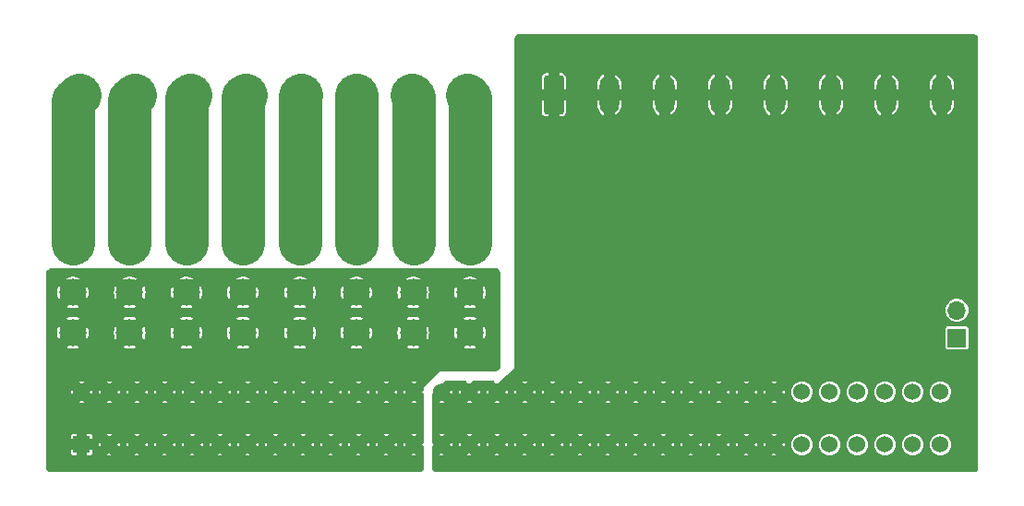
<source format=gbr>
%TF.GenerationSoftware,KiCad,Pcbnew,8.0.0*%
%TF.CreationDate,2024-03-21T07:07:02-04:00*%
%TF.ProjectId,Power_Breakout,506f7765-725f-4427-9265-616b6f75742e,v2*%
%TF.SameCoordinates,Original*%
%TF.FileFunction,Copper,L2,Bot*%
%TF.FilePolarity,Positive*%
%FSLAX46Y46*%
G04 Gerber Fmt 4.6, Leading zero omitted, Abs format (unit mm)*
G04 Created by KiCad (PCBNEW 8.0.0) date 2024-03-21 07:07:02*
%MOMM*%
%LPD*%
G01*
G04 APERTURE LIST*
G04 Aperture macros list*
%AMRoundRect*
0 Rectangle with rounded corners*
0 $1 Rounding radius*
0 $2 $3 $4 $5 $6 $7 $8 $9 X,Y pos of 4 corners*
0 Add a 4 corners polygon primitive as box body*
4,1,4,$2,$3,$4,$5,$6,$7,$8,$9,$2,$3,0*
0 Add four circle primitives for the rounded corners*
1,1,$1+$1,$2,$3*
1,1,$1+$1,$4,$5*
1,1,$1+$1,$6,$7*
1,1,$1+$1,$8,$9*
0 Add four rect primitives between the rounded corners*
20,1,$1+$1,$2,$3,$4,$5,0*
20,1,$1+$1,$4,$5,$6,$7,0*
20,1,$1+$1,$6,$7,$8,$9,0*
20,1,$1+$1,$8,$9,$2,$3,0*%
G04 Aperture macros list end*
%TA.AperFunction,ComponentPad*%
%ADD10R,1.530000X1.530000*%
%TD*%
%TA.AperFunction,ComponentPad*%
%ADD11C,1.530000*%
%TD*%
%TA.AperFunction,ComponentPad*%
%ADD12RoundRect,0.250000X-0.650000X-1.550000X0.650000X-1.550000X0.650000X1.550000X-0.650000X1.550000X0*%
%TD*%
%TA.AperFunction,ComponentPad*%
%ADD13O,1.800000X3.600000*%
%TD*%
%TA.AperFunction,ComponentPad*%
%ADD14C,2.475000*%
%TD*%
%TA.AperFunction,ComponentPad*%
%ADD15R,1.700000X1.700000*%
%TD*%
%TA.AperFunction,ComponentPad*%
%ADD16O,1.700000X1.700000*%
%TD*%
%TA.AperFunction,Conductor*%
%ADD17C,4.000000*%
%TD*%
G04 APERTURE END LIST*
D10*
%TO.P,J1,1,Pin_1*%
%TO.N,+12V*%
X120396000Y-157640000D03*
D11*
%TO.P,J1,2,Pin_2*%
X122936000Y-157640000D03*
%TO.P,J1,3,Pin_3*%
X125476000Y-157640000D03*
%TO.P,J1,4,Pin_4*%
X128016000Y-157640000D03*
%TO.P,J1,5,Pin_5*%
X130556000Y-157640000D03*
%TO.P,J1,6,Pin_6*%
X133096000Y-157640000D03*
%TO.P,J1,7,Pin_7*%
X135636000Y-157640000D03*
%TO.P,J1,8,Pin_8*%
X138176000Y-157640000D03*
%TO.P,J1,9,Pin_9*%
X140716000Y-157640000D03*
%TO.P,J1,10,Pin_10*%
X143256000Y-157640000D03*
%TO.P,J1,11,Pin_11*%
X145796000Y-157640000D03*
%TO.P,J1,12,Pin_12*%
X148336000Y-157640000D03*
%TO.P,J1,13,Pin_13*%
X150876000Y-157640000D03*
%TO.P,J1,14,Pin_14*%
%TO.N,GND*%
X153416000Y-157640000D03*
%TO.P,J1,15,Pin_15*%
X155956000Y-157640000D03*
%TO.P,J1,16,Pin_16*%
X158496000Y-157640000D03*
%TO.P,J1,17,Pin_17*%
X161036000Y-157640000D03*
%TO.P,J1,18,Pin_18*%
X163576000Y-157640000D03*
%TO.P,J1,19,Pin_19*%
X166116000Y-157640000D03*
%TO.P,J1,20,Pin_20*%
X168656000Y-157640000D03*
%TO.P,J1,21,Pin_21*%
X171196000Y-157640000D03*
%TO.P,J1,22,Pin_22*%
X173736000Y-157640000D03*
%TO.P,J1,23,Pin_23*%
X176276000Y-157640000D03*
%TO.P,J1,24,Pin_24*%
X178816000Y-157640000D03*
%TO.P,J1,25,Pin_25*%
X181356000Y-157640000D03*
%TO.P,J1,26,Pin_26*%
X183896000Y-157640000D03*
%TO.P,J1,27,Pin_27*%
%TO.N,unconnected-(J1-Pin_27-Pad27)*%
X186436000Y-157640000D03*
%TO.P,J1,28,Pin_28*%
%TO.N,unconnected-(J1-Pin_28-Pad28)*%
X188976000Y-157640000D03*
%TO.P,J1,29,Pin_29*%
%TO.N,unconnected-(J1-Pin_29-Pad29)*%
X191516000Y-157640000D03*
%TO.P,J1,30,Pin_30*%
%TO.N,unconnected-(J1-Pin_30-Pad30)*%
X194056000Y-157640000D03*
%TO.P,J1,31,Pin_31*%
%TO.N,unconnected-(J1-Pin_31-Pad31)*%
X196596000Y-157640000D03*
%TO.P,J1,32,Pin_32*%
%TO.N,unconnected-(J1-Pin_32-Pad32)*%
X199136000Y-157640000D03*
%TO.P,J1,33,Pin_33*%
%TO.N,Net-(J1-Pin_33)*%
X199136000Y-152800000D03*
%TO.P,J1,34,Pin_34*%
%TO.N,unconnected-(J1-Pin_34-Pad34)*%
X196596000Y-152800000D03*
%TO.P,J1,35,Pin_35*%
%TO.N,unconnected-(J1-Pin_35-Pad35)*%
X194056000Y-152800000D03*
%TO.P,J1,36,Pin_36*%
%TO.N,Net-(J1-Pin_36)*%
X191516000Y-152800000D03*
%TO.P,J1,37,Pin_37*%
%TO.N,unconnected-(J1-Pin_37-Pad37)*%
X188976000Y-152800000D03*
%TO.P,J1,38,Pin_38*%
%TO.N,unconnected-(J1-Pin_38-Pad38)*%
X186436000Y-152800000D03*
%TO.P,J1,39,Pin_39*%
%TO.N,GND*%
X183896000Y-152800000D03*
%TO.P,J1,40,Pin_40*%
X181356000Y-152800000D03*
%TO.P,J1,41,Pin_41*%
X178816000Y-152800000D03*
%TO.P,J1,42,Pin_42*%
X176276000Y-152800000D03*
%TO.P,J1,43,Pin_43*%
X173736000Y-152800000D03*
%TO.P,J1,44,Pin_44*%
X171196000Y-152800000D03*
%TO.P,J1,45,Pin_45*%
X168656000Y-152800000D03*
%TO.P,J1,46,Pin_46*%
X166116000Y-152800000D03*
%TO.P,J1,47,Pin_47*%
X163576000Y-152800000D03*
%TO.P,J1,48,Pin_48*%
X161036000Y-152800000D03*
%TO.P,J1,49,Pin_49*%
X158496000Y-152800000D03*
%TO.P,J1,50,Pin_50*%
X155956000Y-152800000D03*
%TO.P,J1,51,Pin_51*%
X153416000Y-152800000D03*
%TO.P,J1,52,Pin_52*%
%TO.N,+12V*%
X150876000Y-152800000D03*
%TO.P,J1,53,Pin_53*%
X148336000Y-152800000D03*
%TO.P,J1,54,Pin_54*%
X145796000Y-152800000D03*
%TO.P,J1,55,Pin_55*%
X143256000Y-152800000D03*
%TO.P,J1,56,Pin_56*%
X140716000Y-152800000D03*
%TO.P,J1,57,Pin_57*%
X138176000Y-152800000D03*
%TO.P,J1,58,Pin_58*%
X135636000Y-152800000D03*
%TO.P,J1,59,Pin_59*%
X133096000Y-152800000D03*
%TO.P,J1,60,Pin_60*%
X130556000Y-152800000D03*
%TO.P,J1,61,Pin_61*%
X128016000Y-152800000D03*
%TO.P,J1,62,Pin_62*%
X125476000Y-152800000D03*
%TO.P,J1,63,Pin_63*%
X122936000Y-152800000D03*
%TO.P,J1,64,Pin_64*%
X120396000Y-152800000D03*
%TD*%
D12*
%TO.P,J4,1,Pin_1*%
%TO.N,GND*%
X163687500Y-125500000D03*
D13*
%TO.P,J4,2,Pin_2*%
X168767500Y-125500000D03*
%TO.P,J4,3,Pin_3*%
X173847500Y-125500000D03*
%TO.P,J4,4,Pin_4*%
X178927500Y-125500000D03*
%TO.P,J4,5,Pin_5*%
X184007500Y-125500000D03*
%TO.P,J4,6,Pin_6*%
X189087500Y-125500000D03*
%TO.P,J4,7,Pin_7*%
X194167500Y-125500000D03*
%TO.P,J4,8,Pin_8*%
X199247500Y-125500000D03*
%TD*%
D14*
%TO.P,F4,1_1,1*%
%TO.N,+12V*%
X135200000Y-147366790D03*
%TO.P,F4,1_2,1*%
X135200000Y-143666790D03*
%TO.P,F4,2_1,2*%
%TO.N,PWR4*%
X135200000Y-139166790D03*
%TO.P,F4,2_2,2*%
X135200000Y-135466790D03*
%TD*%
%TO.P,F2,1_1,1*%
%TO.N,+12V*%
X124800000Y-147366790D03*
%TO.P,F2,1_2,1*%
X124800000Y-143666790D03*
%TO.P,F2,2_1,2*%
%TO.N,PWR2*%
X124800000Y-139166790D03*
%TO.P,F2,2_2,2*%
X124800000Y-135466790D03*
%TD*%
%TO.P,F7,1_1,1*%
%TO.N,+12V*%
X150800000Y-147366790D03*
%TO.P,F7,1_2,1*%
X150800000Y-143666790D03*
%TO.P,F7,2_1,2*%
%TO.N,PWR7*%
X150800000Y-139166790D03*
%TO.P,F7,2_2,2*%
X150800000Y-135466790D03*
%TD*%
D12*
%TO.P,J3,1,Pin_1*%
%TO.N,PWR1*%
X120150000Y-125500000D03*
D13*
%TO.P,J3,2,Pin_2*%
%TO.N,PWR2*%
X125230000Y-125500000D03*
%TO.P,J3,3,Pin_3*%
%TO.N,PWR3*%
X130310000Y-125500000D03*
%TO.P,J3,4,Pin_4*%
%TO.N,PWR4*%
X135390000Y-125500000D03*
%TO.P,J3,5,Pin_5*%
%TO.N,PWR5*%
X140470000Y-125500000D03*
%TO.P,J3,6,Pin_6*%
%TO.N,PWR6*%
X145550000Y-125500000D03*
%TO.P,J3,7,Pin_7*%
%TO.N,PWR7*%
X150630000Y-125500000D03*
%TO.P,J3,8,Pin_8*%
%TO.N,PWR8*%
X155710000Y-125500000D03*
%TD*%
D14*
%TO.P,F5,1_1,1*%
%TO.N,+12V*%
X140400000Y-147366790D03*
%TO.P,F5,1_2,1*%
X140400000Y-143666790D03*
%TO.P,F5,2_1,2*%
%TO.N,PWR5*%
X140400000Y-139166790D03*
%TO.P,F5,2_2,2*%
X140400000Y-135466790D03*
%TD*%
%TO.P,F6,1_1,1*%
%TO.N,+12V*%
X145600000Y-147366790D03*
%TO.P,F6,1_2,1*%
X145600000Y-143666790D03*
%TO.P,F6,2_1,2*%
%TO.N,PWR6*%
X145600000Y-139166790D03*
%TO.P,F6,2_2,2*%
X145600000Y-135466790D03*
%TD*%
%TO.P,F1,1_1,1*%
%TO.N,+12V*%
X119600000Y-147366790D03*
%TO.P,F1,1_2,1*%
X119600000Y-143666790D03*
%TO.P,F1,2_1,2*%
%TO.N,PWR1*%
X119600000Y-139166790D03*
%TO.P,F1,2_2,2*%
X119600000Y-135466790D03*
%TD*%
%TO.P,F8,1_1,1*%
%TO.N,+12V*%
X156000000Y-147366790D03*
%TO.P,F8,1_2,1*%
X156000000Y-143666790D03*
%TO.P,F8,2_1,2*%
%TO.N,PWR8*%
X156000000Y-139166790D03*
%TO.P,F8,2_2,2*%
X156000000Y-135466790D03*
%TD*%
D15*
%TO.P,J2,1,Pin_1*%
%TO.N,Net-(J1-Pin_33)*%
X200650000Y-147843600D03*
D16*
%TO.P,J2,2,Pin_2*%
%TO.N,Net-(J2-Pin_2)*%
X200650000Y-145303600D03*
%TD*%
D14*
%TO.P,F3,1_1,1*%
%TO.N,+12V*%
X130000000Y-147366790D03*
%TO.P,F3,1_2,1*%
X130000000Y-143666790D03*
%TO.P,F3,2_1,2*%
%TO.N,PWR3*%
X130000000Y-139166790D03*
%TO.P,F3,2_2,2*%
X130000000Y-135466790D03*
%TD*%
D17*
%TO.N,PWR1*%
X119600000Y-139150000D02*
X119600000Y-126050000D01*
X119600000Y-126050000D02*
X120150000Y-125500000D01*
%TO.N,PWR2*%
X124800000Y-125930000D02*
X125230000Y-125500000D01*
X124800000Y-139150000D02*
X124800000Y-125930000D01*
%TO.N,PWR3*%
X130000000Y-125810000D02*
X130310000Y-125500000D01*
X130000000Y-139150000D02*
X130000000Y-125810000D01*
%TO.N,PWR4*%
X135200000Y-125690000D02*
X135390000Y-125500000D01*
X135200000Y-139166790D02*
X135200000Y-125690000D01*
%TO.N,PWR5*%
X140400000Y-139166790D02*
X140400000Y-125570000D01*
X140400000Y-125570000D02*
X140470000Y-125500000D01*
%TO.N,PWR6*%
X145600000Y-139166790D02*
X145600000Y-125550000D01*
X145600000Y-125550000D02*
X145550000Y-125500000D01*
%TO.N,PWR7*%
X150800000Y-139166790D02*
X150800000Y-125670000D01*
X150800000Y-125670000D02*
X150630000Y-125500000D01*
%TO.N,PWR8*%
X156000000Y-125790000D02*
X155710000Y-125500000D01*
X156000000Y-139166790D02*
X156000000Y-125790000D01*
%TD*%
%TA.AperFunction,Conductor*%
%TO.N,GND*%
G36*
X202288795Y-119935091D02*
G01*
X202350472Y-119960638D01*
X202378960Y-119977085D01*
X202456193Y-120036349D01*
X202479450Y-120059606D01*
X202538714Y-120136839D01*
X202555160Y-120165325D01*
X202580708Y-120227002D01*
X202590300Y-120275221D01*
X202590300Y-159824777D01*
X202580709Y-159872995D01*
X202555161Y-159934673D01*
X202538714Y-159963160D01*
X202479450Y-160040393D01*
X202456193Y-160063650D01*
X202378960Y-160122914D01*
X202350474Y-160139360D01*
X202288797Y-160164908D01*
X202240578Y-160174500D01*
X152875222Y-160174500D01*
X152827004Y-160164909D01*
X152765326Y-160139361D01*
X152736839Y-160122914D01*
X152659606Y-160063650D01*
X152636349Y-160040393D01*
X152577085Y-159963160D01*
X152560638Y-159934673D01*
X152523384Y-159844734D01*
X152514871Y-159812961D01*
X152501078Y-159708187D01*
X152500000Y-159691742D01*
X152500000Y-158584707D01*
X153178399Y-158584707D01*
X153225255Y-158598921D01*
X153225266Y-158598923D01*
X153415997Y-158617708D01*
X153416003Y-158617708D01*
X153606733Y-158598923D01*
X153606744Y-158598921D01*
X153653599Y-158584707D01*
X155718399Y-158584707D01*
X155765255Y-158598921D01*
X155765266Y-158598923D01*
X155955997Y-158617708D01*
X155956003Y-158617708D01*
X156146733Y-158598923D01*
X156146744Y-158598921D01*
X156193599Y-158584707D01*
X158258399Y-158584707D01*
X158305255Y-158598921D01*
X158305266Y-158598923D01*
X158495997Y-158617708D01*
X158496003Y-158617708D01*
X158686733Y-158598923D01*
X158686744Y-158598921D01*
X158733599Y-158584707D01*
X160798399Y-158584707D01*
X160845255Y-158598921D01*
X160845266Y-158598923D01*
X161035997Y-158617708D01*
X161036003Y-158617708D01*
X161226733Y-158598923D01*
X161226744Y-158598921D01*
X161273599Y-158584707D01*
X163338399Y-158584707D01*
X163385255Y-158598921D01*
X163385266Y-158598923D01*
X163575997Y-158617708D01*
X163576003Y-158617708D01*
X163766733Y-158598923D01*
X163766744Y-158598921D01*
X163813599Y-158584707D01*
X165878398Y-158584707D01*
X165925255Y-158598921D01*
X165925266Y-158598923D01*
X166115997Y-158617708D01*
X166116003Y-158617708D01*
X166306733Y-158598923D01*
X166306744Y-158598921D01*
X166353599Y-158584707D01*
X168418399Y-158584707D01*
X168465255Y-158598921D01*
X168465266Y-158598923D01*
X168655997Y-158617708D01*
X168656003Y-158617708D01*
X168846733Y-158598923D01*
X168846744Y-158598921D01*
X168893599Y-158584707D01*
X170958399Y-158584707D01*
X171005255Y-158598921D01*
X171005266Y-158598923D01*
X171195997Y-158617708D01*
X171196003Y-158617708D01*
X171386733Y-158598923D01*
X171386744Y-158598921D01*
X171433599Y-158584707D01*
X173498399Y-158584707D01*
X173545255Y-158598921D01*
X173545266Y-158598923D01*
X173735997Y-158617708D01*
X173736003Y-158617708D01*
X173926733Y-158598923D01*
X173926744Y-158598921D01*
X173973599Y-158584707D01*
X176038398Y-158584707D01*
X176085255Y-158598921D01*
X176085266Y-158598923D01*
X176275997Y-158617708D01*
X176276003Y-158617708D01*
X176466733Y-158598923D01*
X176466744Y-158598921D01*
X176513599Y-158584707D01*
X178578399Y-158584707D01*
X178625255Y-158598921D01*
X178625266Y-158598923D01*
X178815997Y-158617708D01*
X178816003Y-158617708D01*
X179006733Y-158598923D01*
X179006744Y-158598921D01*
X179053599Y-158584707D01*
X181118398Y-158584707D01*
X181165255Y-158598921D01*
X181165266Y-158598923D01*
X181355997Y-158617708D01*
X181356003Y-158617708D01*
X181546733Y-158598923D01*
X181546744Y-158598921D01*
X181593599Y-158584707D01*
X183658398Y-158584707D01*
X183705255Y-158598921D01*
X183705266Y-158598923D01*
X183895997Y-158617708D01*
X183896003Y-158617708D01*
X184086733Y-158598923D01*
X184086744Y-158598921D01*
X184133599Y-158584707D01*
X184133600Y-158584706D01*
X183896001Y-158347107D01*
X183896000Y-158347107D01*
X183658398Y-158584707D01*
X181593599Y-158584707D01*
X181593600Y-158584706D01*
X181356001Y-158347107D01*
X181356000Y-158347107D01*
X181118398Y-158584707D01*
X179053599Y-158584707D01*
X179053600Y-158584706D01*
X178816001Y-158347107D01*
X178816000Y-158347107D01*
X178578399Y-158584707D01*
X176513599Y-158584707D01*
X176513600Y-158584706D01*
X176276001Y-158347107D01*
X176276000Y-158347107D01*
X176038398Y-158584707D01*
X173973599Y-158584707D01*
X173973600Y-158584706D01*
X173736001Y-158347107D01*
X173736000Y-158347107D01*
X173498399Y-158584707D01*
X171433599Y-158584707D01*
X171433600Y-158584706D01*
X171196001Y-158347107D01*
X171196000Y-158347107D01*
X170958399Y-158584707D01*
X168893599Y-158584707D01*
X168893600Y-158584706D01*
X168656001Y-158347107D01*
X168656000Y-158347107D01*
X168418399Y-158584707D01*
X166353599Y-158584707D01*
X166353600Y-158584706D01*
X166116001Y-158347107D01*
X166116000Y-158347107D01*
X165878398Y-158584707D01*
X163813599Y-158584707D01*
X163813600Y-158584706D01*
X163576001Y-158347107D01*
X163576000Y-158347107D01*
X163338399Y-158584707D01*
X161273599Y-158584707D01*
X161273600Y-158584706D01*
X161036001Y-158347107D01*
X161036000Y-158347107D01*
X160798399Y-158584707D01*
X158733599Y-158584707D01*
X158733600Y-158584706D01*
X158496001Y-158347107D01*
X158496000Y-158347107D01*
X158258399Y-158584707D01*
X156193599Y-158584707D01*
X156193600Y-158584706D01*
X155956001Y-158347107D01*
X155956000Y-158347107D01*
X155718399Y-158584707D01*
X153653599Y-158584707D01*
X153653600Y-158584706D01*
X153416001Y-158347107D01*
X153416000Y-158347107D01*
X153178399Y-158584707D01*
X152500000Y-158584707D01*
X152500000Y-158160841D01*
X152500000Y-157848891D01*
X152641748Y-157707143D01*
X152906000Y-157707143D01*
X152940755Y-157836853D01*
X153007898Y-157953147D01*
X153102853Y-158048102D01*
X153219147Y-158115245D01*
X153348857Y-158150000D01*
X153483143Y-158150000D01*
X153612853Y-158115245D01*
X153729147Y-158048102D01*
X153824102Y-157953147D01*
X153891245Y-157836853D01*
X153926000Y-157707143D01*
X153926000Y-157640001D01*
X154123107Y-157640001D01*
X154360706Y-157877600D01*
X154360707Y-157877599D01*
X154374921Y-157830744D01*
X154374923Y-157830733D01*
X154393708Y-157640003D01*
X154978292Y-157640003D01*
X154997076Y-157830737D01*
X155011292Y-157877599D01*
X155181749Y-157707143D01*
X155446000Y-157707143D01*
X155480755Y-157836853D01*
X155547898Y-157953147D01*
X155642853Y-158048102D01*
X155759147Y-158115245D01*
X155888857Y-158150000D01*
X156023143Y-158150000D01*
X156152853Y-158115245D01*
X156269147Y-158048102D01*
X156364102Y-157953147D01*
X156431245Y-157836853D01*
X156466000Y-157707143D01*
X156466000Y-157640001D01*
X156663107Y-157640001D01*
X156900706Y-157877600D01*
X156900707Y-157877599D01*
X156914921Y-157830744D01*
X156914923Y-157830733D01*
X156933708Y-157640003D01*
X157518292Y-157640003D01*
X157537076Y-157830737D01*
X157551292Y-157877599D01*
X157721749Y-157707143D01*
X157986000Y-157707143D01*
X158020755Y-157836853D01*
X158087898Y-157953147D01*
X158182853Y-158048102D01*
X158299147Y-158115245D01*
X158428857Y-158150000D01*
X158563143Y-158150000D01*
X158692853Y-158115245D01*
X158809147Y-158048102D01*
X158904102Y-157953147D01*
X158971245Y-157836853D01*
X159006000Y-157707143D01*
X159006000Y-157640001D01*
X159203107Y-157640001D01*
X159440706Y-157877600D01*
X159440707Y-157877599D01*
X159454921Y-157830744D01*
X159454923Y-157830733D01*
X159473708Y-157640003D01*
X160058292Y-157640003D01*
X160077076Y-157830737D01*
X160091292Y-157877599D01*
X160261749Y-157707143D01*
X160526000Y-157707143D01*
X160560755Y-157836853D01*
X160627898Y-157953147D01*
X160722853Y-158048102D01*
X160839147Y-158115245D01*
X160968857Y-158150000D01*
X161103143Y-158150000D01*
X161232853Y-158115245D01*
X161349147Y-158048102D01*
X161444102Y-157953147D01*
X161511245Y-157836853D01*
X161546000Y-157707143D01*
X161546000Y-157640001D01*
X161743107Y-157640001D01*
X161980706Y-157877600D01*
X161980707Y-157877599D01*
X161994921Y-157830744D01*
X161994923Y-157830733D01*
X162013708Y-157640003D01*
X162598292Y-157640003D01*
X162617076Y-157830737D01*
X162631292Y-157877599D01*
X162801749Y-157707143D01*
X163066000Y-157707143D01*
X163100755Y-157836853D01*
X163167898Y-157953147D01*
X163262853Y-158048102D01*
X163379147Y-158115245D01*
X163508857Y-158150000D01*
X163643143Y-158150000D01*
X163772853Y-158115245D01*
X163889147Y-158048102D01*
X163984102Y-157953147D01*
X164051245Y-157836853D01*
X164086000Y-157707143D01*
X164086000Y-157640001D01*
X164283107Y-157640001D01*
X164520706Y-157877600D01*
X164520707Y-157877599D01*
X164534921Y-157830744D01*
X164534923Y-157830733D01*
X164553708Y-157640003D01*
X165138292Y-157640003D01*
X165157076Y-157830737D01*
X165171292Y-157877599D01*
X165341749Y-157707143D01*
X165606000Y-157707143D01*
X165640755Y-157836853D01*
X165707898Y-157953147D01*
X165802853Y-158048102D01*
X165919147Y-158115245D01*
X166048857Y-158150000D01*
X166183143Y-158150000D01*
X166312853Y-158115245D01*
X166429147Y-158048102D01*
X166524102Y-157953147D01*
X166591245Y-157836853D01*
X166626000Y-157707143D01*
X166626000Y-157640001D01*
X166823107Y-157640001D01*
X167060706Y-157877600D01*
X167060707Y-157877599D01*
X167074921Y-157830744D01*
X167074923Y-157830733D01*
X167093708Y-157640003D01*
X167678292Y-157640003D01*
X167697076Y-157830737D01*
X167711292Y-157877599D01*
X167881749Y-157707143D01*
X168146000Y-157707143D01*
X168180755Y-157836853D01*
X168247898Y-157953147D01*
X168342853Y-158048102D01*
X168459147Y-158115245D01*
X168588857Y-158150000D01*
X168723143Y-158150000D01*
X168852853Y-158115245D01*
X168969147Y-158048102D01*
X169064102Y-157953147D01*
X169131245Y-157836853D01*
X169166000Y-157707143D01*
X169166000Y-157640001D01*
X169363107Y-157640001D01*
X169600706Y-157877600D01*
X169600707Y-157877599D01*
X169614921Y-157830744D01*
X169614923Y-157830733D01*
X169633708Y-157640003D01*
X170218292Y-157640003D01*
X170237076Y-157830737D01*
X170251292Y-157877599D01*
X170421749Y-157707143D01*
X170686000Y-157707143D01*
X170720755Y-157836853D01*
X170787898Y-157953147D01*
X170882853Y-158048102D01*
X170999147Y-158115245D01*
X171128857Y-158150000D01*
X171263143Y-158150000D01*
X171392853Y-158115245D01*
X171509147Y-158048102D01*
X171604102Y-157953147D01*
X171671245Y-157836853D01*
X171706000Y-157707143D01*
X171706000Y-157640001D01*
X171903107Y-157640001D01*
X172140706Y-157877600D01*
X172140707Y-157877599D01*
X172154921Y-157830744D01*
X172154923Y-157830733D01*
X172173708Y-157640003D01*
X172758292Y-157640003D01*
X172777076Y-157830737D01*
X172791292Y-157877599D01*
X172961749Y-157707143D01*
X173226000Y-157707143D01*
X173260755Y-157836853D01*
X173327898Y-157953147D01*
X173422853Y-158048102D01*
X173539147Y-158115245D01*
X173668857Y-158150000D01*
X173803143Y-158150000D01*
X173932853Y-158115245D01*
X174049147Y-158048102D01*
X174144102Y-157953147D01*
X174211245Y-157836853D01*
X174246000Y-157707143D01*
X174246000Y-157640001D01*
X174443107Y-157640001D01*
X174680706Y-157877600D01*
X174680707Y-157877599D01*
X174694921Y-157830744D01*
X174694923Y-157830733D01*
X174713708Y-157640003D01*
X175298292Y-157640003D01*
X175317076Y-157830737D01*
X175331292Y-157877599D01*
X175501749Y-157707143D01*
X175766000Y-157707143D01*
X175800755Y-157836853D01*
X175867898Y-157953147D01*
X175962853Y-158048102D01*
X176079147Y-158115245D01*
X176208857Y-158150000D01*
X176343143Y-158150000D01*
X176472853Y-158115245D01*
X176589147Y-158048102D01*
X176684102Y-157953147D01*
X176751245Y-157836853D01*
X176786000Y-157707143D01*
X176786000Y-157640001D01*
X176983107Y-157640001D01*
X177220706Y-157877600D01*
X177220707Y-157877599D01*
X177234921Y-157830744D01*
X177234923Y-157830733D01*
X177253708Y-157640003D01*
X177838292Y-157640003D01*
X177857076Y-157830737D01*
X177871292Y-157877599D01*
X178041749Y-157707143D01*
X178306000Y-157707143D01*
X178340755Y-157836853D01*
X178407898Y-157953147D01*
X178502853Y-158048102D01*
X178619147Y-158115245D01*
X178748857Y-158150000D01*
X178883143Y-158150000D01*
X179012853Y-158115245D01*
X179129147Y-158048102D01*
X179224102Y-157953147D01*
X179291245Y-157836853D01*
X179326000Y-157707143D01*
X179326000Y-157640001D01*
X179523107Y-157640001D01*
X179760706Y-157877600D01*
X179760707Y-157877599D01*
X179774921Y-157830744D01*
X179774923Y-157830733D01*
X179793708Y-157640003D01*
X180378292Y-157640003D01*
X180397076Y-157830737D01*
X180411292Y-157877599D01*
X180581749Y-157707143D01*
X180846000Y-157707143D01*
X180880755Y-157836853D01*
X180947898Y-157953147D01*
X181042853Y-158048102D01*
X181159147Y-158115245D01*
X181288857Y-158150000D01*
X181423143Y-158150000D01*
X181552853Y-158115245D01*
X181669147Y-158048102D01*
X181764102Y-157953147D01*
X181831245Y-157836853D01*
X181866000Y-157707143D01*
X181866000Y-157640001D01*
X182063107Y-157640001D01*
X182300706Y-157877600D01*
X182300707Y-157877599D01*
X182314921Y-157830744D01*
X182314923Y-157830733D01*
X182333708Y-157640003D01*
X182918292Y-157640003D01*
X182937076Y-157830737D01*
X182951292Y-157877599D01*
X183121749Y-157707143D01*
X183386000Y-157707143D01*
X183420755Y-157836853D01*
X183487898Y-157953147D01*
X183582853Y-158048102D01*
X183699147Y-158115245D01*
X183828857Y-158150000D01*
X183963143Y-158150000D01*
X184092853Y-158115245D01*
X184209147Y-158048102D01*
X184304102Y-157953147D01*
X184371245Y-157836853D01*
X184406000Y-157707143D01*
X184406000Y-157640001D01*
X184603107Y-157640001D01*
X184840706Y-157877600D01*
X184840707Y-157877599D01*
X184854921Y-157830744D01*
X184854923Y-157830733D01*
X184873708Y-157640003D01*
X184873708Y-157640002D01*
X185465828Y-157640002D01*
X185484468Y-157829264D01*
X185484469Y-157829270D01*
X185484470Y-157829271D01*
X185539678Y-158011269D01*
X185629331Y-158178999D01*
X185749985Y-158326015D01*
X185897001Y-158446669D01*
X186064731Y-158536322D01*
X186246729Y-158591530D01*
X186246733Y-158591530D01*
X186246735Y-158591531D01*
X186435997Y-158610172D01*
X186436000Y-158610172D01*
X186436003Y-158610172D01*
X186625264Y-158591531D01*
X186625265Y-158591530D01*
X186625271Y-158591530D01*
X186807269Y-158536322D01*
X186974999Y-158446669D01*
X187122015Y-158326015D01*
X187242669Y-158178999D01*
X187332322Y-158011269D01*
X187387530Y-157829271D01*
X187391495Y-157789020D01*
X187406172Y-157640002D01*
X188005828Y-157640002D01*
X188024468Y-157829264D01*
X188024469Y-157829270D01*
X188024470Y-157829271D01*
X188079678Y-158011269D01*
X188169331Y-158178999D01*
X188289985Y-158326015D01*
X188437001Y-158446669D01*
X188604731Y-158536322D01*
X188786729Y-158591530D01*
X188786733Y-158591530D01*
X188786735Y-158591531D01*
X188975997Y-158610172D01*
X188976000Y-158610172D01*
X188976003Y-158610172D01*
X189165264Y-158591531D01*
X189165265Y-158591530D01*
X189165271Y-158591530D01*
X189347269Y-158536322D01*
X189514999Y-158446669D01*
X189662015Y-158326015D01*
X189782669Y-158178999D01*
X189872322Y-158011269D01*
X189927530Y-157829271D01*
X189931495Y-157789020D01*
X189946172Y-157640002D01*
X190545828Y-157640002D01*
X190564468Y-157829264D01*
X190564469Y-157829270D01*
X190564470Y-157829271D01*
X190619678Y-158011269D01*
X190709331Y-158178999D01*
X190829985Y-158326015D01*
X190977001Y-158446669D01*
X191144731Y-158536322D01*
X191326729Y-158591530D01*
X191326733Y-158591530D01*
X191326735Y-158591531D01*
X191515997Y-158610172D01*
X191516000Y-158610172D01*
X191516003Y-158610172D01*
X191705264Y-158591531D01*
X191705265Y-158591530D01*
X191705271Y-158591530D01*
X191887269Y-158536322D01*
X192054999Y-158446669D01*
X192202015Y-158326015D01*
X192322669Y-158178999D01*
X192412322Y-158011269D01*
X192467530Y-157829271D01*
X192471495Y-157789020D01*
X192486172Y-157640002D01*
X193085828Y-157640002D01*
X193104468Y-157829264D01*
X193104469Y-157829270D01*
X193104470Y-157829271D01*
X193159678Y-158011269D01*
X193249331Y-158178999D01*
X193369985Y-158326015D01*
X193517001Y-158446669D01*
X193684731Y-158536322D01*
X193866729Y-158591530D01*
X193866733Y-158591530D01*
X193866735Y-158591531D01*
X194055997Y-158610172D01*
X194056000Y-158610172D01*
X194056003Y-158610172D01*
X194245264Y-158591531D01*
X194245265Y-158591530D01*
X194245271Y-158591530D01*
X194427269Y-158536322D01*
X194594999Y-158446669D01*
X194742015Y-158326015D01*
X194862669Y-158178999D01*
X194952322Y-158011269D01*
X195007530Y-157829271D01*
X195011495Y-157789020D01*
X195026172Y-157640002D01*
X195625828Y-157640002D01*
X195644468Y-157829264D01*
X195644469Y-157829270D01*
X195644470Y-157829271D01*
X195699678Y-158011269D01*
X195789331Y-158178999D01*
X195909985Y-158326015D01*
X196057001Y-158446669D01*
X196224731Y-158536322D01*
X196406729Y-158591530D01*
X196406733Y-158591530D01*
X196406735Y-158591531D01*
X196595997Y-158610172D01*
X196596000Y-158610172D01*
X196596003Y-158610172D01*
X196785264Y-158591531D01*
X196785265Y-158591530D01*
X196785271Y-158591530D01*
X196967269Y-158536322D01*
X197134999Y-158446669D01*
X197282015Y-158326015D01*
X197402669Y-158178999D01*
X197492322Y-158011269D01*
X197547530Y-157829271D01*
X197551495Y-157789020D01*
X197566172Y-157640002D01*
X198165828Y-157640002D01*
X198184468Y-157829264D01*
X198184469Y-157829270D01*
X198184470Y-157829271D01*
X198239678Y-158011269D01*
X198329331Y-158178999D01*
X198449985Y-158326015D01*
X198597001Y-158446669D01*
X198764731Y-158536322D01*
X198946729Y-158591530D01*
X198946733Y-158591530D01*
X198946735Y-158591531D01*
X199135997Y-158610172D01*
X199136000Y-158610172D01*
X199136003Y-158610172D01*
X199325264Y-158591531D01*
X199325265Y-158591530D01*
X199325271Y-158591530D01*
X199507269Y-158536322D01*
X199674999Y-158446669D01*
X199822015Y-158326015D01*
X199942669Y-158178999D01*
X200032322Y-158011269D01*
X200087530Y-157829271D01*
X200091495Y-157789020D01*
X200106172Y-157640002D01*
X200106172Y-157639997D01*
X200087531Y-157450735D01*
X200087530Y-157450733D01*
X200087530Y-157450729D01*
X200032322Y-157268731D01*
X199942669Y-157101001D01*
X199822015Y-156953985D01*
X199674999Y-156833331D01*
X199507269Y-156743678D01*
X199325271Y-156688470D01*
X199325270Y-156688469D01*
X199325264Y-156688468D01*
X199136003Y-156669828D01*
X199135997Y-156669828D01*
X198946735Y-156688468D01*
X198764730Y-156743678D01*
X198597000Y-156833331D01*
X198449985Y-156953985D01*
X198329331Y-157101000D01*
X198239678Y-157268730D01*
X198184468Y-157450735D01*
X198165828Y-157639997D01*
X198165828Y-157640002D01*
X197566172Y-157640002D01*
X197566172Y-157639997D01*
X197547531Y-157450735D01*
X197547530Y-157450733D01*
X197547530Y-157450729D01*
X197492322Y-157268731D01*
X197402669Y-157101001D01*
X197282015Y-156953985D01*
X197134999Y-156833331D01*
X196967269Y-156743678D01*
X196785271Y-156688470D01*
X196785270Y-156688469D01*
X196785264Y-156688468D01*
X196596003Y-156669828D01*
X196595997Y-156669828D01*
X196406735Y-156688468D01*
X196224730Y-156743678D01*
X196057000Y-156833331D01*
X195909985Y-156953985D01*
X195789331Y-157101000D01*
X195699678Y-157268730D01*
X195644468Y-157450735D01*
X195625828Y-157639997D01*
X195625828Y-157640002D01*
X195026172Y-157640002D01*
X195026172Y-157639997D01*
X195007531Y-157450735D01*
X195007530Y-157450733D01*
X195007530Y-157450729D01*
X194952322Y-157268731D01*
X194862669Y-157101001D01*
X194742015Y-156953985D01*
X194594999Y-156833331D01*
X194427269Y-156743678D01*
X194245271Y-156688470D01*
X194245270Y-156688469D01*
X194245264Y-156688468D01*
X194056003Y-156669828D01*
X194055997Y-156669828D01*
X193866735Y-156688468D01*
X193684730Y-156743678D01*
X193517000Y-156833331D01*
X193369985Y-156953985D01*
X193249331Y-157101000D01*
X193159678Y-157268730D01*
X193104468Y-157450735D01*
X193085828Y-157639997D01*
X193085828Y-157640002D01*
X192486172Y-157640002D01*
X192486172Y-157639997D01*
X192467531Y-157450735D01*
X192467530Y-157450733D01*
X192467530Y-157450729D01*
X192412322Y-157268731D01*
X192322669Y-157101001D01*
X192202015Y-156953985D01*
X192054999Y-156833331D01*
X191887269Y-156743678D01*
X191705271Y-156688470D01*
X191705270Y-156688469D01*
X191705264Y-156688468D01*
X191516003Y-156669828D01*
X191515997Y-156669828D01*
X191326735Y-156688468D01*
X191144730Y-156743678D01*
X190977000Y-156833331D01*
X190829985Y-156953985D01*
X190709331Y-157101000D01*
X190619678Y-157268730D01*
X190564468Y-157450735D01*
X190545828Y-157639997D01*
X190545828Y-157640002D01*
X189946172Y-157640002D01*
X189946172Y-157639997D01*
X189927531Y-157450735D01*
X189927530Y-157450733D01*
X189927530Y-157450729D01*
X189872322Y-157268731D01*
X189782669Y-157101001D01*
X189662015Y-156953985D01*
X189514999Y-156833331D01*
X189347269Y-156743678D01*
X189165271Y-156688470D01*
X189165270Y-156688469D01*
X189165264Y-156688468D01*
X188976003Y-156669828D01*
X188975997Y-156669828D01*
X188786735Y-156688468D01*
X188604730Y-156743678D01*
X188437000Y-156833331D01*
X188289985Y-156953985D01*
X188169331Y-157101000D01*
X188079678Y-157268730D01*
X188024468Y-157450735D01*
X188005828Y-157639997D01*
X188005828Y-157640002D01*
X187406172Y-157640002D01*
X187406172Y-157639997D01*
X187387531Y-157450735D01*
X187387530Y-157450733D01*
X187387530Y-157450729D01*
X187332322Y-157268731D01*
X187242669Y-157101001D01*
X187122015Y-156953985D01*
X186974999Y-156833331D01*
X186807269Y-156743678D01*
X186625271Y-156688470D01*
X186625270Y-156688469D01*
X186625264Y-156688468D01*
X186436003Y-156669828D01*
X186435997Y-156669828D01*
X186246735Y-156688468D01*
X186064730Y-156743678D01*
X185897000Y-156833331D01*
X185749985Y-156953985D01*
X185629331Y-157101000D01*
X185539678Y-157268730D01*
X185484468Y-157450735D01*
X185465828Y-157639997D01*
X185465828Y-157640002D01*
X184873708Y-157640002D01*
X184873708Y-157639996D01*
X184854923Y-157449266D01*
X184854921Y-157449255D01*
X184840707Y-157402399D01*
X184603107Y-157639999D01*
X184603107Y-157640001D01*
X184406000Y-157640001D01*
X184406000Y-157572857D01*
X184371245Y-157443147D01*
X184304102Y-157326853D01*
X184209147Y-157231898D01*
X184092853Y-157164755D01*
X183963143Y-157130000D01*
X183828857Y-157130000D01*
X183699147Y-157164755D01*
X183582853Y-157231898D01*
X183487898Y-157326853D01*
X183420755Y-157443147D01*
X183386000Y-157572857D01*
X183386000Y-157707143D01*
X183121749Y-157707143D01*
X183188893Y-157639999D01*
X182951292Y-157402398D01*
X182951291Y-157402398D01*
X182937077Y-157449259D01*
X182937077Y-157449261D01*
X182918292Y-157639996D01*
X182918292Y-157640003D01*
X182333708Y-157640003D01*
X182333708Y-157639996D01*
X182314923Y-157449266D01*
X182314921Y-157449255D01*
X182300707Y-157402399D01*
X182063107Y-157639999D01*
X182063107Y-157640001D01*
X181866000Y-157640001D01*
X181866000Y-157572857D01*
X181831245Y-157443147D01*
X181764102Y-157326853D01*
X181669147Y-157231898D01*
X181552853Y-157164755D01*
X181423143Y-157130000D01*
X181288857Y-157130000D01*
X181159147Y-157164755D01*
X181042853Y-157231898D01*
X180947898Y-157326853D01*
X180880755Y-157443147D01*
X180846000Y-157572857D01*
X180846000Y-157707143D01*
X180581749Y-157707143D01*
X180648893Y-157639999D01*
X180411292Y-157402398D01*
X180411291Y-157402398D01*
X180397077Y-157449259D01*
X180397077Y-157449261D01*
X180378292Y-157639996D01*
X180378292Y-157640003D01*
X179793708Y-157640003D01*
X179793708Y-157639996D01*
X179774923Y-157449266D01*
X179774921Y-157449255D01*
X179760707Y-157402399D01*
X179523107Y-157639999D01*
X179523107Y-157640001D01*
X179326000Y-157640001D01*
X179326000Y-157572857D01*
X179291245Y-157443147D01*
X179224102Y-157326853D01*
X179129147Y-157231898D01*
X179012853Y-157164755D01*
X178883143Y-157130000D01*
X178748857Y-157130000D01*
X178619147Y-157164755D01*
X178502853Y-157231898D01*
X178407898Y-157326853D01*
X178340755Y-157443147D01*
X178306000Y-157572857D01*
X178306000Y-157707143D01*
X178041749Y-157707143D01*
X178108893Y-157639999D01*
X177871292Y-157402398D01*
X177871291Y-157402398D01*
X177857077Y-157449259D01*
X177857077Y-157449261D01*
X177838292Y-157639996D01*
X177838292Y-157640003D01*
X177253708Y-157640003D01*
X177253708Y-157639996D01*
X177234923Y-157449266D01*
X177234921Y-157449255D01*
X177220707Y-157402399D01*
X176983107Y-157639999D01*
X176983107Y-157640001D01*
X176786000Y-157640001D01*
X176786000Y-157572857D01*
X176751245Y-157443147D01*
X176684102Y-157326853D01*
X176589147Y-157231898D01*
X176472853Y-157164755D01*
X176343143Y-157130000D01*
X176208857Y-157130000D01*
X176079147Y-157164755D01*
X175962853Y-157231898D01*
X175867898Y-157326853D01*
X175800755Y-157443147D01*
X175766000Y-157572857D01*
X175766000Y-157707143D01*
X175501749Y-157707143D01*
X175568893Y-157639999D01*
X175331292Y-157402398D01*
X175331291Y-157402398D01*
X175317077Y-157449259D01*
X175317077Y-157449261D01*
X175298292Y-157639996D01*
X175298292Y-157640003D01*
X174713708Y-157640003D01*
X174713708Y-157639996D01*
X174694923Y-157449266D01*
X174694921Y-157449255D01*
X174680707Y-157402399D01*
X174443107Y-157639999D01*
X174443107Y-157640001D01*
X174246000Y-157640001D01*
X174246000Y-157572857D01*
X174211245Y-157443147D01*
X174144102Y-157326853D01*
X174049147Y-157231898D01*
X173932853Y-157164755D01*
X173803143Y-157130000D01*
X173668857Y-157130000D01*
X173539147Y-157164755D01*
X173422853Y-157231898D01*
X173327898Y-157326853D01*
X173260755Y-157443147D01*
X173226000Y-157572857D01*
X173226000Y-157707143D01*
X172961749Y-157707143D01*
X173028893Y-157639999D01*
X172791292Y-157402398D01*
X172791291Y-157402398D01*
X172777077Y-157449259D01*
X172777077Y-157449261D01*
X172758292Y-157639996D01*
X172758292Y-157640003D01*
X172173708Y-157640003D01*
X172173708Y-157639996D01*
X172154923Y-157449266D01*
X172154921Y-157449255D01*
X172140707Y-157402399D01*
X171903107Y-157639999D01*
X171903107Y-157640001D01*
X171706000Y-157640001D01*
X171706000Y-157572857D01*
X171671245Y-157443147D01*
X171604102Y-157326853D01*
X171509147Y-157231898D01*
X171392853Y-157164755D01*
X171263143Y-157130000D01*
X171128857Y-157130000D01*
X170999147Y-157164755D01*
X170882853Y-157231898D01*
X170787898Y-157326853D01*
X170720755Y-157443147D01*
X170686000Y-157572857D01*
X170686000Y-157707143D01*
X170421749Y-157707143D01*
X170488893Y-157639999D01*
X170251292Y-157402398D01*
X170251291Y-157402398D01*
X170237077Y-157449259D01*
X170237077Y-157449261D01*
X170218292Y-157639996D01*
X170218292Y-157640003D01*
X169633708Y-157640003D01*
X169633708Y-157639996D01*
X169614923Y-157449266D01*
X169614921Y-157449255D01*
X169600707Y-157402399D01*
X169363107Y-157639999D01*
X169363107Y-157640001D01*
X169166000Y-157640001D01*
X169166000Y-157572857D01*
X169131245Y-157443147D01*
X169064102Y-157326853D01*
X168969147Y-157231898D01*
X168852853Y-157164755D01*
X168723143Y-157130000D01*
X168588857Y-157130000D01*
X168459147Y-157164755D01*
X168342853Y-157231898D01*
X168247898Y-157326853D01*
X168180755Y-157443147D01*
X168146000Y-157572857D01*
X168146000Y-157707143D01*
X167881749Y-157707143D01*
X167948893Y-157639999D01*
X167711292Y-157402398D01*
X167711291Y-157402398D01*
X167697077Y-157449259D01*
X167697077Y-157449261D01*
X167678292Y-157639996D01*
X167678292Y-157640003D01*
X167093708Y-157640003D01*
X167093708Y-157639996D01*
X167074923Y-157449266D01*
X167074921Y-157449255D01*
X167060707Y-157402399D01*
X166823107Y-157639999D01*
X166823107Y-157640001D01*
X166626000Y-157640001D01*
X166626000Y-157572857D01*
X166591245Y-157443147D01*
X166524102Y-157326853D01*
X166429147Y-157231898D01*
X166312853Y-157164755D01*
X166183143Y-157130000D01*
X166048857Y-157130000D01*
X165919147Y-157164755D01*
X165802853Y-157231898D01*
X165707898Y-157326853D01*
X165640755Y-157443147D01*
X165606000Y-157572857D01*
X165606000Y-157707143D01*
X165341749Y-157707143D01*
X165408893Y-157639999D01*
X165171292Y-157402398D01*
X165171291Y-157402398D01*
X165157077Y-157449259D01*
X165157077Y-157449261D01*
X165138292Y-157639996D01*
X165138292Y-157640003D01*
X164553708Y-157640003D01*
X164553708Y-157639996D01*
X164534923Y-157449266D01*
X164534921Y-157449255D01*
X164520707Y-157402399D01*
X164283107Y-157639999D01*
X164283107Y-157640001D01*
X164086000Y-157640001D01*
X164086000Y-157572857D01*
X164051245Y-157443147D01*
X163984102Y-157326853D01*
X163889147Y-157231898D01*
X163772853Y-157164755D01*
X163643143Y-157130000D01*
X163508857Y-157130000D01*
X163379147Y-157164755D01*
X163262853Y-157231898D01*
X163167898Y-157326853D01*
X163100755Y-157443147D01*
X163066000Y-157572857D01*
X163066000Y-157707143D01*
X162801749Y-157707143D01*
X162868893Y-157639999D01*
X162631292Y-157402398D01*
X162631291Y-157402398D01*
X162617077Y-157449259D01*
X162617077Y-157449261D01*
X162598292Y-157639996D01*
X162598292Y-157640003D01*
X162013708Y-157640003D01*
X162013708Y-157639996D01*
X161994923Y-157449266D01*
X161994921Y-157449255D01*
X161980707Y-157402399D01*
X161743107Y-157639999D01*
X161743107Y-157640001D01*
X161546000Y-157640001D01*
X161546000Y-157572857D01*
X161511245Y-157443147D01*
X161444102Y-157326853D01*
X161349147Y-157231898D01*
X161232853Y-157164755D01*
X161103143Y-157130000D01*
X160968857Y-157130000D01*
X160839147Y-157164755D01*
X160722853Y-157231898D01*
X160627898Y-157326853D01*
X160560755Y-157443147D01*
X160526000Y-157572857D01*
X160526000Y-157707143D01*
X160261749Y-157707143D01*
X160328893Y-157639999D01*
X160091292Y-157402398D01*
X160091291Y-157402398D01*
X160077077Y-157449259D01*
X160077077Y-157449261D01*
X160058292Y-157639996D01*
X160058292Y-157640003D01*
X159473708Y-157640003D01*
X159473708Y-157639996D01*
X159454923Y-157449266D01*
X159454921Y-157449255D01*
X159440707Y-157402399D01*
X159203107Y-157639999D01*
X159203107Y-157640001D01*
X159006000Y-157640001D01*
X159006000Y-157572857D01*
X158971245Y-157443147D01*
X158904102Y-157326853D01*
X158809147Y-157231898D01*
X158692853Y-157164755D01*
X158563143Y-157130000D01*
X158428857Y-157130000D01*
X158299147Y-157164755D01*
X158182853Y-157231898D01*
X158087898Y-157326853D01*
X158020755Y-157443147D01*
X157986000Y-157572857D01*
X157986000Y-157707143D01*
X157721749Y-157707143D01*
X157788893Y-157639999D01*
X157551292Y-157402398D01*
X157551291Y-157402398D01*
X157537077Y-157449259D01*
X157537077Y-157449261D01*
X157518292Y-157639996D01*
X157518292Y-157640003D01*
X156933708Y-157640003D01*
X156933708Y-157639996D01*
X156914923Y-157449266D01*
X156914921Y-157449255D01*
X156900707Y-157402399D01*
X156663107Y-157639999D01*
X156663107Y-157640001D01*
X156466000Y-157640001D01*
X156466000Y-157572857D01*
X156431245Y-157443147D01*
X156364102Y-157326853D01*
X156269147Y-157231898D01*
X156152853Y-157164755D01*
X156023143Y-157130000D01*
X155888857Y-157130000D01*
X155759147Y-157164755D01*
X155642853Y-157231898D01*
X155547898Y-157326853D01*
X155480755Y-157443147D01*
X155446000Y-157572857D01*
X155446000Y-157707143D01*
X155181749Y-157707143D01*
X155248893Y-157639999D01*
X155011292Y-157402398D01*
X155011291Y-157402398D01*
X154997077Y-157449259D01*
X154997077Y-157449261D01*
X154978292Y-157639996D01*
X154978292Y-157640003D01*
X154393708Y-157640003D01*
X154393708Y-157639996D01*
X154374923Y-157449266D01*
X154374921Y-157449255D01*
X154360707Y-157402399D01*
X154123107Y-157639999D01*
X154123107Y-157640001D01*
X153926000Y-157640001D01*
X153926000Y-157572857D01*
X153891245Y-157443147D01*
X153824102Y-157326853D01*
X153729147Y-157231898D01*
X153612853Y-157164755D01*
X153483143Y-157130000D01*
X153348857Y-157130000D01*
X153219147Y-157164755D01*
X153102853Y-157231898D01*
X153007898Y-157326853D01*
X152940755Y-157443147D01*
X152906000Y-157572857D01*
X152906000Y-157707143D01*
X152641748Y-157707143D01*
X152708892Y-157639999D01*
X152500000Y-157431107D01*
X152500000Y-156695292D01*
X153178398Y-156695292D01*
X153415999Y-156932893D01*
X153416000Y-156932893D01*
X153653600Y-156695292D01*
X155718398Y-156695292D01*
X155955999Y-156932893D01*
X155956000Y-156932893D01*
X156193600Y-156695292D01*
X158258398Y-156695292D01*
X158495999Y-156932893D01*
X158496000Y-156932893D01*
X158733600Y-156695292D01*
X160798398Y-156695292D01*
X161035999Y-156932893D01*
X161036000Y-156932893D01*
X161273600Y-156695292D01*
X163338398Y-156695292D01*
X163575999Y-156932893D01*
X163576000Y-156932893D01*
X163813600Y-156695292D01*
X165878398Y-156695292D01*
X166115999Y-156932893D01*
X166116000Y-156932893D01*
X166353600Y-156695292D01*
X168418398Y-156695292D01*
X168655999Y-156932893D01*
X168656000Y-156932893D01*
X168893600Y-156695292D01*
X170958398Y-156695292D01*
X171195999Y-156932893D01*
X171196000Y-156932893D01*
X171433600Y-156695292D01*
X173498398Y-156695292D01*
X173735999Y-156932893D01*
X173736000Y-156932893D01*
X173973600Y-156695292D01*
X176038398Y-156695292D01*
X176275999Y-156932893D01*
X176276000Y-156932893D01*
X176513599Y-156695292D01*
X178578398Y-156695292D01*
X178815999Y-156932893D01*
X178816000Y-156932893D01*
X179053599Y-156695292D01*
X181118398Y-156695292D01*
X181355999Y-156932893D01*
X181356000Y-156932893D01*
X181593600Y-156695292D01*
X183658398Y-156695292D01*
X183895999Y-156932893D01*
X183896000Y-156932893D01*
X184133599Y-156695292D01*
X184086737Y-156681076D01*
X183896003Y-156662292D01*
X183895997Y-156662292D01*
X183705261Y-156681077D01*
X183705259Y-156681077D01*
X183658398Y-156695291D01*
X183658398Y-156695292D01*
X181593600Y-156695292D01*
X181546737Y-156681076D01*
X181356003Y-156662292D01*
X181355997Y-156662292D01*
X181165261Y-156681077D01*
X181165259Y-156681077D01*
X181118398Y-156695291D01*
X181118398Y-156695292D01*
X179053599Y-156695292D01*
X179006737Y-156681076D01*
X178816003Y-156662292D01*
X178815997Y-156662292D01*
X178625261Y-156681077D01*
X178625259Y-156681077D01*
X178578398Y-156695291D01*
X178578398Y-156695292D01*
X176513599Y-156695292D01*
X176466737Y-156681076D01*
X176276003Y-156662292D01*
X176275997Y-156662292D01*
X176085261Y-156681077D01*
X176085259Y-156681077D01*
X176038398Y-156695291D01*
X176038398Y-156695292D01*
X173973600Y-156695292D01*
X173926737Y-156681076D01*
X173736003Y-156662292D01*
X173735997Y-156662292D01*
X173545261Y-156681077D01*
X173545259Y-156681077D01*
X173498398Y-156695291D01*
X173498398Y-156695292D01*
X171433600Y-156695292D01*
X171386737Y-156681076D01*
X171196003Y-156662292D01*
X171195997Y-156662292D01*
X171005261Y-156681077D01*
X171005259Y-156681077D01*
X170958398Y-156695291D01*
X170958398Y-156695292D01*
X168893600Y-156695292D01*
X168846737Y-156681076D01*
X168656003Y-156662292D01*
X168655997Y-156662292D01*
X168465261Y-156681077D01*
X168465259Y-156681077D01*
X168418398Y-156695291D01*
X168418398Y-156695292D01*
X166353600Y-156695292D01*
X166306737Y-156681076D01*
X166116003Y-156662292D01*
X166115997Y-156662292D01*
X165925261Y-156681077D01*
X165925259Y-156681077D01*
X165878398Y-156695291D01*
X165878398Y-156695292D01*
X163813600Y-156695292D01*
X163766737Y-156681076D01*
X163576003Y-156662292D01*
X163575997Y-156662292D01*
X163385261Y-156681077D01*
X163385259Y-156681077D01*
X163338398Y-156695291D01*
X163338398Y-156695292D01*
X161273600Y-156695292D01*
X161226737Y-156681076D01*
X161036003Y-156662292D01*
X161035997Y-156662292D01*
X160845261Y-156681077D01*
X160845259Y-156681077D01*
X160798398Y-156695291D01*
X160798398Y-156695292D01*
X158733600Y-156695292D01*
X158686737Y-156681076D01*
X158496003Y-156662292D01*
X158495997Y-156662292D01*
X158305261Y-156681077D01*
X158305259Y-156681077D01*
X158258398Y-156695291D01*
X158258398Y-156695292D01*
X156193600Y-156695292D01*
X156146737Y-156681076D01*
X155956003Y-156662292D01*
X155955997Y-156662292D01*
X155765261Y-156681077D01*
X155765259Y-156681077D01*
X155718398Y-156695291D01*
X155718398Y-156695292D01*
X153653600Y-156695292D01*
X153606737Y-156681076D01*
X153416003Y-156662292D01*
X153415997Y-156662292D01*
X153225261Y-156681077D01*
X153225259Y-156681077D01*
X153178398Y-156695291D01*
X153178398Y-156695292D01*
X152500000Y-156695292D01*
X152500000Y-153744707D01*
X153178399Y-153744707D01*
X153225255Y-153758921D01*
X153225266Y-153758923D01*
X153415997Y-153777708D01*
X153416003Y-153777708D01*
X153606733Y-153758923D01*
X153606744Y-153758921D01*
X153653599Y-153744707D01*
X155718399Y-153744707D01*
X155765255Y-153758921D01*
X155765266Y-153758923D01*
X155955997Y-153777708D01*
X155956003Y-153777708D01*
X156146733Y-153758923D01*
X156146744Y-153758921D01*
X156193599Y-153744707D01*
X158258399Y-153744707D01*
X158305255Y-153758921D01*
X158305266Y-153758923D01*
X158495997Y-153777708D01*
X158496003Y-153777708D01*
X158686733Y-153758923D01*
X158686744Y-153758921D01*
X158733599Y-153744707D01*
X160798399Y-153744707D01*
X160845255Y-153758921D01*
X160845266Y-153758923D01*
X161035997Y-153777708D01*
X161036003Y-153777708D01*
X161226733Y-153758923D01*
X161226744Y-153758921D01*
X161273599Y-153744707D01*
X163338399Y-153744707D01*
X163385255Y-153758921D01*
X163385266Y-153758923D01*
X163575997Y-153777708D01*
X163576003Y-153777708D01*
X163766733Y-153758923D01*
X163766744Y-153758921D01*
X163813599Y-153744707D01*
X165878398Y-153744707D01*
X165925255Y-153758921D01*
X165925266Y-153758923D01*
X166115997Y-153777708D01*
X166116003Y-153777708D01*
X166306733Y-153758923D01*
X166306744Y-153758921D01*
X166353599Y-153744707D01*
X168418399Y-153744707D01*
X168465255Y-153758921D01*
X168465266Y-153758923D01*
X168655997Y-153777708D01*
X168656003Y-153777708D01*
X168846733Y-153758923D01*
X168846744Y-153758921D01*
X168893599Y-153744707D01*
X170958399Y-153744707D01*
X171005255Y-153758921D01*
X171005266Y-153758923D01*
X171195997Y-153777708D01*
X171196003Y-153777708D01*
X171386733Y-153758923D01*
X171386744Y-153758921D01*
X171433599Y-153744707D01*
X173498399Y-153744707D01*
X173545255Y-153758921D01*
X173545266Y-153758923D01*
X173735997Y-153777708D01*
X173736003Y-153777708D01*
X173926733Y-153758923D01*
X173926744Y-153758921D01*
X173973599Y-153744707D01*
X176038398Y-153744707D01*
X176085255Y-153758921D01*
X176085266Y-153758923D01*
X176275997Y-153777708D01*
X176276003Y-153777708D01*
X176466733Y-153758923D01*
X176466744Y-153758921D01*
X176513599Y-153744707D01*
X178578399Y-153744707D01*
X178625255Y-153758921D01*
X178625266Y-153758923D01*
X178815997Y-153777708D01*
X178816003Y-153777708D01*
X179006733Y-153758923D01*
X179006744Y-153758921D01*
X179053599Y-153744707D01*
X181118398Y-153744707D01*
X181165255Y-153758921D01*
X181165266Y-153758923D01*
X181355997Y-153777708D01*
X181356003Y-153777708D01*
X181546733Y-153758923D01*
X181546744Y-153758921D01*
X181593599Y-153744707D01*
X183658398Y-153744707D01*
X183705255Y-153758921D01*
X183705266Y-153758923D01*
X183895997Y-153777708D01*
X183896003Y-153777708D01*
X184086733Y-153758923D01*
X184086744Y-153758921D01*
X184133599Y-153744707D01*
X184133600Y-153744706D01*
X183896001Y-153507107D01*
X183896000Y-153507107D01*
X183658398Y-153744707D01*
X181593599Y-153744707D01*
X181593600Y-153744706D01*
X181356001Y-153507107D01*
X181356000Y-153507107D01*
X181118398Y-153744707D01*
X179053599Y-153744707D01*
X179053600Y-153744706D01*
X178816001Y-153507107D01*
X178816000Y-153507107D01*
X178578399Y-153744707D01*
X176513599Y-153744707D01*
X176513600Y-153744706D01*
X176276001Y-153507107D01*
X176276000Y-153507107D01*
X176038398Y-153744707D01*
X173973599Y-153744707D01*
X173973600Y-153744706D01*
X173736001Y-153507107D01*
X173736000Y-153507107D01*
X173498399Y-153744707D01*
X171433599Y-153744707D01*
X171433600Y-153744706D01*
X171196001Y-153507107D01*
X171196000Y-153507107D01*
X170958399Y-153744707D01*
X168893599Y-153744707D01*
X168893600Y-153744706D01*
X168656001Y-153507107D01*
X168656000Y-153507107D01*
X168418399Y-153744707D01*
X166353599Y-153744707D01*
X166353600Y-153744706D01*
X166116001Y-153507107D01*
X166116000Y-153507107D01*
X165878398Y-153744707D01*
X163813599Y-153744707D01*
X163813600Y-153744706D01*
X163576001Y-153507107D01*
X163576000Y-153507107D01*
X163338399Y-153744707D01*
X161273599Y-153744707D01*
X161273600Y-153744706D01*
X161036001Y-153507107D01*
X161036000Y-153507107D01*
X160798399Y-153744707D01*
X158733599Y-153744707D01*
X158733600Y-153744706D01*
X158496001Y-153507107D01*
X158496000Y-153507107D01*
X158258399Y-153744707D01*
X156193599Y-153744707D01*
X156193600Y-153744706D01*
X155956001Y-153507107D01*
X155956000Y-153507107D01*
X155718399Y-153744707D01*
X153653599Y-153744707D01*
X153653600Y-153744706D01*
X153416001Y-153507107D01*
X153416000Y-153507107D01*
X153178399Y-153744707D01*
X152500000Y-153744707D01*
X152500000Y-153008891D01*
X152988580Y-152520311D01*
X152940755Y-152603147D01*
X152906000Y-152732857D01*
X152906000Y-152867143D01*
X152940755Y-152996853D01*
X153007898Y-153113147D01*
X153102853Y-153208102D01*
X153219147Y-153275245D01*
X153348857Y-153310000D01*
X153483143Y-153310000D01*
X153612853Y-153275245D01*
X153729147Y-153208102D01*
X153824102Y-153113147D01*
X153891245Y-152996853D01*
X153926000Y-152867143D01*
X153926000Y-152800001D01*
X154123107Y-152800001D01*
X154360706Y-153037600D01*
X154360707Y-153037599D01*
X154374921Y-152990744D01*
X154374923Y-152990733D01*
X154393708Y-152800003D01*
X154978292Y-152800003D01*
X154997076Y-152990737D01*
X155011292Y-153037599D01*
X155181749Y-152867143D01*
X155446000Y-152867143D01*
X155480755Y-152996853D01*
X155547898Y-153113147D01*
X155642853Y-153208102D01*
X155759147Y-153275245D01*
X155888857Y-153310000D01*
X156023143Y-153310000D01*
X156152853Y-153275245D01*
X156269147Y-153208102D01*
X156364102Y-153113147D01*
X156431245Y-152996853D01*
X156466000Y-152867143D01*
X156466000Y-152800001D01*
X156663107Y-152800001D01*
X156900706Y-153037600D01*
X156900707Y-153037599D01*
X156914921Y-152990744D01*
X156914923Y-152990733D01*
X156933708Y-152800003D01*
X157518292Y-152800003D01*
X157537076Y-152990737D01*
X157551292Y-153037599D01*
X157721749Y-152867143D01*
X157986000Y-152867143D01*
X158020755Y-152996853D01*
X158087898Y-153113147D01*
X158182853Y-153208102D01*
X158299147Y-153275245D01*
X158428857Y-153310000D01*
X158563143Y-153310000D01*
X158692853Y-153275245D01*
X158809147Y-153208102D01*
X158904102Y-153113147D01*
X158971245Y-152996853D01*
X159006000Y-152867143D01*
X159006000Y-152800001D01*
X159203107Y-152800001D01*
X159440706Y-153037600D01*
X159440707Y-153037599D01*
X159454921Y-152990744D01*
X159454923Y-152990733D01*
X159473708Y-152800003D01*
X160058292Y-152800003D01*
X160077076Y-152990737D01*
X160091292Y-153037599D01*
X160261749Y-152867143D01*
X160526000Y-152867143D01*
X160560755Y-152996853D01*
X160627898Y-153113147D01*
X160722853Y-153208102D01*
X160839147Y-153275245D01*
X160968857Y-153310000D01*
X161103143Y-153310000D01*
X161232853Y-153275245D01*
X161349147Y-153208102D01*
X161444102Y-153113147D01*
X161511245Y-152996853D01*
X161546000Y-152867143D01*
X161546000Y-152800001D01*
X161743107Y-152800001D01*
X161980706Y-153037600D01*
X161980707Y-153037599D01*
X161994921Y-152990744D01*
X161994923Y-152990733D01*
X162013708Y-152800003D01*
X162598292Y-152800003D01*
X162617076Y-152990737D01*
X162631292Y-153037599D01*
X162801749Y-152867143D01*
X163066000Y-152867143D01*
X163100755Y-152996853D01*
X163167898Y-153113147D01*
X163262853Y-153208102D01*
X163379147Y-153275245D01*
X163508857Y-153310000D01*
X163643143Y-153310000D01*
X163772853Y-153275245D01*
X163889147Y-153208102D01*
X163984102Y-153113147D01*
X164051245Y-152996853D01*
X164086000Y-152867143D01*
X164086000Y-152800001D01*
X164283107Y-152800001D01*
X164520706Y-153037600D01*
X164520707Y-153037599D01*
X164534921Y-152990744D01*
X164534923Y-152990733D01*
X164553708Y-152800003D01*
X165138292Y-152800003D01*
X165157076Y-152990737D01*
X165171292Y-153037599D01*
X165341749Y-152867143D01*
X165606000Y-152867143D01*
X165640755Y-152996853D01*
X165707898Y-153113147D01*
X165802853Y-153208102D01*
X165919147Y-153275245D01*
X166048857Y-153310000D01*
X166183143Y-153310000D01*
X166312853Y-153275245D01*
X166429147Y-153208102D01*
X166524102Y-153113147D01*
X166591245Y-152996853D01*
X166626000Y-152867143D01*
X166626000Y-152800001D01*
X166823107Y-152800001D01*
X167060706Y-153037600D01*
X167060707Y-153037599D01*
X167074921Y-152990744D01*
X167074923Y-152990733D01*
X167093708Y-152800003D01*
X167678292Y-152800003D01*
X167697076Y-152990737D01*
X167711292Y-153037599D01*
X167881749Y-152867143D01*
X168146000Y-152867143D01*
X168180755Y-152996853D01*
X168247898Y-153113147D01*
X168342853Y-153208102D01*
X168459147Y-153275245D01*
X168588857Y-153310000D01*
X168723143Y-153310000D01*
X168852853Y-153275245D01*
X168969147Y-153208102D01*
X169064102Y-153113147D01*
X169131245Y-152996853D01*
X169166000Y-152867143D01*
X169166000Y-152800001D01*
X169363107Y-152800001D01*
X169600706Y-153037600D01*
X169600707Y-153037599D01*
X169614921Y-152990744D01*
X169614923Y-152990733D01*
X169633708Y-152800003D01*
X170218292Y-152800003D01*
X170237076Y-152990737D01*
X170251292Y-153037599D01*
X170421749Y-152867143D01*
X170686000Y-152867143D01*
X170720755Y-152996853D01*
X170787898Y-153113147D01*
X170882853Y-153208102D01*
X170999147Y-153275245D01*
X171128857Y-153310000D01*
X171263143Y-153310000D01*
X171392853Y-153275245D01*
X171509147Y-153208102D01*
X171604102Y-153113147D01*
X171671245Y-152996853D01*
X171706000Y-152867143D01*
X171706000Y-152800001D01*
X171903107Y-152800001D01*
X172140706Y-153037600D01*
X172140707Y-153037599D01*
X172154921Y-152990744D01*
X172154923Y-152990733D01*
X172173708Y-152800003D01*
X172758292Y-152800003D01*
X172777076Y-152990737D01*
X172791292Y-153037599D01*
X172961749Y-152867143D01*
X173226000Y-152867143D01*
X173260755Y-152996853D01*
X173327898Y-153113147D01*
X173422853Y-153208102D01*
X173539147Y-153275245D01*
X173668857Y-153310000D01*
X173803143Y-153310000D01*
X173932853Y-153275245D01*
X174049147Y-153208102D01*
X174144102Y-153113147D01*
X174211245Y-152996853D01*
X174246000Y-152867143D01*
X174246000Y-152800001D01*
X174443107Y-152800001D01*
X174680706Y-153037600D01*
X174680707Y-153037599D01*
X174694921Y-152990744D01*
X174694923Y-152990733D01*
X174713708Y-152800003D01*
X175298292Y-152800003D01*
X175317076Y-152990737D01*
X175331292Y-153037599D01*
X175501749Y-152867143D01*
X175766000Y-152867143D01*
X175800755Y-152996853D01*
X175867898Y-153113147D01*
X175962853Y-153208102D01*
X176079147Y-153275245D01*
X176208857Y-153310000D01*
X176343143Y-153310000D01*
X176472853Y-153275245D01*
X176589147Y-153208102D01*
X176684102Y-153113147D01*
X176751245Y-152996853D01*
X176786000Y-152867143D01*
X176786000Y-152800001D01*
X176983107Y-152800001D01*
X177220706Y-153037600D01*
X177220707Y-153037599D01*
X177234921Y-152990744D01*
X177234923Y-152990733D01*
X177253708Y-152800003D01*
X177838292Y-152800003D01*
X177857076Y-152990737D01*
X177871292Y-153037599D01*
X178041749Y-152867143D01*
X178306000Y-152867143D01*
X178340755Y-152996853D01*
X178407898Y-153113147D01*
X178502853Y-153208102D01*
X178619147Y-153275245D01*
X178748857Y-153310000D01*
X178883143Y-153310000D01*
X179012853Y-153275245D01*
X179129147Y-153208102D01*
X179224102Y-153113147D01*
X179291245Y-152996853D01*
X179326000Y-152867143D01*
X179326000Y-152800001D01*
X179523107Y-152800001D01*
X179760706Y-153037600D01*
X179760707Y-153037599D01*
X179774921Y-152990744D01*
X179774923Y-152990733D01*
X179793708Y-152800003D01*
X180378292Y-152800003D01*
X180397076Y-152990737D01*
X180411292Y-153037599D01*
X180581749Y-152867143D01*
X180846000Y-152867143D01*
X180880755Y-152996853D01*
X180947898Y-153113147D01*
X181042853Y-153208102D01*
X181159147Y-153275245D01*
X181288857Y-153310000D01*
X181423143Y-153310000D01*
X181552853Y-153275245D01*
X181669147Y-153208102D01*
X181764102Y-153113147D01*
X181831245Y-152996853D01*
X181866000Y-152867143D01*
X181866000Y-152800001D01*
X182063107Y-152800001D01*
X182300706Y-153037600D01*
X182300707Y-153037599D01*
X182314921Y-152990744D01*
X182314923Y-152990733D01*
X182333708Y-152800003D01*
X182918292Y-152800003D01*
X182937076Y-152990737D01*
X182951292Y-153037599D01*
X183121749Y-152867143D01*
X183386000Y-152867143D01*
X183420755Y-152996853D01*
X183487898Y-153113147D01*
X183582853Y-153208102D01*
X183699147Y-153275245D01*
X183828857Y-153310000D01*
X183963143Y-153310000D01*
X184092853Y-153275245D01*
X184209147Y-153208102D01*
X184304102Y-153113147D01*
X184371245Y-152996853D01*
X184406000Y-152867143D01*
X184406000Y-152800001D01*
X184603107Y-152800001D01*
X184840706Y-153037600D01*
X184840707Y-153037599D01*
X184854921Y-152990744D01*
X184854923Y-152990733D01*
X184873708Y-152800003D01*
X184873708Y-152800002D01*
X185465828Y-152800002D01*
X185484468Y-152989264D01*
X185484469Y-152989270D01*
X185484470Y-152989271D01*
X185539678Y-153171269D01*
X185629331Y-153338999D01*
X185749985Y-153486015D01*
X185897001Y-153606669D01*
X186064731Y-153696322D01*
X186246729Y-153751530D01*
X186246733Y-153751530D01*
X186246735Y-153751531D01*
X186435997Y-153770172D01*
X186436000Y-153770172D01*
X186436003Y-153770172D01*
X186625264Y-153751531D01*
X186625265Y-153751530D01*
X186625271Y-153751530D01*
X186807269Y-153696322D01*
X186974999Y-153606669D01*
X187122015Y-153486015D01*
X187242669Y-153338999D01*
X187332322Y-153171269D01*
X187387530Y-152989271D01*
X187402224Y-152840089D01*
X187406172Y-152800002D01*
X188005828Y-152800002D01*
X188024468Y-152989264D01*
X188024469Y-152989270D01*
X188024470Y-152989271D01*
X188079678Y-153171269D01*
X188169331Y-153338999D01*
X188289985Y-153486015D01*
X188437001Y-153606669D01*
X188604731Y-153696322D01*
X188786729Y-153751530D01*
X188786733Y-153751530D01*
X188786735Y-153751531D01*
X188975997Y-153770172D01*
X188976000Y-153770172D01*
X188976003Y-153770172D01*
X189165264Y-153751531D01*
X189165265Y-153751530D01*
X189165271Y-153751530D01*
X189347269Y-153696322D01*
X189514999Y-153606669D01*
X189662015Y-153486015D01*
X189782669Y-153338999D01*
X189872322Y-153171269D01*
X189927530Y-152989271D01*
X189942224Y-152840089D01*
X189946172Y-152800002D01*
X190545828Y-152800002D01*
X190564468Y-152989264D01*
X190564469Y-152989270D01*
X190564470Y-152989271D01*
X190619678Y-153171269D01*
X190709331Y-153338999D01*
X190829985Y-153486015D01*
X190977001Y-153606669D01*
X191144731Y-153696322D01*
X191326729Y-153751530D01*
X191326733Y-153751530D01*
X191326735Y-153751531D01*
X191515997Y-153770172D01*
X191516000Y-153770172D01*
X191516003Y-153770172D01*
X191705264Y-153751531D01*
X191705265Y-153751530D01*
X191705271Y-153751530D01*
X191887269Y-153696322D01*
X192054999Y-153606669D01*
X192202015Y-153486015D01*
X192322669Y-153338999D01*
X192412322Y-153171269D01*
X192467530Y-152989271D01*
X192482224Y-152840089D01*
X192486172Y-152800002D01*
X193085828Y-152800002D01*
X193104468Y-152989264D01*
X193104469Y-152989270D01*
X193104470Y-152989271D01*
X193159678Y-153171269D01*
X193249331Y-153338999D01*
X193369985Y-153486015D01*
X193517001Y-153606669D01*
X193684731Y-153696322D01*
X193866729Y-153751530D01*
X193866733Y-153751530D01*
X193866735Y-153751531D01*
X194055997Y-153770172D01*
X194056000Y-153770172D01*
X194056003Y-153770172D01*
X194245264Y-153751531D01*
X194245265Y-153751530D01*
X194245271Y-153751530D01*
X194427269Y-153696322D01*
X194594999Y-153606669D01*
X194742015Y-153486015D01*
X194862669Y-153338999D01*
X194952322Y-153171269D01*
X195007530Y-152989271D01*
X195022224Y-152840089D01*
X195026172Y-152800002D01*
X195625828Y-152800002D01*
X195644468Y-152989264D01*
X195644469Y-152989270D01*
X195644470Y-152989271D01*
X195699678Y-153171269D01*
X195789331Y-153338999D01*
X195909985Y-153486015D01*
X196057001Y-153606669D01*
X196224731Y-153696322D01*
X196406729Y-153751530D01*
X196406733Y-153751530D01*
X196406735Y-153751531D01*
X196595997Y-153770172D01*
X196596000Y-153770172D01*
X196596003Y-153770172D01*
X196785264Y-153751531D01*
X196785265Y-153751530D01*
X196785271Y-153751530D01*
X196967269Y-153696322D01*
X197134999Y-153606669D01*
X197282015Y-153486015D01*
X197402669Y-153338999D01*
X197492322Y-153171269D01*
X197547530Y-152989271D01*
X197562224Y-152840089D01*
X197566172Y-152800002D01*
X198165828Y-152800002D01*
X198184468Y-152989264D01*
X198184469Y-152989270D01*
X198184470Y-152989271D01*
X198239678Y-153171269D01*
X198329331Y-153338999D01*
X198449985Y-153486015D01*
X198597001Y-153606669D01*
X198764731Y-153696322D01*
X198946729Y-153751530D01*
X198946733Y-153751530D01*
X198946735Y-153751531D01*
X199135997Y-153770172D01*
X199136000Y-153770172D01*
X199136003Y-153770172D01*
X199325264Y-153751531D01*
X199325265Y-153751530D01*
X199325271Y-153751530D01*
X199507269Y-153696322D01*
X199674999Y-153606669D01*
X199822015Y-153486015D01*
X199942669Y-153338999D01*
X200032322Y-153171269D01*
X200087530Y-152989271D01*
X200102224Y-152840089D01*
X200106172Y-152800002D01*
X200106172Y-152799997D01*
X200087531Y-152610735D01*
X200087530Y-152610733D01*
X200087530Y-152610729D01*
X200032322Y-152428731D01*
X199942669Y-152261001D01*
X199822015Y-152113985D01*
X199674999Y-151993331D01*
X199507269Y-151903678D01*
X199325271Y-151848470D01*
X199325270Y-151848469D01*
X199325264Y-151848468D01*
X199136003Y-151829828D01*
X199135997Y-151829828D01*
X198946735Y-151848468D01*
X198764730Y-151903678D01*
X198597000Y-151993331D01*
X198449985Y-152113985D01*
X198329331Y-152261000D01*
X198239678Y-152428730D01*
X198184468Y-152610735D01*
X198165828Y-152799997D01*
X198165828Y-152800002D01*
X197566172Y-152800002D01*
X197566172Y-152799997D01*
X197547531Y-152610735D01*
X197547530Y-152610733D01*
X197547530Y-152610729D01*
X197492322Y-152428731D01*
X197402669Y-152261001D01*
X197282015Y-152113985D01*
X197134999Y-151993331D01*
X196967269Y-151903678D01*
X196785271Y-151848470D01*
X196785270Y-151848469D01*
X196785264Y-151848468D01*
X196596003Y-151829828D01*
X196595997Y-151829828D01*
X196406735Y-151848468D01*
X196224730Y-151903678D01*
X196057000Y-151993331D01*
X195909985Y-152113985D01*
X195789331Y-152261000D01*
X195699678Y-152428730D01*
X195644468Y-152610735D01*
X195625828Y-152799997D01*
X195625828Y-152800002D01*
X195026172Y-152800002D01*
X195026172Y-152799997D01*
X195007531Y-152610735D01*
X195007530Y-152610733D01*
X195007530Y-152610729D01*
X194952322Y-152428731D01*
X194862669Y-152261001D01*
X194742015Y-152113985D01*
X194594999Y-151993331D01*
X194427269Y-151903678D01*
X194245271Y-151848470D01*
X194245270Y-151848469D01*
X194245264Y-151848468D01*
X194056003Y-151829828D01*
X194055997Y-151829828D01*
X193866735Y-151848468D01*
X193684730Y-151903678D01*
X193517000Y-151993331D01*
X193369985Y-152113985D01*
X193249331Y-152261000D01*
X193159678Y-152428730D01*
X193104468Y-152610735D01*
X193085828Y-152799997D01*
X193085828Y-152800002D01*
X192486172Y-152800002D01*
X192486172Y-152799997D01*
X192467531Y-152610735D01*
X192467530Y-152610733D01*
X192467530Y-152610729D01*
X192412322Y-152428731D01*
X192322669Y-152261001D01*
X192202015Y-152113985D01*
X192054999Y-151993331D01*
X191887269Y-151903678D01*
X191705271Y-151848470D01*
X191705270Y-151848469D01*
X191705264Y-151848468D01*
X191516003Y-151829828D01*
X191515997Y-151829828D01*
X191326735Y-151848468D01*
X191144730Y-151903678D01*
X190977000Y-151993331D01*
X190829985Y-152113985D01*
X190709331Y-152261000D01*
X190619678Y-152428730D01*
X190564468Y-152610735D01*
X190545828Y-152799997D01*
X190545828Y-152800002D01*
X189946172Y-152800002D01*
X189946172Y-152799997D01*
X189927531Y-152610735D01*
X189927530Y-152610733D01*
X189927530Y-152610729D01*
X189872322Y-152428731D01*
X189782669Y-152261001D01*
X189662015Y-152113985D01*
X189514999Y-151993331D01*
X189347269Y-151903678D01*
X189165271Y-151848470D01*
X189165270Y-151848469D01*
X189165264Y-151848468D01*
X188976003Y-151829828D01*
X188975997Y-151829828D01*
X188786735Y-151848468D01*
X188604730Y-151903678D01*
X188437000Y-151993331D01*
X188289985Y-152113985D01*
X188169331Y-152261000D01*
X188079678Y-152428730D01*
X188024468Y-152610735D01*
X188005828Y-152799997D01*
X188005828Y-152800002D01*
X187406172Y-152800002D01*
X187406172Y-152799997D01*
X187387531Y-152610735D01*
X187387530Y-152610733D01*
X187387530Y-152610729D01*
X187332322Y-152428731D01*
X187242669Y-152261001D01*
X187122015Y-152113985D01*
X186974999Y-151993331D01*
X186807269Y-151903678D01*
X186625271Y-151848470D01*
X186625270Y-151848469D01*
X186625264Y-151848468D01*
X186436003Y-151829828D01*
X186435997Y-151829828D01*
X186246735Y-151848468D01*
X186064730Y-151903678D01*
X185897000Y-151993331D01*
X185749985Y-152113985D01*
X185629331Y-152261000D01*
X185539678Y-152428730D01*
X185484468Y-152610735D01*
X185465828Y-152799997D01*
X185465828Y-152800002D01*
X184873708Y-152800002D01*
X184873708Y-152799996D01*
X184854923Y-152609266D01*
X184854921Y-152609255D01*
X184840707Y-152562399D01*
X184603107Y-152799999D01*
X184603107Y-152800001D01*
X184406000Y-152800001D01*
X184406000Y-152732857D01*
X184371245Y-152603147D01*
X184304102Y-152486853D01*
X184209147Y-152391898D01*
X184092853Y-152324755D01*
X183963143Y-152290000D01*
X183828857Y-152290000D01*
X183699147Y-152324755D01*
X183582853Y-152391898D01*
X183487898Y-152486853D01*
X183420755Y-152603147D01*
X183386000Y-152732857D01*
X183386000Y-152867143D01*
X183121749Y-152867143D01*
X183188893Y-152799999D01*
X182951292Y-152562398D01*
X182951291Y-152562398D01*
X182937077Y-152609259D01*
X182937077Y-152609261D01*
X182918292Y-152799996D01*
X182918292Y-152800003D01*
X182333708Y-152800003D01*
X182333708Y-152799996D01*
X182314923Y-152609266D01*
X182314921Y-152609255D01*
X182300707Y-152562399D01*
X182063107Y-152799999D01*
X182063107Y-152800001D01*
X181866000Y-152800001D01*
X181866000Y-152732857D01*
X181831245Y-152603147D01*
X181764102Y-152486853D01*
X181669147Y-152391898D01*
X181552853Y-152324755D01*
X181423143Y-152290000D01*
X181288857Y-152290000D01*
X181159147Y-152324755D01*
X181042853Y-152391898D01*
X180947898Y-152486853D01*
X180880755Y-152603147D01*
X180846000Y-152732857D01*
X180846000Y-152867143D01*
X180581749Y-152867143D01*
X180648893Y-152799999D01*
X180411292Y-152562398D01*
X180411291Y-152562398D01*
X180397077Y-152609259D01*
X180397077Y-152609261D01*
X180378292Y-152799996D01*
X180378292Y-152800003D01*
X179793708Y-152800003D01*
X179793708Y-152799996D01*
X179774923Y-152609266D01*
X179774921Y-152609255D01*
X179760707Y-152562399D01*
X179523107Y-152799999D01*
X179523107Y-152800001D01*
X179326000Y-152800001D01*
X179326000Y-152732857D01*
X179291245Y-152603147D01*
X179224102Y-152486853D01*
X179129147Y-152391898D01*
X179012853Y-152324755D01*
X178883143Y-152290000D01*
X178748857Y-152290000D01*
X178619147Y-152324755D01*
X178502853Y-152391898D01*
X178407898Y-152486853D01*
X178340755Y-152603147D01*
X178306000Y-152732857D01*
X178306000Y-152867143D01*
X178041749Y-152867143D01*
X178108893Y-152799999D01*
X177871292Y-152562398D01*
X177871291Y-152562398D01*
X177857077Y-152609259D01*
X177857077Y-152609261D01*
X177838292Y-152799996D01*
X177838292Y-152800003D01*
X177253708Y-152800003D01*
X177253708Y-152799996D01*
X177234923Y-152609266D01*
X177234921Y-152609255D01*
X177220707Y-152562399D01*
X176983107Y-152799999D01*
X176983107Y-152800001D01*
X176786000Y-152800001D01*
X176786000Y-152732857D01*
X176751245Y-152603147D01*
X176684102Y-152486853D01*
X176589147Y-152391898D01*
X176472853Y-152324755D01*
X176343143Y-152290000D01*
X176208857Y-152290000D01*
X176079147Y-152324755D01*
X175962853Y-152391898D01*
X175867898Y-152486853D01*
X175800755Y-152603147D01*
X175766000Y-152732857D01*
X175766000Y-152867143D01*
X175501749Y-152867143D01*
X175568893Y-152799999D01*
X175331292Y-152562398D01*
X175331291Y-152562398D01*
X175317077Y-152609259D01*
X175317077Y-152609261D01*
X175298292Y-152799996D01*
X175298292Y-152800003D01*
X174713708Y-152800003D01*
X174713708Y-152799996D01*
X174694923Y-152609266D01*
X174694921Y-152609255D01*
X174680707Y-152562399D01*
X174443107Y-152799999D01*
X174443107Y-152800001D01*
X174246000Y-152800001D01*
X174246000Y-152732857D01*
X174211245Y-152603147D01*
X174144102Y-152486853D01*
X174049147Y-152391898D01*
X173932853Y-152324755D01*
X173803143Y-152290000D01*
X173668857Y-152290000D01*
X173539147Y-152324755D01*
X173422853Y-152391898D01*
X173327898Y-152486853D01*
X173260755Y-152603147D01*
X173226000Y-152732857D01*
X173226000Y-152867143D01*
X172961749Y-152867143D01*
X173028893Y-152799999D01*
X172791292Y-152562398D01*
X172791291Y-152562398D01*
X172777077Y-152609259D01*
X172777077Y-152609261D01*
X172758292Y-152799996D01*
X172758292Y-152800003D01*
X172173708Y-152800003D01*
X172173708Y-152799996D01*
X172154923Y-152609266D01*
X172154921Y-152609255D01*
X172140707Y-152562399D01*
X171903107Y-152799999D01*
X171903107Y-152800001D01*
X171706000Y-152800001D01*
X171706000Y-152732857D01*
X171671245Y-152603147D01*
X171604102Y-152486853D01*
X171509147Y-152391898D01*
X171392853Y-152324755D01*
X171263143Y-152290000D01*
X171128857Y-152290000D01*
X170999147Y-152324755D01*
X170882853Y-152391898D01*
X170787898Y-152486853D01*
X170720755Y-152603147D01*
X170686000Y-152732857D01*
X170686000Y-152867143D01*
X170421749Y-152867143D01*
X170488893Y-152799999D01*
X170251292Y-152562398D01*
X170251291Y-152562398D01*
X170237077Y-152609259D01*
X170237077Y-152609261D01*
X170218292Y-152799996D01*
X170218292Y-152800003D01*
X169633708Y-152800003D01*
X169633708Y-152799996D01*
X169614923Y-152609266D01*
X169614921Y-152609255D01*
X169600707Y-152562399D01*
X169363107Y-152799999D01*
X169363107Y-152800001D01*
X169166000Y-152800001D01*
X169166000Y-152732857D01*
X169131245Y-152603147D01*
X169064102Y-152486853D01*
X168969147Y-152391898D01*
X168852853Y-152324755D01*
X168723143Y-152290000D01*
X168588857Y-152290000D01*
X168459147Y-152324755D01*
X168342853Y-152391898D01*
X168247898Y-152486853D01*
X168180755Y-152603147D01*
X168146000Y-152732857D01*
X168146000Y-152867143D01*
X167881749Y-152867143D01*
X167948893Y-152799999D01*
X167711292Y-152562398D01*
X167711291Y-152562398D01*
X167697077Y-152609259D01*
X167697077Y-152609261D01*
X167678292Y-152799996D01*
X167678292Y-152800003D01*
X167093708Y-152800003D01*
X167093708Y-152799996D01*
X167074923Y-152609266D01*
X167074921Y-152609255D01*
X167060707Y-152562399D01*
X166823107Y-152799999D01*
X166823107Y-152800001D01*
X166626000Y-152800001D01*
X166626000Y-152732857D01*
X166591245Y-152603147D01*
X166524102Y-152486853D01*
X166429147Y-152391898D01*
X166312853Y-152324755D01*
X166183143Y-152290000D01*
X166048857Y-152290000D01*
X165919147Y-152324755D01*
X165802853Y-152391898D01*
X165707898Y-152486853D01*
X165640755Y-152603147D01*
X165606000Y-152732857D01*
X165606000Y-152867143D01*
X165341749Y-152867143D01*
X165408893Y-152799999D01*
X165171292Y-152562398D01*
X165171291Y-152562398D01*
X165157077Y-152609259D01*
X165157077Y-152609261D01*
X165138292Y-152799996D01*
X165138292Y-152800003D01*
X164553708Y-152800003D01*
X164553708Y-152799996D01*
X164534923Y-152609266D01*
X164534921Y-152609255D01*
X164520707Y-152562399D01*
X164283107Y-152799999D01*
X164283107Y-152800001D01*
X164086000Y-152800001D01*
X164086000Y-152732857D01*
X164051245Y-152603147D01*
X163984102Y-152486853D01*
X163889147Y-152391898D01*
X163772853Y-152324755D01*
X163643143Y-152290000D01*
X163508857Y-152290000D01*
X163379147Y-152324755D01*
X163262853Y-152391898D01*
X163167898Y-152486853D01*
X163100755Y-152603147D01*
X163066000Y-152732857D01*
X163066000Y-152867143D01*
X162801749Y-152867143D01*
X162868893Y-152799999D01*
X162631292Y-152562398D01*
X162631291Y-152562398D01*
X162617077Y-152609259D01*
X162617077Y-152609261D01*
X162598292Y-152799996D01*
X162598292Y-152800003D01*
X162013708Y-152800003D01*
X162013708Y-152799996D01*
X161994923Y-152609266D01*
X161994921Y-152609255D01*
X161980707Y-152562399D01*
X161743107Y-152799999D01*
X161743107Y-152800001D01*
X161546000Y-152800001D01*
X161546000Y-152732857D01*
X161511245Y-152603147D01*
X161444102Y-152486853D01*
X161349147Y-152391898D01*
X161232853Y-152324755D01*
X161103143Y-152290000D01*
X160968857Y-152290000D01*
X160839147Y-152324755D01*
X160722853Y-152391898D01*
X160627898Y-152486853D01*
X160560755Y-152603147D01*
X160526000Y-152732857D01*
X160526000Y-152867143D01*
X160261749Y-152867143D01*
X160328893Y-152799999D01*
X160091292Y-152562398D01*
X160091291Y-152562398D01*
X160077077Y-152609259D01*
X160077077Y-152609261D01*
X160058292Y-152799996D01*
X160058292Y-152800003D01*
X159473708Y-152800003D01*
X159473708Y-152799996D01*
X159454923Y-152609266D01*
X159454921Y-152609255D01*
X159440707Y-152562399D01*
X159203107Y-152799999D01*
X159203107Y-152800001D01*
X159006000Y-152800001D01*
X159006000Y-152732857D01*
X158971245Y-152603147D01*
X158904102Y-152486853D01*
X158809147Y-152391898D01*
X158692853Y-152324755D01*
X158563143Y-152290000D01*
X158428857Y-152290000D01*
X158299147Y-152324755D01*
X158182853Y-152391898D01*
X158087898Y-152486853D01*
X158020755Y-152603147D01*
X157986000Y-152732857D01*
X157986000Y-152867143D01*
X157721749Y-152867143D01*
X157788893Y-152799999D01*
X157551292Y-152562398D01*
X157551291Y-152562398D01*
X157537077Y-152609259D01*
X157537077Y-152609261D01*
X157518292Y-152799996D01*
X157518292Y-152800003D01*
X156933708Y-152800003D01*
X156933708Y-152799996D01*
X156914923Y-152609266D01*
X156914921Y-152609255D01*
X156900707Y-152562399D01*
X156663107Y-152799999D01*
X156663107Y-152800001D01*
X156466000Y-152800001D01*
X156466000Y-152732857D01*
X156431245Y-152603147D01*
X156364102Y-152486853D01*
X156269147Y-152391898D01*
X156152853Y-152324755D01*
X156023143Y-152290000D01*
X155888857Y-152290000D01*
X155759147Y-152324755D01*
X155642853Y-152391898D01*
X155547898Y-152486853D01*
X155480755Y-152603147D01*
X155446000Y-152732857D01*
X155446000Y-152867143D01*
X155181749Y-152867143D01*
X155248893Y-152799999D01*
X155011292Y-152562398D01*
X155011291Y-152562398D01*
X154997077Y-152609259D01*
X154997077Y-152609261D01*
X154978292Y-152799996D01*
X154978292Y-152800003D01*
X154393708Y-152800003D01*
X154393708Y-152799996D01*
X154374923Y-152609266D01*
X154374921Y-152609255D01*
X154360707Y-152562399D01*
X154123107Y-152799999D01*
X154123107Y-152800001D01*
X153926000Y-152800001D01*
X153926000Y-152732857D01*
X153891245Y-152603147D01*
X153824102Y-152486853D01*
X153729147Y-152391898D01*
X153612853Y-152324755D01*
X153483143Y-152290000D01*
X153348857Y-152290000D01*
X153219147Y-152324755D01*
X153136312Y-152372580D01*
X153416001Y-152092892D01*
X153691168Y-151817723D01*
X153691174Y-151817719D01*
X153691698Y-151817195D01*
X153723126Y-151800000D01*
X155653538Y-151800000D01*
X155680227Y-151817121D01*
X155955999Y-152092893D01*
X155956000Y-152092893D01*
X156231168Y-151817723D01*
X156231174Y-151817719D01*
X156231698Y-151817195D01*
X156263126Y-151800000D01*
X158193538Y-151800000D01*
X158220227Y-151817121D01*
X158495999Y-152092893D01*
X158496000Y-152092893D01*
X158733599Y-151855292D01*
X160798398Y-151855292D01*
X161035999Y-152092893D01*
X161036000Y-152092893D01*
X161273600Y-151855292D01*
X163338398Y-151855292D01*
X163575999Y-152092893D01*
X163576000Y-152092893D01*
X163813600Y-151855292D01*
X165878398Y-151855292D01*
X166115999Y-152092893D01*
X166116000Y-152092893D01*
X166353600Y-151855292D01*
X168418398Y-151855292D01*
X168655999Y-152092893D01*
X168656000Y-152092893D01*
X168893600Y-151855292D01*
X170958398Y-151855292D01*
X171195999Y-152092893D01*
X171196000Y-152092893D01*
X171433600Y-151855292D01*
X173498398Y-151855292D01*
X173735999Y-152092893D01*
X173736000Y-152092893D01*
X173973600Y-151855292D01*
X176038398Y-151855292D01*
X176275999Y-152092893D01*
X176276000Y-152092893D01*
X176513600Y-151855292D01*
X178578398Y-151855292D01*
X178815999Y-152092893D01*
X178816000Y-152092893D01*
X179053600Y-151855292D01*
X181118398Y-151855292D01*
X181355999Y-152092893D01*
X181356000Y-152092893D01*
X181593599Y-151855292D01*
X183658398Y-151855292D01*
X183895999Y-152092893D01*
X183896000Y-152092893D01*
X184133600Y-151855292D01*
X184086737Y-151841076D01*
X183896003Y-151822292D01*
X183895997Y-151822292D01*
X183705261Y-151841077D01*
X183705259Y-151841077D01*
X183658398Y-151855291D01*
X183658398Y-151855292D01*
X181593599Y-151855292D01*
X181546737Y-151841076D01*
X181356003Y-151822292D01*
X181355997Y-151822292D01*
X181165261Y-151841077D01*
X181165259Y-151841077D01*
X181118398Y-151855291D01*
X181118398Y-151855292D01*
X179053600Y-151855292D01*
X179006737Y-151841076D01*
X178816003Y-151822292D01*
X178815997Y-151822292D01*
X178625261Y-151841077D01*
X178625259Y-151841077D01*
X178578398Y-151855291D01*
X178578398Y-151855292D01*
X176513600Y-151855292D01*
X176466737Y-151841076D01*
X176276003Y-151822292D01*
X176275997Y-151822292D01*
X176085261Y-151841077D01*
X176085259Y-151841077D01*
X176038398Y-151855291D01*
X176038398Y-151855292D01*
X173973600Y-151855292D01*
X173926737Y-151841076D01*
X173736003Y-151822292D01*
X173735997Y-151822292D01*
X173545261Y-151841077D01*
X173545259Y-151841077D01*
X173498398Y-151855291D01*
X173498398Y-151855292D01*
X171433600Y-151855292D01*
X171386737Y-151841076D01*
X171196003Y-151822292D01*
X171195997Y-151822292D01*
X171005261Y-151841077D01*
X171005259Y-151841077D01*
X170958398Y-151855291D01*
X170958398Y-151855292D01*
X168893600Y-151855292D01*
X168846737Y-151841076D01*
X168656003Y-151822292D01*
X168655997Y-151822292D01*
X168465261Y-151841077D01*
X168465259Y-151841077D01*
X168418398Y-151855291D01*
X168418398Y-151855292D01*
X166353600Y-151855292D01*
X166306737Y-151841076D01*
X166116003Y-151822292D01*
X166115997Y-151822292D01*
X165925261Y-151841077D01*
X165925259Y-151841077D01*
X165878398Y-151855291D01*
X165878398Y-151855292D01*
X163813600Y-151855292D01*
X163766737Y-151841076D01*
X163576003Y-151822292D01*
X163575997Y-151822292D01*
X163385261Y-151841077D01*
X163385259Y-151841077D01*
X163338398Y-151855291D01*
X163338398Y-151855292D01*
X161273600Y-151855292D01*
X161226737Y-151841076D01*
X161036003Y-151822292D01*
X161035997Y-151822292D01*
X160845261Y-151841077D01*
X160845259Y-151841077D01*
X160798398Y-151855291D01*
X160798398Y-151855292D01*
X158733599Y-151855292D01*
X158746960Y-151841931D01*
X158747501Y-151828470D01*
X158767457Y-151800000D01*
X158800000Y-151800000D01*
X160050000Y-150700000D01*
X160050000Y-148713348D01*
X199599500Y-148713348D01*
X199611133Y-148771831D01*
X199655448Y-148838152D01*
X199721769Y-148882467D01*
X199780252Y-148894100D01*
X199780253Y-148894100D01*
X201519747Y-148894100D01*
X201519748Y-148894100D01*
X201578231Y-148882467D01*
X201644552Y-148838152D01*
X201688867Y-148771831D01*
X201700500Y-148713348D01*
X201700500Y-146973852D01*
X201688867Y-146915369D01*
X201644552Y-146849048D01*
X201578231Y-146804733D01*
X201578228Y-146804732D01*
X201519750Y-146793100D01*
X201519748Y-146793100D01*
X199780252Y-146793100D01*
X199780249Y-146793100D01*
X199721771Y-146804732D01*
X199721768Y-146804733D01*
X199655448Y-146849048D01*
X199611133Y-146915368D01*
X199611132Y-146915371D01*
X199599500Y-146973849D01*
X199599500Y-146973852D01*
X199599500Y-148713348D01*
X160050000Y-148713348D01*
X160050000Y-145303603D01*
X199594417Y-145303603D01*
X199614698Y-145509527D01*
X199614699Y-145509533D01*
X199614700Y-145509534D01*
X199674768Y-145707554D01*
X199772315Y-145890050D01*
X199903590Y-146050010D01*
X200063550Y-146181285D01*
X200246046Y-146278832D01*
X200444066Y-146338900D01*
X200444070Y-146338900D01*
X200444072Y-146338901D01*
X200649997Y-146359183D01*
X200650000Y-146359183D01*
X200650003Y-146359183D01*
X200855927Y-146338901D01*
X200855928Y-146338900D01*
X200855934Y-146338900D01*
X201053954Y-146278832D01*
X201236450Y-146181285D01*
X201396410Y-146050010D01*
X201527685Y-145890050D01*
X201625232Y-145707554D01*
X201685300Y-145509534D01*
X201705583Y-145303600D01*
X201685300Y-145097666D01*
X201625232Y-144899646D01*
X201527685Y-144717150D01*
X201396410Y-144557190D01*
X201236450Y-144425915D01*
X201236448Y-144425914D01*
X201236447Y-144425913D01*
X201053954Y-144328368D01*
X200999036Y-144311709D01*
X200855934Y-144268300D01*
X200855933Y-144268299D01*
X200855927Y-144268298D01*
X200650003Y-144248017D01*
X200649997Y-144248017D01*
X200444072Y-144268298D01*
X200246045Y-144328368D01*
X200063552Y-144425913D01*
X199903590Y-144557190D01*
X199772313Y-144717152D01*
X199674768Y-144899645D01*
X199614698Y-145097672D01*
X199594417Y-145303596D01*
X199594417Y-145303603D01*
X160050000Y-145303603D01*
X160050000Y-126000000D01*
X162579501Y-126000000D01*
X162579501Y-127105169D01*
X162582402Y-127136110D01*
X162582403Y-127136113D01*
X162628000Y-127266424D01*
X162628001Y-127266425D01*
X162709987Y-127377512D01*
X162821074Y-127459498D01*
X162821075Y-127459499D01*
X162951385Y-127505096D01*
X162951390Y-127505097D01*
X162982337Y-127507999D01*
X163187500Y-127507999D01*
X163187500Y-126000000D01*
X162579501Y-126000000D01*
X160050000Y-126000000D01*
X160050000Y-125578991D01*
X163087500Y-125578991D01*
X163128389Y-125731591D01*
X163207381Y-125868408D01*
X163319092Y-125980119D01*
X163455909Y-126059111D01*
X163608509Y-126100000D01*
X163766491Y-126100000D01*
X163919091Y-126059111D01*
X164021473Y-126000000D01*
X164187500Y-126000000D01*
X164187500Y-127507999D01*
X164392655Y-127507999D01*
X164392669Y-127507998D01*
X164423610Y-127505097D01*
X164423613Y-127505096D01*
X164553924Y-127459499D01*
X164553925Y-127459498D01*
X164665012Y-127377512D01*
X164746998Y-127266425D01*
X164746999Y-127266424D01*
X164792596Y-127136114D01*
X164792597Y-127136109D01*
X164795499Y-127105165D01*
X164795500Y-127105159D01*
X164795500Y-126000000D01*
X167659500Y-126000000D01*
X167659500Y-126487197D01*
X167686784Y-126659462D01*
X167740674Y-126825319D01*
X167740677Y-126825325D01*
X167819856Y-126980721D01*
X167922367Y-127121815D01*
X167922369Y-127121818D01*
X168045681Y-127245130D01*
X168045684Y-127245132D01*
X168186778Y-127347643D01*
X168267500Y-127388773D01*
X168267500Y-126000000D01*
X167659500Y-126000000D01*
X164795500Y-126000000D01*
X164187500Y-126000000D01*
X164021473Y-126000000D01*
X164055908Y-125980119D01*
X164167619Y-125868408D01*
X164246611Y-125731591D01*
X164287500Y-125578991D01*
X168167500Y-125578991D01*
X168208389Y-125731591D01*
X168287381Y-125868408D01*
X168399092Y-125980119D01*
X168535909Y-126059111D01*
X168688509Y-126100000D01*
X168846491Y-126100000D01*
X168999091Y-126059111D01*
X169101473Y-126000000D01*
X169267500Y-126000000D01*
X169267500Y-127388773D01*
X169348221Y-127347643D01*
X169489315Y-127245132D01*
X169489318Y-127245130D01*
X169612630Y-127121818D01*
X169612632Y-127121815D01*
X169715143Y-126980721D01*
X169794322Y-126825325D01*
X169794325Y-126825319D01*
X169848215Y-126659462D01*
X169875500Y-126487197D01*
X169875500Y-126000000D01*
X172739500Y-126000000D01*
X172739500Y-126487197D01*
X172766784Y-126659462D01*
X172820674Y-126825319D01*
X172820677Y-126825325D01*
X172899856Y-126980721D01*
X173002367Y-127121815D01*
X173002369Y-127121818D01*
X173125681Y-127245130D01*
X173125684Y-127245132D01*
X173266778Y-127347643D01*
X173347500Y-127388773D01*
X173347500Y-126000000D01*
X172739500Y-126000000D01*
X169875500Y-126000000D01*
X169267500Y-126000000D01*
X169101473Y-126000000D01*
X169135908Y-125980119D01*
X169247619Y-125868408D01*
X169326611Y-125731591D01*
X169367500Y-125578991D01*
X173247500Y-125578991D01*
X173288389Y-125731591D01*
X173367381Y-125868408D01*
X173479092Y-125980119D01*
X173615909Y-126059111D01*
X173768509Y-126100000D01*
X173926491Y-126100000D01*
X174079091Y-126059111D01*
X174181473Y-126000000D01*
X174347500Y-126000000D01*
X174347500Y-127388773D01*
X174428221Y-127347643D01*
X174569315Y-127245132D01*
X174569318Y-127245130D01*
X174692630Y-127121818D01*
X174692632Y-127121815D01*
X174795143Y-126980721D01*
X174874322Y-126825325D01*
X174874325Y-126825319D01*
X174928215Y-126659462D01*
X174955500Y-126487197D01*
X174955500Y-126000000D01*
X177819500Y-126000000D01*
X177819500Y-126487197D01*
X177846784Y-126659462D01*
X177900674Y-126825319D01*
X177900677Y-126825325D01*
X177979856Y-126980721D01*
X178082367Y-127121815D01*
X178082369Y-127121818D01*
X178205681Y-127245130D01*
X178205684Y-127245132D01*
X178346778Y-127347643D01*
X178427500Y-127388773D01*
X178427500Y-126000000D01*
X177819500Y-126000000D01*
X174955500Y-126000000D01*
X174347500Y-126000000D01*
X174181473Y-126000000D01*
X174215908Y-125980119D01*
X174327619Y-125868408D01*
X174406611Y-125731591D01*
X174447500Y-125578991D01*
X178327500Y-125578991D01*
X178368389Y-125731591D01*
X178447381Y-125868408D01*
X178559092Y-125980119D01*
X178695909Y-126059111D01*
X178848509Y-126100000D01*
X179006491Y-126100000D01*
X179159091Y-126059111D01*
X179261473Y-126000000D01*
X179427500Y-126000000D01*
X179427500Y-127388773D01*
X179508221Y-127347643D01*
X179649315Y-127245132D01*
X179649318Y-127245130D01*
X179772630Y-127121818D01*
X179772632Y-127121815D01*
X179875143Y-126980721D01*
X179954322Y-126825325D01*
X179954325Y-126825319D01*
X180008215Y-126659462D01*
X180035500Y-126487197D01*
X180035500Y-126000000D01*
X182899500Y-126000000D01*
X182899500Y-126487197D01*
X182926784Y-126659462D01*
X182980674Y-126825319D01*
X182980677Y-126825325D01*
X183059856Y-126980721D01*
X183162367Y-127121815D01*
X183162369Y-127121818D01*
X183285681Y-127245130D01*
X183285684Y-127245132D01*
X183426778Y-127347643D01*
X183507500Y-127388773D01*
X183507500Y-126000000D01*
X182899500Y-126000000D01*
X180035500Y-126000000D01*
X179427500Y-126000000D01*
X179261473Y-126000000D01*
X179295908Y-125980119D01*
X179407619Y-125868408D01*
X179486611Y-125731591D01*
X179527500Y-125578991D01*
X183407500Y-125578991D01*
X183448389Y-125731591D01*
X183527381Y-125868408D01*
X183639092Y-125980119D01*
X183775909Y-126059111D01*
X183928509Y-126100000D01*
X184086491Y-126100000D01*
X184239091Y-126059111D01*
X184341473Y-126000000D01*
X184507500Y-126000000D01*
X184507500Y-127388773D01*
X184588221Y-127347643D01*
X184729315Y-127245132D01*
X184729318Y-127245130D01*
X184852630Y-127121818D01*
X184852632Y-127121815D01*
X184955143Y-126980721D01*
X185034322Y-126825325D01*
X185034325Y-126825319D01*
X185088215Y-126659462D01*
X185115500Y-126487197D01*
X185115500Y-126000000D01*
X187979500Y-126000000D01*
X187979500Y-126487197D01*
X188006784Y-126659462D01*
X188060674Y-126825319D01*
X188060677Y-126825325D01*
X188139856Y-126980721D01*
X188242367Y-127121815D01*
X188242369Y-127121818D01*
X188365681Y-127245130D01*
X188365684Y-127245132D01*
X188506778Y-127347643D01*
X188587500Y-127388773D01*
X188587500Y-126000000D01*
X187979500Y-126000000D01*
X185115500Y-126000000D01*
X184507500Y-126000000D01*
X184341473Y-126000000D01*
X184375908Y-125980119D01*
X184487619Y-125868408D01*
X184566611Y-125731591D01*
X184607500Y-125578991D01*
X188487500Y-125578991D01*
X188528389Y-125731591D01*
X188607381Y-125868408D01*
X188719092Y-125980119D01*
X188855909Y-126059111D01*
X189008509Y-126100000D01*
X189166491Y-126100000D01*
X189319091Y-126059111D01*
X189421473Y-126000000D01*
X189587500Y-126000000D01*
X189587500Y-127388773D01*
X189668221Y-127347643D01*
X189809315Y-127245132D01*
X189809318Y-127245130D01*
X189932630Y-127121818D01*
X189932632Y-127121815D01*
X190035143Y-126980721D01*
X190114322Y-126825325D01*
X190114325Y-126825319D01*
X190168215Y-126659462D01*
X190195500Y-126487197D01*
X190195500Y-126000000D01*
X193059500Y-126000000D01*
X193059500Y-126487197D01*
X193086784Y-126659462D01*
X193140674Y-126825319D01*
X193140677Y-126825325D01*
X193219856Y-126980721D01*
X193322367Y-127121815D01*
X193322369Y-127121818D01*
X193445681Y-127245130D01*
X193445684Y-127245132D01*
X193586778Y-127347643D01*
X193667500Y-127388773D01*
X193667500Y-126000000D01*
X193059500Y-126000000D01*
X190195500Y-126000000D01*
X189587500Y-126000000D01*
X189421473Y-126000000D01*
X189455908Y-125980119D01*
X189567619Y-125868408D01*
X189646611Y-125731591D01*
X189687500Y-125578991D01*
X193567500Y-125578991D01*
X193608389Y-125731591D01*
X193687381Y-125868408D01*
X193799092Y-125980119D01*
X193935909Y-126059111D01*
X194088509Y-126100000D01*
X194246491Y-126100000D01*
X194399091Y-126059111D01*
X194501473Y-126000000D01*
X194667500Y-126000000D01*
X194667500Y-127388773D01*
X194748221Y-127347643D01*
X194889315Y-127245132D01*
X194889318Y-127245130D01*
X195012630Y-127121818D01*
X195012632Y-127121815D01*
X195115143Y-126980721D01*
X195194322Y-126825325D01*
X195194325Y-126825319D01*
X195248215Y-126659462D01*
X195275500Y-126487197D01*
X195275500Y-126000000D01*
X198139500Y-126000000D01*
X198139500Y-126487197D01*
X198166784Y-126659462D01*
X198220674Y-126825319D01*
X198220677Y-126825325D01*
X198299856Y-126980721D01*
X198402367Y-127121815D01*
X198402369Y-127121818D01*
X198525681Y-127245130D01*
X198525684Y-127245132D01*
X198666778Y-127347643D01*
X198747500Y-127388773D01*
X198747500Y-126000000D01*
X198139500Y-126000000D01*
X195275500Y-126000000D01*
X194667500Y-126000000D01*
X194501473Y-126000000D01*
X194535908Y-125980119D01*
X194647619Y-125868408D01*
X194726611Y-125731591D01*
X194767500Y-125578991D01*
X198647500Y-125578991D01*
X198688389Y-125731591D01*
X198767381Y-125868408D01*
X198879092Y-125980119D01*
X199015909Y-126059111D01*
X199168509Y-126100000D01*
X199326491Y-126100000D01*
X199479091Y-126059111D01*
X199581473Y-126000000D01*
X199747500Y-126000000D01*
X199747500Y-127388773D01*
X199828221Y-127347643D01*
X199969315Y-127245132D01*
X199969318Y-127245130D01*
X200092630Y-127121818D01*
X200092632Y-127121815D01*
X200195143Y-126980721D01*
X200274322Y-126825325D01*
X200274325Y-126825319D01*
X200328215Y-126659462D01*
X200355500Y-126487197D01*
X200355500Y-126000000D01*
X199747500Y-126000000D01*
X199581473Y-126000000D01*
X199615908Y-125980119D01*
X199727619Y-125868408D01*
X199806611Y-125731591D01*
X199847500Y-125578991D01*
X199847500Y-125421009D01*
X199806611Y-125268409D01*
X199727619Y-125131592D01*
X199615908Y-125019881D01*
X199479091Y-124940889D01*
X199326491Y-124900000D01*
X199168509Y-124900000D01*
X199015909Y-124940889D01*
X198879092Y-125019881D01*
X198767381Y-125131592D01*
X198688389Y-125268409D01*
X198647500Y-125421009D01*
X198647500Y-125578991D01*
X194767500Y-125578991D01*
X194767500Y-125421009D01*
X194726611Y-125268409D01*
X194647619Y-125131592D01*
X194535908Y-125019881D01*
X194399091Y-124940889D01*
X194246491Y-124900000D01*
X194088509Y-124900000D01*
X193935909Y-124940889D01*
X193799092Y-125019881D01*
X193687381Y-125131592D01*
X193608389Y-125268409D01*
X193567500Y-125421009D01*
X193567500Y-125578991D01*
X189687500Y-125578991D01*
X189687500Y-125421009D01*
X189646611Y-125268409D01*
X189567619Y-125131592D01*
X189455908Y-125019881D01*
X189319091Y-124940889D01*
X189166491Y-124900000D01*
X189008509Y-124900000D01*
X188855909Y-124940889D01*
X188719092Y-125019881D01*
X188607381Y-125131592D01*
X188528389Y-125268409D01*
X188487500Y-125421009D01*
X188487500Y-125578991D01*
X184607500Y-125578991D01*
X184607500Y-125421009D01*
X184566611Y-125268409D01*
X184487619Y-125131592D01*
X184375908Y-125019881D01*
X184239091Y-124940889D01*
X184086491Y-124900000D01*
X183928509Y-124900000D01*
X183775909Y-124940889D01*
X183639092Y-125019881D01*
X183527381Y-125131592D01*
X183448389Y-125268409D01*
X183407500Y-125421009D01*
X183407500Y-125578991D01*
X179527500Y-125578991D01*
X179527500Y-125421009D01*
X179486611Y-125268409D01*
X179407619Y-125131592D01*
X179295908Y-125019881D01*
X179159091Y-124940889D01*
X179006491Y-124900000D01*
X178848509Y-124900000D01*
X178695909Y-124940889D01*
X178559092Y-125019881D01*
X178447381Y-125131592D01*
X178368389Y-125268409D01*
X178327500Y-125421009D01*
X178327500Y-125578991D01*
X174447500Y-125578991D01*
X174447500Y-125421009D01*
X174406611Y-125268409D01*
X174327619Y-125131592D01*
X174215908Y-125019881D01*
X174079091Y-124940889D01*
X173926491Y-124900000D01*
X173768509Y-124900000D01*
X173615909Y-124940889D01*
X173479092Y-125019881D01*
X173367381Y-125131592D01*
X173288389Y-125268409D01*
X173247500Y-125421009D01*
X173247500Y-125578991D01*
X169367500Y-125578991D01*
X169367500Y-125421009D01*
X169326611Y-125268409D01*
X169247619Y-125131592D01*
X169135908Y-125019881D01*
X168999091Y-124940889D01*
X168846491Y-124900000D01*
X168688509Y-124900000D01*
X168535909Y-124940889D01*
X168399092Y-125019881D01*
X168287381Y-125131592D01*
X168208389Y-125268409D01*
X168167500Y-125421009D01*
X168167500Y-125578991D01*
X164287500Y-125578991D01*
X164287500Y-125421009D01*
X164246611Y-125268409D01*
X164167619Y-125131592D01*
X164055908Y-125019881D01*
X163919091Y-124940889D01*
X163766491Y-124900000D01*
X163608509Y-124900000D01*
X163455909Y-124940889D01*
X163319092Y-125019881D01*
X163207381Y-125131592D01*
X163128389Y-125268409D01*
X163087500Y-125421009D01*
X163087500Y-125578991D01*
X160050000Y-125578991D01*
X160050000Y-125000000D01*
X162579500Y-125000000D01*
X163187500Y-125000000D01*
X163187500Y-123492000D01*
X164187500Y-123492000D01*
X164187500Y-125000000D01*
X164795499Y-125000000D01*
X167659500Y-125000000D01*
X168267500Y-125000000D01*
X168267500Y-123611225D01*
X168267499Y-123611224D01*
X169267500Y-123611224D01*
X169267500Y-125000000D01*
X169875500Y-125000000D01*
X172739500Y-125000000D01*
X173347500Y-125000000D01*
X173347500Y-123611225D01*
X173347499Y-123611224D01*
X174347500Y-123611224D01*
X174347500Y-125000000D01*
X174955500Y-125000000D01*
X177819500Y-125000000D01*
X178427500Y-125000000D01*
X178427500Y-123611225D01*
X178427499Y-123611224D01*
X179427500Y-123611224D01*
X179427500Y-125000000D01*
X180035500Y-125000000D01*
X182899500Y-125000000D01*
X183507500Y-125000000D01*
X183507500Y-123611225D01*
X183507499Y-123611224D01*
X184507500Y-123611224D01*
X184507500Y-125000000D01*
X185115500Y-125000000D01*
X187979500Y-125000000D01*
X188587500Y-125000000D01*
X188587500Y-123611225D01*
X188587499Y-123611224D01*
X189587500Y-123611224D01*
X189587500Y-125000000D01*
X190195500Y-125000000D01*
X193059500Y-125000000D01*
X193667500Y-125000000D01*
X193667500Y-123611225D01*
X193667499Y-123611224D01*
X194667500Y-123611224D01*
X194667500Y-125000000D01*
X195275500Y-125000000D01*
X198139500Y-125000000D01*
X198747500Y-125000000D01*
X198747500Y-123611225D01*
X198747499Y-123611224D01*
X199747500Y-123611224D01*
X199747500Y-125000000D01*
X200355500Y-125000000D01*
X200355500Y-124512802D01*
X200328215Y-124340537D01*
X200274325Y-124174680D01*
X200274322Y-124174674D01*
X200195143Y-124019278D01*
X200092632Y-123878184D01*
X200092630Y-123878181D01*
X199969318Y-123754869D01*
X199969315Y-123754867D01*
X199828220Y-123652355D01*
X199828212Y-123652350D01*
X199747500Y-123611224D01*
X198747499Y-123611224D01*
X198666787Y-123652350D01*
X198666779Y-123652355D01*
X198525684Y-123754867D01*
X198525681Y-123754869D01*
X198402369Y-123878181D01*
X198402367Y-123878184D01*
X198299856Y-124019278D01*
X198220677Y-124174674D01*
X198220674Y-124174680D01*
X198166784Y-124340537D01*
X198139500Y-124512802D01*
X198139500Y-125000000D01*
X195275500Y-125000000D01*
X195275500Y-124512802D01*
X195248215Y-124340537D01*
X195194325Y-124174680D01*
X195194322Y-124174674D01*
X195115143Y-124019278D01*
X195012632Y-123878184D01*
X195012630Y-123878181D01*
X194889318Y-123754869D01*
X194889315Y-123754867D01*
X194748220Y-123652355D01*
X194748212Y-123652350D01*
X194667500Y-123611224D01*
X193667499Y-123611224D01*
X193586787Y-123652350D01*
X193586779Y-123652355D01*
X193445684Y-123754867D01*
X193445681Y-123754869D01*
X193322369Y-123878181D01*
X193322367Y-123878184D01*
X193219856Y-124019278D01*
X193140677Y-124174674D01*
X193140674Y-124174680D01*
X193086784Y-124340537D01*
X193059500Y-124512802D01*
X193059500Y-125000000D01*
X190195500Y-125000000D01*
X190195500Y-124512802D01*
X190168215Y-124340537D01*
X190114325Y-124174680D01*
X190114322Y-124174674D01*
X190035143Y-124019278D01*
X189932632Y-123878184D01*
X189932630Y-123878181D01*
X189809318Y-123754869D01*
X189809315Y-123754867D01*
X189668220Y-123652355D01*
X189668212Y-123652350D01*
X189587500Y-123611224D01*
X188587499Y-123611224D01*
X188506787Y-123652350D01*
X188506779Y-123652355D01*
X188365684Y-123754867D01*
X188365681Y-123754869D01*
X188242369Y-123878181D01*
X188242367Y-123878184D01*
X188139856Y-124019278D01*
X188060677Y-124174674D01*
X188060674Y-124174680D01*
X188006784Y-124340537D01*
X187979500Y-124512802D01*
X187979500Y-125000000D01*
X185115500Y-125000000D01*
X185115500Y-124512802D01*
X185088215Y-124340537D01*
X185034325Y-124174680D01*
X185034322Y-124174674D01*
X184955143Y-124019278D01*
X184852632Y-123878184D01*
X184852630Y-123878181D01*
X184729318Y-123754869D01*
X184729315Y-123754867D01*
X184588220Y-123652355D01*
X184588212Y-123652350D01*
X184507500Y-123611224D01*
X183507499Y-123611224D01*
X183426787Y-123652350D01*
X183426779Y-123652355D01*
X183285684Y-123754867D01*
X183285681Y-123754869D01*
X183162369Y-123878181D01*
X183162367Y-123878184D01*
X183059856Y-124019278D01*
X182980677Y-124174674D01*
X182980674Y-124174680D01*
X182926784Y-124340537D01*
X182899500Y-124512802D01*
X182899500Y-125000000D01*
X180035500Y-125000000D01*
X180035500Y-124512802D01*
X180008215Y-124340537D01*
X179954325Y-124174680D01*
X179954322Y-124174674D01*
X179875143Y-124019278D01*
X179772632Y-123878184D01*
X179772630Y-123878181D01*
X179649318Y-123754869D01*
X179649315Y-123754867D01*
X179508220Y-123652355D01*
X179508212Y-123652350D01*
X179427500Y-123611224D01*
X178427499Y-123611224D01*
X178346787Y-123652350D01*
X178346779Y-123652355D01*
X178205684Y-123754867D01*
X178205681Y-123754869D01*
X178082369Y-123878181D01*
X178082367Y-123878184D01*
X177979856Y-124019278D01*
X177900677Y-124174674D01*
X177900674Y-124174680D01*
X177846784Y-124340537D01*
X177819500Y-124512802D01*
X177819500Y-125000000D01*
X174955500Y-125000000D01*
X174955500Y-124512802D01*
X174928215Y-124340537D01*
X174874325Y-124174680D01*
X174874322Y-124174674D01*
X174795143Y-124019278D01*
X174692632Y-123878184D01*
X174692630Y-123878181D01*
X174569318Y-123754869D01*
X174569315Y-123754867D01*
X174428220Y-123652355D01*
X174428212Y-123652350D01*
X174347500Y-123611224D01*
X173347499Y-123611224D01*
X173266787Y-123652350D01*
X173266779Y-123652355D01*
X173125684Y-123754867D01*
X173125681Y-123754869D01*
X173002369Y-123878181D01*
X173002367Y-123878184D01*
X172899856Y-124019278D01*
X172820677Y-124174674D01*
X172820674Y-124174680D01*
X172766784Y-124340537D01*
X172739500Y-124512802D01*
X172739500Y-125000000D01*
X169875500Y-125000000D01*
X169875500Y-124512802D01*
X169848215Y-124340537D01*
X169794325Y-124174680D01*
X169794322Y-124174674D01*
X169715143Y-124019278D01*
X169612632Y-123878184D01*
X169612630Y-123878181D01*
X169489318Y-123754869D01*
X169489315Y-123754867D01*
X169348220Y-123652355D01*
X169348212Y-123652350D01*
X169267500Y-123611224D01*
X168267499Y-123611224D01*
X168186787Y-123652350D01*
X168186779Y-123652355D01*
X168045684Y-123754867D01*
X168045681Y-123754869D01*
X167922369Y-123878181D01*
X167922367Y-123878184D01*
X167819856Y-124019278D01*
X167740677Y-124174674D01*
X167740674Y-124174680D01*
X167686784Y-124340537D01*
X167659500Y-124512802D01*
X167659500Y-125000000D01*
X164795499Y-125000000D01*
X164795499Y-123894845D01*
X164795498Y-123894830D01*
X164792597Y-123863889D01*
X164792596Y-123863886D01*
X164746999Y-123733575D01*
X164746998Y-123733574D01*
X164665012Y-123622487D01*
X164553925Y-123540501D01*
X164553924Y-123540500D01*
X164423614Y-123494903D01*
X164423609Y-123494902D01*
X164392665Y-123492000D01*
X164187500Y-123492000D01*
X163187500Y-123492000D01*
X162982345Y-123492000D01*
X162982330Y-123492001D01*
X162951389Y-123494902D01*
X162951386Y-123494903D01*
X162821075Y-123540500D01*
X162821074Y-123540501D01*
X162709987Y-123622487D01*
X162628001Y-123733574D01*
X162628000Y-123733575D01*
X162582403Y-123863885D01*
X162582402Y-123863890D01*
X162579500Y-123894834D01*
X162579500Y-125000000D01*
X160050000Y-125000000D01*
X160050000Y-120408257D01*
X160051078Y-120391812D01*
X160051917Y-120385432D01*
X160064872Y-120287033D01*
X160073382Y-120255270D01*
X160110640Y-120165321D01*
X160127082Y-120136843D01*
X160186351Y-120059603D01*
X160209603Y-120036351D01*
X160286843Y-119977082D01*
X160315324Y-119960639D01*
X160340542Y-119950193D01*
X160377005Y-119935091D01*
X160425222Y-119925500D01*
X202240578Y-119925500D01*
X202288795Y-119935091D01*
G37*
%TD.AperFunction*%
%TD*%
%TA.AperFunction,Conductor*%
%TO.N,+12V*%
G36*
X158307588Y-141401665D02*
G01*
X158412468Y-141415357D01*
X158444271Y-141423845D01*
X158534312Y-141461047D01*
X158562832Y-141477482D01*
X158640167Y-141536738D01*
X158663451Y-141559994D01*
X158683195Y-141585698D01*
X158722801Y-141637261D01*
X158739270Y-141665760D01*
X158776579Y-141755754D01*
X158785105Y-141787549D01*
X158798920Y-141892399D01*
X158800000Y-141908858D01*
X158800000Y-150391742D01*
X158798922Y-150408189D01*
X158785128Y-150512963D01*
X158776615Y-150544734D01*
X158739361Y-150634673D01*
X158722914Y-150663160D01*
X158663650Y-150740393D01*
X158640393Y-150763650D01*
X158563160Y-150822914D01*
X158534673Y-150839361D01*
X158444734Y-150876615D01*
X158412963Y-150885128D01*
X158335024Y-150895388D01*
X158308187Y-150898922D01*
X158291742Y-150900000D01*
X153300000Y-150900000D01*
X153153558Y-151046442D01*
X153153537Y-151046461D01*
X151946458Y-152253540D01*
X151946445Y-152253555D01*
X151800000Y-152400000D01*
X151800000Y-152583105D01*
X151583106Y-152799999D01*
X151800000Y-153016892D01*
X151800000Y-157423106D01*
X151583107Y-157639999D01*
X151800000Y-157856892D01*
X151800000Y-158152841D01*
X151800000Y-159691742D01*
X151798922Y-159708189D01*
X151785128Y-159812963D01*
X151776615Y-159844734D01*
X151739361Y-159934673D01*
X151722914Y-159963160D01*
X151663650Y-160040393D01*
X151640393Y-160063650D01*
X151563160Y-160122914D01*
X151534674Y-160139360D01*
X151472997Y-160164908D01*
X151424778Y-160174500D01*
X117494622Y-160174500D01*
X117446404Y-160164909D01*
X117384726Y-160139361D01*
X117356239Y-160122914D01*
X117279006Y-160063650D01*
X117255749Y-160040393D01*
X117196485Y-159963160D01*
X117180038Y-159934672D01*
X117154491Y-159872994D01*
X117144900Y-159824777D01*
X117144900Y-158140000D01*
X119423001Y-158140000D01*
X119423001Y-158425487D01*
X119435068Y-158486158D01*
X119481039Y-158554960D01*
X119549841Y-158600931D01*
X119549842Y-158600932D01*
X119610510Y-158612999D01*
X119896000Y-158612999D01*
X119896000Y-158140000D01*
X119423001Y-158140000D01*
X117144900Y-158140000D01*
X117144900Y-157707143D01*
X119886000Y-157707143D01*
X119920755Y-157836853D01*
X119987898Y-157953147D01*
X120082853Y-158048102D01*
X120199147Y-158115245D01*
X120328857Y-158150000D01*
X120463143Y-158150000D01*
X120500464Y-158140000D01*
X120896000Y-158140000D01*
X120896000Y-158612999D01*
X121181482Y-158612999D01*
X121181487Y-158612998D01*
X121242158Y-158600931D01*
X121266439Y-158584707D01*
X122698399Y-158584707D01*
X122745255Y-158598921D01*
X122745266Y-158598923D01*
X122935997Y-158617708D01*
X122936003Y-158617708D01*
X123126733Y-158598923D01*
X123126744Y-158598921D01*
X123173599Y-158584707D01*
X125238399Y-158584707D01*
X125285255Y-158598921D01*
X125285266Y-158598923D01*
X125475997Y-158617708D01*
X125476003Y-158617708D01*
X125666733Y-158598923D01*
X125666744Y-158598921D01*
X125713599Y-158584707D01*
X127778399Y-158584707D01*
X127825255Y-158598921D01*
X127825266Y-158598923D01*
X128015997Y-158617708D01*
X128016003Y-158617708D01*
X128206733Y-158598923D01*
X128206744Y-158598921D01*
X128253599Y-158584707D01*
X130318399Y-158584707D01*
X130365255Y-158598921D01*
X130365266Y-158598923D01*
X130555997Y-158617708D01*
X130556003Y-158617708D01*
X130746733Y-158598923D01*
X130746744Y-158598921D01*
X130793599Y-158584707D01*
X132858399Y-158584707D01*
X132905255Y-158598921D01*
X132905266Y-158598923D01*
X133095997Y-158617708D01*
X133096003Y-158617708D01*
X133286733Y-158598923D01*
X133286744Y-158598921D01*
X133333599Y-158584707D01*
X135398399Y-158584707D01*
X135445255Y-158598921D01*
X135445266Y-158598923D01*
X135635997Y-158617708D01*
X135636003Y-158617708D01*
X135826733Y-158598923D01*
X135826744Y-158598921D01*
X135873599Y-158584707D01*
X137938399Y-158584707D01*
X137985255Y-158598921D01*
X137985266Y-158598923D01*
X138175997Y-158617708D01*
X138176003Y-158617708D01*
X138366733Y-158598923D01*
X138366744Y-158598921D01*
X138413599Y-158584707D01*
X140478399Y-158584707D01*
X140525255Y-158598921D01*
X140525266Y-158598923D01*
X140715997Y-158617708D01*
X140716003Y-158617708D01*
X140906733Y-158598923D01*
X140906744Y-158598921D01*
X140953599Y-158584707D01*
X143018399Y-158584707D01*
X143065255Y-158598921D01*
X143065266Y-158598923D01*
X143255997Y-158617708D01*
X143256003Y-158617708D01*
X143446733Y-158598923D01*
X143446744Y-158598921D01*
X143493599Y-158584707D01*
X145558399Y-158584707D01*
X145605255Y-158598921D01*
X145605266Y-158598923D01*
X145795997Y-158617708D01*
X145796003Y-158617708D01*
X145986733Y-158598923D01*
X145986744Y-158598921D01*
X146033599Y-158584707D01*
X148098398Y-158584707D01*
X148145255Y-158598921D01*
X148145266Y-158598923D01*
X148335997Y-158617708D01*
X148336003Y-158617708D01*
X148526733Y-158598923D01*
X148526744Y-158598921D01*
X148573599Y-158584707D01*
X150638398Y-158584707D01*
X150685255Y-158598921D01*
X150685266Y-158598923D01*
X150875997Y-158617708D01*
X150876003Y-158617708D01*
X151066733Y-158598923D01*
X151066744Y-158598921D01*
X151113599Y-158584707D01*
X151113600Y-158584706D01*
X150876001Y-158347107D01*
X150876000Y-158347107D01*
X150638398Y-158584707D01*
X148573599Y-158584707D01*
X148573600Y-158584706D01*
X148336001Y-158347107D01*
X148336000Y-158347107D01*
X148098398Y-158584707D01*
X146033599Y-158584707D01*
X146033600Y-158584706D01*
X145796001Y-158347107D01*
X145796000Y-158347107D01*
X145558399Y-158584707D01*
X143493599Y-158584707D01*
X143493600Y-158584706D01*
X143256001Y-158347107D01*
X143256000Y-158347107D01*
X143018399Y-158584707D01*
X140953599Y-158584707D01*
X140953600Y-158584706D01*
X140716001Y-158347107D01*
X140716000Y-158347107D01*
X140478399Y-158584707D01*
X138413599Y-158584707D01*
X138413600Y-158584706D01*
X138176001Y-158347107D01*
X138176000Y-158347107D01*
X137938399Y-158584707D01*
X135873599Y-158584707D01*
X135873600Y-158584706D01*
X135636001Y-158347107D01*
X135636000Y-158347107D01*
X135398399Y-158584707D01*
X133333599Y-158584707D01*
X133333600Y-158584706D01*
X133096001Y-158347107D01*
X133096000Y-158347107D01*
X132858399Y-158584707D01*
X130793599Y-158584707D01*
X130793600Y-158584706D01*
X130556001Y-158347107D01*
X130556000Y-158347107D01*
X130318399Y-158584707D01*
X128253599Y-158584707D01*
X128253600Y-158584706D01*
X128016001Y-158347107D01*
X128016000Y-158347107D01*
X127778399Y-158584707D01*
X125713599Y-158584707D01*
X125713600Y-158584706D01*
X125476001Y-158347107D01*
X125476000Y-158347107D01*
X125238399Y-158584707D01*
X123173599Y-158584707D01*
X123173600Y-158584706D01*
X122936001Y-158347107D01*
X122936000Y-158347107D01*
X122698399Y-158584707D01*
X121266439Y-158584707D01*
X121310960Y-158554960D01*
X121356931Y-158486158D01*
X121356932Y-158486157D01*
X121368999Y-158425492D01*
X121369000Y-158425485D01*
X121369000Y-158140000D01*
X120896000Y-158140000D01*
X120500464Y-158140000D01*
X120592853Y-158115245D01*
X120709147Y-158048102D01*
X120804102Y-157953147D01*
X120871245Y-157836853D01*
X120906000Y-157707143D01*
X120906000Y-157640003D01*
X121958292Y-157640003D01*
X121977076Y-157830737D01*
X121991292Y-157877599D01*
X122161749Y-157707143D01*
X122426000Y-157707143D01*
X122460755Y-157836853D01*
X122527898Y-157953147D01*
X122622853Y-158048102D01*
X122739147Y-158115245D01*
X122868857Y-158150000D01*
X123003143Y-158150000D01*
X123132853Y-158115245D01*
X123249147Y-158048102D01*
X123344102Y-157953147D01*
X123411245Y-157836853D01*
X123446000Y-157707143D01*
X123446000Y-157640001D01*
X123643107Y-157640001D01*
X123880706Y-157877600D01*
X123880707Y-157877599D01*
X123894921Y-157830744D01*
X123894923Y-157830733D01*
X123913708Y-157640003D01*
X124498292Y-157640003D01*
X124517076Y-157830737D01*
X124531292Y-157877599D01*
X124701749Y-157707143D01*
X124966000Y-157707143D01*
X125000755Y-157836853D01*
X125067898Y-157953147D01*
X125162853Y-158048102D01*
X125279147Y-158115245D01*
X125408857Y-158150000D01*
X125543143Y-158150000D01*
X125672853Y-158115245D01*
X125789147Y-158048102D01*
X125884102Y-157953147D01*
X125951245Y-157836853D01*
X125986000Y-157707143D01*
X125986000Y-157640001D01*
X126183107Y-157640001D01*
X126420706Y-157877600D01*
X126420707Y-157877599D01*
X126434921Y-157830744D01*
X126434923Y-157830733D01*
X126453708Y-157640003D01*
X127038292Y-157640003D01*
X127057076Y-157830737D01*
X127071292Y-157877599D01*
X127241749Y-157707143D01*
X127506000Y-157707143D01*
X127540755Y-157836853D01*
X127607898Y-157953147D01*
X127702853Y-158048102D01*
X127819147Y-158115245D01*
X127948857Y-158150000D01*
X128083143Y-158150000D01*
X128212853Y-158115245D01*
X128329147Y-158048102D01*
X128424102Y-157953147D01*
X128491245Y-157836853D01*
X128526000Y-157707143D01*
X128526000Y-157640001D01*
X128723107Y-157640001D01*
X128960706Y-157877600D01*
X128960707Y-157877599D01*
X128974921Y-157830744D01*
X128974923Y-157830733D01*
X128993708Y-157640003D01*
X129578292Y-157640003D01*
X129597076Y-157830737D01*
X129611292Y-157877599D01*
X129781749Y-157707143D01*
X130046000Y-157707143D01*
X130080755Y-157836853D01*
X130147898Y-157953147D01*
X130242853Y-158048102D01*
X130359147Y-158115245D01*
X130488857Y-158150000D01*
X130623143Y-158150000D01*
X130752853Y-158115245D01*
X130869147Y-158048102D01*
X130964102Y-157953147D01*
X131031245Y-157836853D01*
X131066000Y-157707143D01*
X131066000Y-157640001D01*
X131263107Y-157640001D01*
X131500706Y-157877600D01*
X131500707Y-157877599D01*
X131514921Y-157830744D01*
X131514923Y-157830733D01*
X131533708Y-157640003D01*
X132118292Y-157640003D01*
X132137076Y-157830737D01*
X132151292Y-157877599D01*
X132321749Y-157707143D01*
X132586000Y-157707143D01*
X132620755Y-157836853D01*
X132687898Y-157953147D01*
X132782853Y-158048102D01*
X132899147Y-158115245D01*
X133028857Y-158150000D01*
X133163143Y-158150000D01*
X133292853Y-158115245D01*
X133409147Y-158048102D01*
X133504102Y-157953147D01*
X133571245Y-157836853D01*
X133606000Y-157707143D01*
X133606000Y-157640001D01*
X133803107Y-157640001D01*
X134040706Y-157877600D01*
X134040707Y-157877599D01*
X134054921Y-157830744D01*
X134054923Y-157830733D01*
X134073708Y-157640003D01*
X134658292Y-157640003D01*
X134677076Y-157830737D01*
X134691292Y-157877599D01*
X134861749Y-157707143D01*
X135126000Y-157707143D01*
X135160755Y-157836853D01*
X135227898Y-157953147D01*
X135322853Y-158048102D01*
X135439147Y-158115245D01*
X135568857Y-158150000D01*
X135703143Y-158150000D01*
X135832853Y-158115245D01*
X135949147Y-158048102D01*
X136044102Y-157953147D01*
X136111245Y-157836853D01*
X136146000Y-157707143D01*
X136146000Y-157640001D01*
X136343107Y-157640001D01*
X136580706Y-157877600D01*
X136580707Y-157877599D01*
X136594921Y-157830744D01*
X136594923Y-157830733D01*
X136613708Y-157640003D01*
X137198292Y-157640003D01*
X137217076Y-157830737D01*
X137231292Y-157877599D01*
X137401749Y-157707143D01*
X137666000Y-157707143D01*
X137700755Y-157836853D01*
X137767898Y-157953147D01*
X137862853Y-158048102D01*
X137979147Y-158115245D01*
X138108857Y-158150000D01*
X138243143Y-158150000D01*
X138372853Y-158115245D01*
X138489147Y-158048102D01*
X138584102Y-157953147D01*
X138651245Y-157836853D01*
X138686000Y-157707143D01*
X138686000Y-157640001D01*
X138883107Y-157640001D01*
X139120706Y-157877600D01*
X139120707Y-157877599D01*
X139134921Y-157830744D01*
X139134923Y-157830733D01*
X139153708Y-157640003D01*
X139738292Y-157640003D01*
X139757076Y-157830737D01*
X139771292Y-157877599D01*
X139941749Y-157707143D01*
X140206000Y-157707143D01*
X140240755Y-157836853D01*
X140307898Y-157953147D01*
X140402853Y-158048102D01*
X140519147Y-158115245D01*
X140648857Y-158150000D01*
X140783143Y-158150000D01*
X140912853Y-158115245D01*
X141029147Y-158048102D01*
X141124102Y-157953147D01*
X141191245Y-157836853D01*
X141226000Y-157707143D01*
X141226000Y-157640001D01*
X141423107Y-157640001D01*
X141660706Y-157877600D01*
X141660707Y-157877599D01*
X141674921Y-157830744D01*
X141674923Y-157830733D01*
X141693708Y-157640003D01*
X142278292Y-157640003D01*
X142297076Y-157830737D01*
X142311292Y-157877599D01*
X142481749Y-157707143D01*
X142746000Y-157707143D01*
X142780755Y-157836853D01*
X142847898Y-157953147D01*
X142942853Y-158048102D01*
X143059147Y-158115245D01*
X143188857Y-158150000D01*
X143323143Y-158150000D01*
X143452853Y-158115245D01*
X143569147Y-158048102D01*
X143664102Y-157953147D01*
X143731245Y-157836853D01*
X143766000Y-157707143D01*
X143766000Y-157640001D01*
X143963107Y-157640001D01*
X144200706Y-157877600D01*
X144200707Y-157877599D01*
X144214921Y-157830744D01*
X144214923Y-157830733D01*
X144233708Y-157640003D01*
X144818292Y-157640003D01*
X144837076Y-157830737D01*
X144851292Y-157877599D01*
X145021749Y-157707143D01*
X145286000Y-157707143D01*
X145320755Y-157836853D01*
X145387898Y-157953147D01*
X145482853Y-158048102D01*
X145599147Y-158115245D01*
X145728857Y-158150000D01*
X145863143Y-158150000D01*
X145992853Y-158115245D01*
X146109147Y-158048102D01*
X146204102Y-157953147D01*
X146271245Y-157836853D01*
X146306000Y-157707143D01*
X146306000Y-157640001D01*
X146503107Y-157640001D01*
X146740706Y-157877600D01*
X146740707Y-157877599D01*
X146754921Y-157830744D01*
X146754923Y-157830733D01*
X146773708Y-157640003D01*
X147358292Y-157640003D01*
X147377076Y-157830737D01*
X147391292Y-157877599D01*
X147561749Y-157707143D01*
X147826000Y-157707143D01*
X147860755Y-157836853D01*
X147927898Y-157953147D01*
X148022853Y-158048102D01*
X148139147Y-158115245D01*
X148268857Y-158150000D01*
X148403143Y-158150000D01*
X148532853Y-158115245D01*
X148649147Y-158048102D01*
X148744102Y-157953147D01*
X148811245Y-157836853D01*
X148846000Y-157707143D01*
X148846000Y-157640001D01*
X149043107Y-157640001D01*
X149280706Y-157877600D01*
X149280707Y-157877599D01*
X149294921Y-157830744D01*
X149294923Y-157830733D01*
X149313708Y-157640003D01*
X149898292Y-157640003D01*
X149917076Y-157830737D01*
X149931292Y-157877599D01*
X150101749Y-157707143D01*
X150366000Y-157707143D01*
X150400755Y-157836853D01*
X150467898Y-157953147D01*
X150562853Y-158048102D01*
X150679147Y-158115245D01*
X150808857Y-158150000D01*
X150943143Y-158150000D01*
X151072853Y-158115245D01*
X151189147Y-158048102D01*
X151284102Y-157953147D01*
X151351245Y-157836853D01*
X151386000Y-157707143D01*
X151386000Y-157572857D01*
X151351245Y-157443147D01*
X151284102Y-157326853D01*
X151189147Y-157231898D01*
X151072853Y-157164755D01*
X150943143Y-157130000D01*
X150808857Y-157130000D01*
X150679147Y-157164755D01*
X150562853Y-157231898D01*
X150467898Y-157326853D01*
X150400755Y-157443147D01*
X150366000Y-157572857D01*
X150366000Y-157707143D01*
X150101749Y-157707143D01*
X150168893Y-157639999D01*
X149931292Y-157402398D01*
X149931291Y-157402398D01*
X149917077Y-157449259D01*
X149917077Y-157449261D01*
X149898292Y-157639996D01*
X149898292Y-157640003D01*
X149313708Y-157640003D01*
X149313708Y-157639996D01*
X149294923Y-157449266D01*
X149294921Y-157449255D01*
X149280707Y-157402399D01*
X149043107Y-157639999D01*
X149043107Y-157640001D01*
X148846000Y-157640001D01*
X148846000Y-157572857D01*
X148811245Y-157443147D01*
X148744102Y-157326853D01*
X148649147Y-157231898D01*
X148532853Y-157164755D01*
X148403143Y-157130000D01*
X148268857Y-157130000D01*
X148139147Y-157164755D01*
X148022853Y-157231898D01*
X147927898Y-157326853D01*
X147860755Y-157443147D01*
X147826000Y-157572857D01*
X147826000Y-157707143D01*
X147561749Y-157707143D01*
X147628893Y-157639999D01*
X147391292Y-157402398D01*
X147391291Y-157402398D01*
X147377077Y-157449259D01*
X147377077Y-157449261D01*
X147358292Y-157639996D01*
X147358292Y-157640003D01*
X146773708Y-157640003D01*
X146773708Y-157639996D01*
X146754923Y-157449266D01*
X146754921Y-157449255D01*
X146740707Y-157402399D01*
X146503107Y-157639999D01*
X146503107Y-157640001D01*
X146306000Y-157640001D01*
X146306000Y-157572857D01*
X146271245Y-157443147D01*
X146204102Y-157326853D01*
X146109147Y-157231898D01*
X145992853Y-157164755D01*
X145863143Y-157130000D01*
X145728857Y-157130000D01*
X145599147Y-157164755D01*
X145482853Y-157231898D01*
X145387898Y-157326853D01*
X145320755Y-157443147D01*
X145286000Y-157572857D01*
X145286000Y-157707143D01*
X145021749Y-157707143D01*
X145088893Y-157639999D01*
X144851292Y-157402398D01*
X144851291Y-157402398D01*
X144837077Y-157449259D01*
X144837077Y-157449261D01*
X144818292Y-157639996D01*
X144818292Y-157640003D01*
X144233708Y-157640003D01*
X144233708Y-157639996D01*
X144214923Y-157449266D01*
X144214921Y-157449255D01*
X144200707Y-157402399D01*
X143963107Y-157639999D01*
X143963107Y-157640001D01*
X143766000Y-157640001D01*
X143766000Y-157572857D01*
X143731245Y-157443147D01*
X143664102Y-157326853D01*
X143569147Y-157231898D01*
X143452853Y-157164755D01*
X143323143Y-157130000D01*
X143188857Y-157130000D01*
X143059147Y-157164755D01*
X142942853Y-157231898D01*
X142847898Y-157326853D01*
X142780755Y-157443147D01*
X142746000Y-157572857D01*
X142746000Y-157707143D01*
X142481749Y-157707143D01*
X142548893Y-157639999D01*
X142311292Y-157402398D01*
X142311291Y-157402398D01*
X142297077Y-157449259D01*
X142297077Y-157449261D01*
X142278292Y-157639996D01*
X142278292Y-157640003D01*
X141693708Y-157640003D01*
X141693708Y-157639996D01*
X141674923Y-157449266D01*
X141674921Y-157449255D01*
X141660707Y-157402399D01*
X141423107Y-157639999D01*
X141423107Y-157640001D01*
X141226000Y-157640001D01*
X141226000Y-157572857D01*
X141191245Y-157443147D01*
X141124102Y-157326853D01*
X141029147Y-157231898D01*
X140912853Y-157164755D01*
X140783143Y-157130000D01*
X140648857Y-157130000D01*
X140519147Y-157164755D01*
X140402853Y-157231898D01*
X140307898Y-157326853D01*
X140240755Y-157443147D01*
X140206000Y-157572857D01*
X140206000Y-157707143D01*
X139941749Y-157707143D01*
X140008893Y-157639999D01*
X139771292Y-157402398D01*
X139771291Y-157402398D01*
X139757077Y-157449259D01*
X139757077Y-157449261D01*
X139738292Y-157639996D01*
X139738292Y-157640003D01*
X139153708Y-157640003D01*
X139153708Y-157639996D01*
X139134923Y-157449266D01*
X139134921Y-157449255D01*
X139120707Y-157402399D01*
X138883107Y-157639999D01*
X138883107Y-157640001D01*
X138686000Y-157640001D01*
X138686000Y-157572857D01*
X138651245Y-157443147D01*
X138584102Y-157326853D01*
X138489147Y-157231898D01*
X138372853Y-157164755D01*
X138243143Y-157130000D01*
X138108857Y-157130000D01*
X137979147Y-157164755D01*
X137862853Y-157231898D01*
X137767898Y-157326853D01*
X137700755Y-157443147D01*
X137666000Y-157572857D01*
X137666000Y-157707143D01*
X137401749Y-157707143D01*
X137468893Y-157639999D01*
X137231292Y-157402398D01*
X137231291Y-157402398D01*
X137217077Y-157449259D01*
X137217077Y-157449261D01*
X137198292Y-157639996D01*
X137198292Y-157640003D01*
X136613708Y-157640003D01*
X136613708Y-157639996D01*
X136594923Y-157449266D01*
X136594921Y-157449255D01*
X136580707Y-157402399D01*
X136343107Y-157639999D01*
X136343107Y-157640001D01*
X136146000Y-157640001D01*
X136146000Y-157572857D01*
X136111245Y-157443147D01*
X136044102Y-157326853D01*
X135949147Y-157231898D01*
X135832853Y-157164755D01*
X135703143Y-157130000D01*
X135568857Y-157130000D01*
X135439147Y-157164755D01*
X135322853Y-157231898D01*
X135227898Y-157326853D01*
X135160755Y-157443147D01*
X135126000Y-157572857D01*
X135126000Y-157707143D01*
X134861749Y-157707143D01*
X134928893Y-157639999D01*
X134691292Y-157402398D01*
X134691291Y-157402398D01*
X134677077Y-157449259D01*
X134677077Y-157449261D01*
X134658292Y-157639996D01*
X134658292Y-157640003D01*
X134073708Y-157640003D01*
X134073708Y-157639996D01*
X134054923Y-157449266D01*
X134054921Y-157449255D01*
X134040707Y-157402399D01*
X133803107Y-157639999D01*
X133803107Y-157640001D01*
X133606000Y-157640001D01*
X133606000Y-157572857D01*
X133571245Y-157443147D01*
X133504102Y-157326853D01*
X133409147Y-157231898D01*
X133292853Y-157164755D01*
X133163143Y-157130000D01*
X133028857Y-157130000D01*
X132899147Y-157164755D01*
X132782853Y-157231898D01*
X132687898Y-157326853D01*
X132620755Y-157443147D01*
X132586000Y-157572857D01*
X132586000Y-157707143D01*
X132321749Y-157707143D01*
X132388893Y-157639999D01*
X132151292Y-157402398D01*
X132151291Y-157402398D01*
X132137077Y-157449259D01*
X132137077Y-157449261D01*
X132118292Y-157639996D01*
X132118292Y-157640003D01*
X131533708Y-157640003D01*
X131533708Y-157639996D01*
X131514923Y-157449266D01*
X131514921Y-157449255D01*
X131500707Y-157402399D01*
X131263107Y-157639999D01*
X131263107Y-157640001D01*
X131066000Y-157640001D01*
X131066000Y-157572857D01*
X131031245Y-157443147D01*
X130964102Y-157326853D01*
X130869147Y-157231898D01*
X130752853Y-157164755D01*
X130623143Y-157130000D01*
X130488857Y-157130000D01*
X130359147Y-157164755D01*
X130242853Y-157231898D01*
X130147898Y-157326853D01*
X130080755Y-157443147D01*
X130046000Y-157572857D01*
X130046000Y-157707143D01*
X129781749Y-157707143D01*
X129848893Y-157639999D01*
X129611292Y-157402398D01*
X129611291Y-157402398D01*
X129597077Y-157449259D01*
X129597077Y-157449261D01*
X129578292Y-157639996D01*
X129578292Y-157640003D01*
X128993708Y-157640003D01*
X128993708Y-157639996D01*
X128974923Y-157449266D01*
X128974921Y-157449255D01*
X128960707Y-157402399D01*
X128723107Y-157639999D01*
X128723107Y-157640001D01*
X128526000Y-157640001D01*
X128526000Y-157572857D01*
X128491245Y-157443147D01*
X128424102Y-157326853D01*
X128329147Y-157231898D01*
X128212853Y-157164755D01*
X128083143Y-157130000D01*
X127948857Y-157130000D01*
X127819147Y-157164755D01*
X127702853Y-157231898D01*
X127607898Y-157326853D01*
X127540755Y-157443147D01*
X127506000Y-157572857D01*
X127506000Y-157707143D01*
X127241749Y-157707143D01*
X127308893Y-157639999D01*
X127071292Y-157402398D01*
X127071291Y-157402398D01*
X127057077Y-157449259D01*
X127057077Y-157449261D01*
X127038292Y-157639996D01*
X127038292Y-157640003D01*
X126453708Y-157640003D01*
X126453708Y-157639996D01*
X126434923Y-157449266D01*
X126434921Y-157449255D01*
X126420707Y-157402399D01*
X126183107Y-157639999D01*
X126183107Y-157640001D01*
X125986000Y-157640001D01*
X125986000Y-157572857D01*
X125951245Y-157443147D01*
X125884102Y-157326853D01*
X125789147Y-157231898D01*
X125672853Y-157164755D01*
X125543143Y-157130000D01*
X125408857Y-157130000D01*
X125279147Y-157164755D01*
X125162853Y-157231898D01*
X125067898Y-157326853D01*
X125000755Y-157443147D01*
X124966000Y-157572857D01*
X124966000Y-157707143D01*
X124701749Y-157707143D01*
X124768893Y-157639999D01*
X124531292Y-157402398D01*
X124531291Y-157402398D01*
X124517077Y-157449259D01*
X124517077Y-157449261D01*
X124498292Y-157639996D01*
X124498292Y-157640003D01*
X123913708Y-157640003D01*
X123913708Y-157639996D01*
X123894923Y-157449266D01*
X123894921Y-157449255D01*
X123880707Y-157402399D01*
X123643107Y-157639999D01*
X123643107Y-157640001D01*
X123446000Y-157640001D01*
X123446000Y-157572857D01*
X123411245Y-157443147D01*
X123344102Y-157326853D01*
X123249147Y-157231898D01*
X123132853Y-157164755D01*
X123003143Y-157130000D01*
X122868857Y-157130000D01*
X122739147Y-157164755D01*
X122622853Y-157231898D01*
X122527898Y-157326853D01*
X122460755Y-157443147D01*
X122426000Y-157572857D01*
X122426000Y-157707143D01*
X122161749Y-157707143D01*
X122228893Y-157639999D01*
X121991292Y-157402398D01*
X121991291Y-157402398D01*
X121977077Y-157449259D01*
X121977077Y-157449261D01*
X121958292Y-157639996D01*
X121958292Y-157640003D01*
X120906000Y-157640003D01*
X120906000Y-157572857D01*
X120871245Y-157443147D01*
X120804102Y-157326853D01*
X120709147Y-157231898D01*
X120592853Y-157164755D01*
X120463143Y-157130000D01*
X120328857Y-157130000D01*
X120199147Y-157164755D01*
X120082853Y-157231898D01*
X119987898Y-157326853D01*
X119920755Y-157443147D01*
X119886000Y-157572857D01*
X119886000Y-157707143D01*
X117144900Y-157707143D01*
X117144900Y-157140000D01*
X119423000Y-157140000D01*
X119896000Y-157140000D01*
X119896000Y-156667000D01*
X120896000Y-156667000D01*
X120896000Y-157140000D01*
X121368999Y-157140000D01*
X121368999Y-156854517D01*
X121368998Y-156854512D01*
X121356931Y-156793841D01*
X121310960Y-156725039D01*
X121266439Y-156695292D01*
X122698398Y-156695292D01*
X122935999Y-156932893D01*
X122936000Y-156932893D01*
X123173600Y-156695292D01*
X125238398Y-156695292D01*
X125475999Y-156932893D01*
X125476000Y-156932893D01*
X125713600Y-156695292D01*
X127778398Y-156695292D01*
X128015999Y-156932893D01*
X128016000Y-156932893D01*
X128253600Y-156695292D01*
X130318398Y-156695292D01*
X130555999Y-156932893D01*
X130556000Y-156932893D01*
X130793600Y-156695292D01*
X132858398Y-156695292D01*
X133095999Y-156932893D01*
X133096000Y-156932893D01*
X133333600Y-156695292D01*
X135398398Y-156695292D01*
X135635999Y-156932893D01*
X135636000Y-156932893D01*
X135873600Y-156695292D01*
X137938398Y-156695292D01*
X138175999Y-156932893D01*
X138176000Y-156932893D01*
X138413600Y-156695292D01*
X140478398Y-156695292D01*
X140715999Y-156932893D01*
X140716000Y-156932893D01*
X140953600Y-156695292D01*
X143018398Y-156695292D01*
X143255999Y-156932893D01*
X143256000Y-156932893D01*
X143493600Y-156695292D01*
X145558398Y-156695292D01*
X145795999Y-156932893D01*
X145796000Y-156932893D01*
X146033599Y-156695292D01*
X148098398Y-156695292D01*
X148335999Y-156932893D01*
X148336000Y-156932893D01*
X148573599Y-156695292D01*
X150638398Y-156695292D01*
X150875999Y-156932893D01*
X150876000Y-156932893D01*
X151113599Y-156695292D01*
X151066737Y-156681076D01*
X150876003Y-156662292D01*
X150875997Y-156662292D01*
X150685261Y-156681077D01*
X150685259Y-156681077D01*
X150638398Y-156695291D01*
X150638398Y-156695292D01*
X148573599Y-156695292D01*
X148526737Y-156681076D01*
X148336003Y-156662292D01*
X148335997Y-156662292D01*
X148145261Y-156681077D01*
X148145259Y-156681077D01*
X148098398Y-156695291D01*
X148098398Y-156695292D01*
X146033599Y-156695292D01*
X145986737Y-156681076D01*
X145796003Y-156662292D01*
X145795997Y-156662292D01*
X145605261Y-156681077D01*
X145605259Y-156681077D01*
X145558398Y-156695291D01*
X145558398Y-156695292D01*
X143493600Y-156695292D01*
X143446737Y-156681076D01*
X143256003Y-156662292D01*
X143255997Y-156662292D01*
X143065261Y-156681077D01*
X143065259Y-156681077D01*
X143018398Y-156695291D01*
X143018398Y-156695292D01*
X140953600Y-156695292D01*
X140906737Y-156681076D01*
X140716003Y-156662292D01*
X140715997Y-156662292D01*
X140525261Y-156681077D01*
X140525259Y-156681077D01*
X140478398Y-156695291D01*
X140478398Y-156695292D01*
X138413600Y-156695292D01*
X138366737Y-156681076D01*
X138176003Y-156662292D01*
X138175997Y-156662292D01*
X137985261Y-156681077D01*
X137985259Y-156681077D01*
X137938398Y-156695291D01*
X137938398Y-156695292D01*
X135873600Y-156695292D01*
X135826737Y-156681076D01*
X135636003Y-156662292D01*
X135635997Y-156662292D01*
X135445261Y-156681077D01*
X135445259Y-156681077D01*
X135398398Y-156695291D01*
X135398398Y-156695292D01*
X133333600Y-156695292D01*
X133286737Y-156681076D01*
X133096003Y-156662292D01*
X133095997Y-156662292D01*
X132905261Y-156681077D01*
X132905259Y-156681077D01*
X132858398Y-156695291D01*
X132858398Y-156695292D01*
X130793600Y-156695292D01*
X130746737Y-156681076D01*
X130556003Y-156662292D01*
X130555997Y-156662292D01*
X130365261Y-156681077D01*
X130365259Y-156681077D01*
X130318398Y-156695291D01*
X130318398Y-156695292D01*
X128253600Y-156695292D01*
X128206737Y-156681076D01*
X128016003Y-156662292D01*
X128015997Y-156662292D01*
X127825261Y-156681077D01*
X127825259Y-156681077D01*
X127778398Y-156695291D01*
X127778398Y-156695292D01*
X125713600Y-156695292D01*
X125666737Y-156681076D01*
X125476003Y-156662292D01*
X125475997Y-156662292D01*
X125285261Y-156681077D01*
X125285259Y-156681077D01*
X125238398Y-156695291D01*
X125238398Y-156695292D01*
X123173600Y-156695292D01*
X123126737Y-156681076D01*
X122936003Y-156662292D01*
X122935997Y-156662292D01*
X122745261Y-156681077D01*
X122745259Y-156681077D01*
X122698398Y-156695291D01*
X122698398Y-156695292D01*
X121266439Y-156695292D01*
X121242158Y-156679068D01*
X121242157Y-156679067D01*
X121181492Y-156667000D01*
X120896000Y-156667000D01*
X119896000Y-156667000D01*
X119610515Y-156667000D01*
X119549841Y-156679068D01*
X119481039Y-156725039D01*
X119435068Y-156793841D01*
X119435067Y-156793842D01*
X119423000Y-156854507D01*
X119423000Y-157140000D01*
X117144900Y-157140000D01*
X117144900Y-153744707D01*
X120158399Y-153744707D01*
X120205255Y-153758921D01*
X120205266Y-153758923D01*
X120395997Y-153777708D01*
X120396003Y-153777708D01*
X120586733Y-153758923D01*
X120586744Y-153758921D01*
X120633599Y-153744707D01*
X122698399Y-153744707D01*
X122745255Y-153758921D01*
X122745266Y-153758923D01*
X122935997Y-153777708D01*
X122936003Y-153777708D01*
X123126733Y-153758923D01*
X123126744Y-153758921D01*
X123173599Y-153744707D01*
X125238399Y-153744707D01*
X125285255Y-153758921D01*
X125285266Y-153758923D01*
X125475997Y-153777708D01*
X125476003Y-153777708D01*
X125666733Y-153758923D01*
X125666744Y-153758921D01*
X125713599Y-153744707D01*
X127778399Y-153744707D01*
X127825255Y-153758921D01*
X127825266Y-153758923D01*
X128015997Y-153777708D01*
X128016003Y-153777708D01*
X128206733Y-153758923D01*
X128206744Y-153758921D01*
X128253599Y-153744707D01*
X130318399Y-153744707D01*
X130365255Y-153758921D01*
X130365266Y-153758923D01*
X130555997Y-153777708D01*
X130556003Y-153777708D01*
X130746733Y-153758923D01*
X130746744Y-153758921D01*
X130793599Y-153744707D01*
X132858398Y-153744707D01*
X132905255Y-153758921D01*
X132905266Y-153758923D01*
X133095997Y-153777708D01*
X133096003Y-153777708D01*
X133286733Y-153758923D01*
X133286744Y-153758921D01*
X133333599Y-153744707D01*
X135398399Y-153744707D01*
X135445255Y-153758921D01*
X135445266Y-153758923D01*
X135635997Y-153777708D01*
X135636003Y-153777708D01*
X135826733Y-153758923D01*
X135826744Y-153758921D01*
X135873599Y-153744707D01*
X137938399Y-153744707D01*
X137985255Y-153758921D01*
X137985266Y-153758923D01*
X138175997Y-153777708D01*
X138176003Y-153777708D01*
X138366733Y-153758923D01*
X138366744Y-153758921D01*
X138413599Y-153744707D01*
X140478399Y-153744707D01*
X140525255Y-153758921D01*
X140525266Y-153758923D01*
X140715997Y-153777708D01*
X140716003Y-153777708D01*
X140906733Y-153758923D01*
X140906744Y-153758921D01*
X140953599Y-153744707D01*
X143018398Y-153744707D01*
X143065255Y-153758921D01*
X143065266Y-153758923D01*
X143255997Y-153777708D01*
X143256003Y-153777708D01*
X143446733Y-153758923D01*
X143446744Y-153758921D01*
X143493599Y-153744707D01*
X145558399Y-153744707D01*
X145605255Y-153758921D01*
X145605266Y-153758923D01*
X145795997Y-153777708D01*
X145796003Y-153777708D01*
X145986733Y-153758923D01*
X145986744Y-153758921D01*
X146033599Y-153744707D01*
X148098398Y-153744707D01*
X148145255Y-153758921D01*
X148145266Y-153758923D01*
X148335997Y-153777708D01*
X148336003Y-153777708D01*
X148526733Y-153758923D01*
X148526744Y-153758921D01*
X148573599Y-153744707D01*
X150638398Y-153744707D01*
X150685255Y-153758921D01*
X150685266Y-153758923D01*
X150875997Y-153777708D01*
X150876003Y-153777708D01*
X151066733Y-153758923D01*
X151066744Y-153758921D01*
X151113599Y-153744707D01*
X151113600Y-153744706D01*
X150876001Y-153507107D01*
X150876000Y-153507107D01*
X150638398Y-153744707D01*
X148573599Y-153744707D01*
X148573600Y-153744706D01*
X148336001Y-153507107D01*
X148336000Y-153507107D01*
X148098398Y-153744707D01*
X146033599Y-153744707D01*
X146033600Y-153744706D01*
X145796001Y-153507107D01*
X145796000Y-153507107D01*
X145558399Y-153744707D01*
X143493599Y-153744707D01*
X143493600Y-153744706D01*
X143256001Y-153507107D01*
X143256000Y-153507107D01*
X143018398Y-153744707D01*
X140953599Y-153744707D01*
X140953600Y-153744706D01*
X140716001Y-153507107D01*
X140716000Y-153507107D01*
X140478399Y-153744707D01*
X138413599Y-153744707D01*
X138413600Y-153744706D01*
X138176001Y-153507107D01*
X138176000Y-153507107D01*
X137938399Y-153744707D01*
X135873599Y-153744707D01*
X135873600Y-153744706D01*
X135636001Y-153507107D01*
X135636000Y-153507107D01*
X135398399Y-153744707D01*
X133333599Y-153744707D01*
X133333600Y-153744706D01*
X133096001Y-153507107D01*
X133096000Y-153507107D01*
X132858398Y-153744707D01*
X130793599Y-153744707D01*
X130793600Y-153744706D01*
X130556001Y-153507107D01*
X130556000Y-153507107D01*
X130318399Y-153744707D01*
X128253599Y-153744707D01*
X128253600Y-153744706D01*
X128016001Y-153507107D01*
X128016000Y-153507107D01*
X127778399Y-153744707D01*
X125713599Y-153744707D01*
X125713600Y-153744706D01*
X125476001Y-153507107D01*
X125476000Y-153507107D01*
X125238399Y-153744707D01*
X123173599Y-153744707D01*
X123173600Y-153744706D01*
X122936001Y-153507107D01*
X122936000Y-153507107D01*
X122698399Y-153744707D01*
X120633599Y-153744707D01*
X120633600Y-153744706D01*
X120396001Y-153507107D01*
X120396000Y-153507107D01*
X120158399Y-153744707D01*
X117144900Y-153744707D01*
X117144900Y-152800003D01*
X119418292Y-152800003D01*
X119437076Y-152990737D01*
X119451292Y-153037599D01*
X119621749Y-152867143D01*
X119886000Y-152867143D01*
X119920755Y-152996853D01*
X119987898Y-153113147D01*
X120082853Y-153208102D01*
X120199147Y-153275245D01*
X120328857Y-153310000D01*
X120463143Y-153310000D01*
X120592853Y-153275245D01*
X120709147Y-153208102D01*
X120804102Y-153113147D01*
X120871245Y-152996853D01*
X120906000Y-152867143D01*
X120906000Y-152800001D01*
X121103107Y-152800001D01*
X121340706Y-153037600D01*
X121340707Y-153037599D01*
X121354921Y-152990744D01*
X121354923Y-152990733D01*
X121373708Y-152800003D01*
X121958292Y-152800003D01*
X121977076Y-152990737D01*
X121991292Y-153037599D01*
X122161749Y-152867143D01*
X122426000Y-152867143D01*
X122460755Y-152996853D01*
X122527898Y-153113147D01*
X122622853Y-153208102D01*
X122739147Y-153275245D01*
X122868857Y-153310000D01*
X123003143Y-153310000D01*
X123132853Y-153275245D01*
X123249147Y-153208102D01*
X123344102Y-153113147D01*
X123411245Y-152996853D01*
X123446000Y-152867143D01*
X123446000Y-152800001D01*
X123643107Y-152800001D01*
X123880706Y-153037600D01*
X123880707Y-153037599D01*
X123894921Y-152990744D01*
X123894923Y-152990733D01*
X123913708Y-152800003D01*
X124498292Y-152800003D01*
X124517076Y-152990737D01*
X124531292Y-153037599D01*
X124701749Y-152867143D01*
X124966000Y-152867143D01*
X125000755Y-152996853D01*
X125067898Y-153113147D01*
X125162853Y-153208102D01*
X125279147Y-153275245D01*
X125408857Y-153310000D01*
X125543143Y-153310000D01*
X125672853Y-153275245D01*
X125789147Y-153208102D01*
X125884102Y-153113147D01*
X125951245Y-152996853D01*
X125986000Y-152867143D01*
X125986000Y-152800001D01*
X126183107Y-152800001D01*
X126420706Y-153037600D01*
X126420707Y-153037599D01*
X126434921Y-152990744D01*
X126434923Y-152990733D01*
X126453708Y-152800003D01*
X127038292Y-152800003D01*
X127057076Y-152990737D01*
X127071292Y-153037599D01*
X127241749Y-152867143D01*
X127506000Y-152867143D01*
X127540755Y-152996853D01*
X127607898Y-153113147D01*
X127702853Y-153208102D01*
X127819147Y-153275245D01*
X127948857Y-153310000D01*
X128083143Y-153310000D01*
X128212853Y-153275245D01*
X128329147Y-153208102D01*
X128424102Y-153113147D01*
X128491245Y-152996853D01*
X128526000Y-152867143D01*
X128526000Y-152800001D01*
X128723107Y-152800001D01*
X128960706Y-153037600D01*
X128960707Y-153037599D01*
X128974921Y-152990744D01*
X128974923Y-152990733D01*
X128993708Y-152800003D01*
X129578292Y-152800003D01*
X129597076Y-152990737D01*
X129611292Y-153037599D01*
X129781749Y-152867143D01*
X130046000Y-152867143D01*
X130080755Y-152996853D01*
X130147898Y-153113147D01*
X130242853Y-153208102D01*
X130359147Y-153275245D01*
X130488857Y-153310000D01*
X130623143Y-153310000D01*
X130752853Y-153275245D01*
X130869147Y-153208102D01*
X130964102Y-153113147D01*
X131031245Y-152996853D01*
X131066000Y-152867143D01*
X131066000Y-152800001D01*
X131263107Y-152800001D01*
X131500706Y-153037600D01*
X131500707Y-153037599D01*
X131514921Y-152990744D01*
X131514923Y-152990733D01*
X131533708Y-152800003D01*
X132118292Y-152800003D01*
X132137076Y-152990737D01*
X132151292Y-153037599D01*
X132321749Y-152867143D01*
X132586000Y-152867143D01*
X132620755Y-152996853D01*
X132687898Y-153113147D01*
X132782853Y-153208102D01*
X132899147Y-153275245D01*
X133028857Y-153310000D01*
X133163143Y-153310000D01*
X133292853Y-153275245D01*
X133409147Y-153208102D01*
X133504102Y-153113147D01*
X133571245Y-152996853D01*
X133606000Y-152867143D01*
X133606000Y-152800001D01*
X133803107Y-152800001D01*
X134040706Y-153037600D01*
X134040707Y-153037599D01*
X134054921Y-152990744D01*
X134054923Y-152990733D01*
X134073708Y-152800003D01*
X134658292Y-152800003D01*
X134677076Y-152990737D01*
X134691292Y-153037599D01*
X134861749Y-152867143D01*
X135126000Y-152867143D01*
X135160755Y-152996853D01*
X135227898Y-153113147D01*
X135322853Y-153208102D01*
X135439147Y-153275245D01*
X135568857Y-153310000D01*
X135703143Y-153310000D01*
X135832853Y-153275245D01*
X135949147Y-153208102D01*
X136044102Y-153113147D01*
X136111245Y-152996853D01*
X136146000Y-152867143D01*
X136146000Y-152800001D01*
X136343107Y-152800001D01*
X136580706Y-153037600D01*
X136580707Y-153037599D01*
X136594921Y-152990744D01*
X136594923Y-152990733D01*
X136613708Y-152800003D01*
X137198292Y-152800003D01*
X137217076Y-152990737D01*
X137231292Y-153037599D01*
X137401749Y-152867143D01*
X137666000Y-152867143D01*
X137700755Y-152996853D01*
X137767898Y-153113147D01*
X137862853Y-153208102D01*
X137979147Y-153275245D01*
X138108857Y-153310000D01*
X138243143Y-153310000D01*
X138372853Y-153275245D01*
X138489147Y-153208102D01*
X138584102Y-153113147D01*
X138651245Y-152996853D01*
X138686000Y-152867143D01*
X138686000Y-152800001D01*
X138883107Y-152800001D01*
X139120706Y-153037600D01*
X139120707Y-153037599D01*
X139134921Y-152990744D01*
X139134923Y-152990733D01*
X139153708Y-152800003D01*
X139738292Y-152800003D01*
X139757076Y-152990737D01*
X139771292Y-153037599D01*
X139941749Y-152867143D01*
X140206000Y-152867143D01*
X140240755Y-152996853D01*
X140307898Y-153113147D01*
X140402853Y-153208102D01*
X140519147Y-153275245D01*
X140648857Y-153310000D01*
X140783143Y-153310000D01*
X140912853Y-153275245D01*
X141029147Y-153208102D01*
X141124102Y-153113147D01*
X141191245Y-152996853D01*
X141226000Y-152867143D01*
X141226000Y-152800001D01*
X141423107Y-152800001D01*
X141660706Y-153037600D01*
X141660707Y-153037599D01*
X141674921Y-152990744D01*
X141674923Y-152990733D01*
X141693708Y-152800003D01*
X142278292Y-152800003D01*
X142297076Y-152990737D01*
X142311292Y-153037599D01*
X142481749Y-152867143D01*
X142746000Y-152867143D01*
X142780755Y-152996853D01*
X142847898Y-153113147D01*
X142942853Y-153208102D01*
X143059147Y-153275245D01*
X143188857Y-153310000D01*
X143323143Y-153310000D01*
X143452853Y-153275245D01*
X143569147Y-153208102D01*
X143664102Y-153113147D01*
X143731245Y-152996853D01*
X143766000Y-152867143D01*
X143766000Y-152800001D01*
X143963107Y-152800001D01*
X144200706Y-153037600D01*
X144200707Y-153037599D01*
X144214921Y-152990744D01*
X144214923Y-152990733D01*
X144233708Y-152800003D01*
X144818292Y-152800003D01*
X144837076Y-152990737D01*
X144851292Y-153037599D01*
X145021749Y-152867143D01*
X145286000Y-152867143D01*
X145320755Y-152996853D01*
X145387898Y-153113147D01*
X145482853Y-153208102D01*
X145599147Y-153275245D01*
X145728857Y-153310000D01*
X145863143Y-153310000D01*
X145992853Y-153275245D01*
X146109147Y-153208102D01*
X146204102Y-153113147D01*
X146271245Y-152996853D01*
X146306000Y-152867143D01*
X146306000Y-152800001D01*
X146503107Y-152800001D01*
X146740706Y-153037600D01*
X146740707Y-153037599D01*
X146754921Y-152990744D01*
X146754923Y-152990733D01*
X146773708Y-152800003D01*
X147358292Y-152800003D01*
X147377076Y-152990737D01*
X147391292Y-153037599D01*
X147561749Y-152867143D01*
X147826000Y-152867143D01*
X147860755Y-152996853D01*
X147927898Y-153113147D01*
X148022853Y-153208102D01*
X148139147Y-153275245D01*
X148268857Y-153310000D01*
X148403143Y-153310000D01*
X148532853Y-153275245D01*
X148649147Y-153208102D01*
X148744102Y-153113147D01*
X148811245Y-152996853D01*
X148846000Y-152867143D01*
X148846000Y-152800001D01*
X149043107Y-152800001D01*
X149280706Y-153037600D01*
X149280707Y-153037599D01*
X149294921Y-152990744D01*
X149294923Y-152990733D01*
X149313708Y-152800003D01*
X149898292Y-152800003D01*
X149917076Y-152990737D01*
X149931292Y-153037599D01*
X150101749Y-152867143D01*
X150366000Y-152867143D01*
X150400755Y-152996853D01*
X150467898Y-153113147D01*
X150562853Y-153208102D01*
X150679147Y-153275245D01*
X150808857Y-153310000D01*
X150943143Y-153310000D01*
X151072853Y-153275245D01*
X151189147Y-153208102D01*
X151284102Y-153113147D01*
X151351245Y-152996853D01*
X151386000Y-152867143D01*
X151386000Y-152732857D01*
X151351245Y-152603147D01*
X151284102Y-152486853D01*
X151189147Y-152391898D01*
X151072853Y-152324755D01*
X150943143Y-152290000D01*
X150808857Y-152290000D01*
X150679147Y-152324755D01*
X150562853Y-152391898D01*
X150467898Y-152486853D01*
X150400755Y-152603147D01*
X150366000Y-152732857D01*
X150366000Y-152867143D01*
X150101749Y-152867143D01*
X150168893Y-152799999D01*
X149931292Y-152562398D01*
X149931291Y-152562398D01*
X149917077Y-152609259D01*
X149917077Y-152609261D01*
X149898292Y-152799996D01*
X149898292Y-152800003D01*
X149313708Y-152800003D01*
X149313708Y-152799996D01*
X149294923Y-152609266D01*
X149294921Y-152609255D01*
X149280707Y-152562399D01*
X149043107Y-152799999D01*
X149043107Y-152800001D01*
X148846000Y-152800001D01*
X148846000Y-152732857D01*
X148811245Y-152603147D01*
X148744102Y-152486853D01*
X148649147Y-152391898D01*
X148532853Y-152324755D01*
X148403143Y-152290000D01*
X148268857Y-152290000D01*
X148139147Y-152324755D01*
X148022853Y-152391898D01*
X147927898Y-152486853D01*
X147860755Y-152603147D01*
X147826000Y-152732857D01*
X147826000Y-152867143D01*
X147561749Y-152867143D01*
X147628893Y-152799999D01*
X147391292Y-152562398D01*
X147391291Y-152562398D01*
X147377077Y-152609259D01*
X147377077Y-152609261D01*
X147358292Y-152799996D01*
X147358292Y-152800003D01*
X146773708Y-152800003D01*
X146773708Y-152799996D01*
X146754923Y-152609266D01*
X146754921Y-152609255D01*
X146740707Y-152562399D01*
X146503107Y-152799999D01*
X146503107Y-152800001D01*
X146306000Y-152800001D01*
X146306000Y-152732857D01*
X146271245Y-152603147D01*
X146204102Y-152486853D01*
X146109147Y-152391898D01*
X145992853Y-152324755D01*
X145863143Y-152290000D01*
X145728857Y-152290000D01*
X145599147Y-152324755D01*
X145482853Y-152391898D01*
X145387898Y-152486853D01*
X145320755Y-152603147D01*
X145286000Y-152732857D01*
X145286000Y-152867143D01*
X145021749Y-152867143D01*
X145088893Y-152799999D01*
X144851292Y-152562398D01*
X144851291Y-152562398D01*
X144837077Y-152609259D01*
X144837077Y-152609261D01*
X144818292Y-152799996D01*
X144818292Y-152800003D01*
X144233708Y-152800003D01*
X144233708Y-152799996D01*
X144214923Y-152609266D01*
X144214921Y-152609255D01*
X144200707Y-152562399D01*
X143963107Y-152799999D01*
X143963107Y-152800001D01*
X143766000Y-152800001D01*
X143766000Y-152732857D01*
X143731245Y-152603147D01*
X143664102Y-152486853D01*
X143569147Y-152391898D01*
X143452853Y-152324755D01*
X143323143Y-152290000D01*
X143188857Y-152290000D01*
X143059147Y-152324755D01*
X142942853Y-152391898D01*
X142847898Y-152486853D01*
X142780755Y-152603147D01*
X142746000Y-152732857D01*
X142746000Y-152867143D01*
X142481749Y-152867143D01*
X142548893Y-152799999D01*
X142311292Y-152562398D01*
X142311291Y-152562398D01*
X142297077Y-152609259D01*
X142297077Y-152609261D01*
X142278292Y-152799996D01*
X142278292Y-152800003D01*
X141693708Y-152800003D01*
X141693708Y-152799996D01*
X141674923Y-152609266D01*
X141674921Y-152609255D01*
X141660707Y-152562399D01*
X141423107Y-152799999D01*
X141423107Y-152800001D01*
X141226000Y-152800001D01*
X141226000Y-152732857D01*
X141191245Y-152603147D01*
X141124102Y-152486853D01*
X141029147Y-152391898D01*
X140912853Y-152324755D01*
X140783143Y-152290000D01*
X140648857Y-152290000D01*
X140519147Y-152324755D01*
X140402853Y-152391898D01*
X140307898Y-152486853D01*
X140240755Y-152603147D01*
X140206000Y-152732857D01*
X140206000Y-152867143D01*
X139941749Y-152867143D01*
X140008893Y-152799999D01*
X139771292Y-152562398D01*
X139771291Y-152562398D01*
X139757077Y-152609259D01*
X139757077Y-152609261D01*
X139738292Y-152799996D01*
X139738292Y-152800003D01*
X139153708Y-152800003D01*
X139153708Y-152799996D01*
X139134923Y-152609266D01*
X139134921Y-152609255D01*
X139120707Y-152562399D01*
X138883107Y-152799999D01*
X138883107Y-152800001D01*
X138686000Y-152800001D01*
X138686000Y-152732857D01*
X138651245Y-152603147D01*
X138584102Y-152486853D01*
X138489147Y-152391898D01*
X138372853Y-152324755D01*
X138243143Y-152290000D01*
X138108857Y-152290000D01*
X137979147Y-152324755D01*
X137862853Y-152391898D01*
X137767898Y-152486853D01*
X137700755Y-152603147D01*
X137666000Y-152732857D01*
X137666000Y-152867143D01*
X137401749Y-152867143D01*
X137468893Y-152799999D01*
X137231292Y-152562398D01*
X137231291Y-152562398D01*
X137217077Y-152609259D01*
X137217077Y-152609261D01*
X137198292Y-152799996D01*
X137198292Y-152800003D01*
X136613708Y-152800003D01*
X136613708Y-152799996D01*
X136594923Y-152609266D01*
X136594921Y-152609255D01*
X136580707Y-152562399D01*
X136343107Y-152799999D01*
X136343107Y-152800001D01*
X136146000Y-152800001D01*
X136146000Y-152732857D01*
X136111245Y-152603147D01*
X136044102Y-152486853D01*
X135949147Y-152391898D01*
X135832853Y-152324755D01*
X135703143Y-152290000D01*
X135568857Y-152290000D01*
X135439147Y-152324755D01*
X135322853Y-152391898D01*
X135227898Y-152486853D01*
X135160755Y-152603147D01*
X135126000Y-152732857D01*
X135126000Y-152867143D01*
X134861749Y-152867143D01*
X134928893Y-152799999D01*
X134691292Y-152562398D01*
X134691291Y-152562398D01*
X134677077Y-152609259D01*
X134677077Y-152609261D01*
X134658292Y-152799996D01*
X134658292Y-152800003D01*
X134073708Y-152800003D01*
X134073708Y-152799996D01*
X134054923Y-152609266D01*
X134054921Y-152609255D01*
X134040707Y-152562399D01*
X133803107Y-152799999D01*
X133803107Y-152800001D01*
X133606000Y-152800001D01*
X133606000Y-152732857D01*
X133571245Y-152603147D01*
X133504102Y-152486853D01*
X133409147Y-152391898D01*
X133292853Y-152324755D01*
X133163143Y-152290000D01*
X133028857Y-152290000D01*
X132899147Y-152324755D01*
X132782853Y-152391898D01*
X132687898Y-152486853D01*
X132620755Y-152603147D01*
X132586000Y-152732857D01*
X132586000Y-152867143D01*
X132321749Y-152867143D01*
X132388893Y-152799999D01*
X132151292Y-152562398D01*
X132151291Y-152562398D01*
X132137077Y-152609259D01*
X132137077Y-152609261D01*
X132118292Y-152799996D01*
X132118292Y-152800003D01*
X131533708Y-152800003D01*
X131533708Y-152799996D01*
X131514923Y-152609266D01*
X131514921Y-152609255D01*
X131500707Y-152562399D01*
X131263107Y-152799999D01*
X131263107Y-152800001D01*
X131066000Y-152800001D01*
X131066000Y-152732857D01*
X131031245Y-152603147D01*
X130964102Y-152486853D01*
X130869147Y-152391898D01*
X130752853Y-152324755D01*
X130623143Y-152290000D01*
X130488857Y-152290000D01*
X130359147Y-152324755D01*
X130242853Y-152391898D01*
X130147898Y-152486853D01*
X130080755Y-152603147D01*
X130046000Y-152732857D01*
X130046000Y-152867143D01*
X129781749Y-152867143D01*
X129848893Y-152799999D01*
X129611292Y-152562398D01*
X129611291Y-152562398D01*
X129597077Y-152609259D01*
X129597077Y-152609261D01*
X129578292Y-152799996D01*
X129578292Y-152800003D01*
X128993708Y-152800003D01*
X128993708Y-152799996D01*
X128974923Y-152609266D01*
X128974921Y-152609255D01*
X128960707Y-152562399D01*
X128723107Y-152799999D01*
X128723107Y-152800001D01*
X128526000Y-152800001D01*
X128526000Y-152732857D01*
X128491245Y-152603147D01*
X128424102Y-152486853D01*
X128329147Y-152391898D01*
X128212853Y-152324755D01*
X128083143Y-152290000D01*
X127948857Y-152290000D01*
X127819147Y-152324755D01*
X127702853Y-152391898D01*
X127607898Y-152486853D01*
X127540755Y-152603147D01*
X127506000Y-152732857D01*
X127506000Y-152867143D01*
X127241749Y-152867143D01*
X127308893Y-152799999D01*
X127071292Y-152562398D01*
X127071291Y-152562398D01*
X127057077Y-152609259D01*
X127057077Y-152609261D01*
X127038292Y-152799996D01*
X127038292Y-152800003D01*
X126453708Y-152800003D01*
X126453708Y-152799996D01*
X126434923Y-152609266D01*
X126434921Y-152609255D01*
X126420707Y-152562399D01*
X126183107Y-152799999D01*
X126183107Y-152800001D01*
X125986000Y-152800001D01*
X125986000Y-152732857D01*
X125951245Y-152603147D01*
X125884102Y-152486853D01*
X125789147Y-152391898D01*
X125672853Y-152324755D01*
X125543143Y-152290000D01*
X125408857Y-152290000D01*
X125279147Y-152324755D01*
X125162853Y-152391898D01*
X125067898Y-152486853D01*
X125000755Y-152603147D01*
X124966000Y-152732857D01*
X124966000Y-152867143D01*
X124701749Y-152867143D01*
X124768893Y-152799999D01*
X124531292Y-152562398D01*
X124531291Y-152562398D01*
X124517077Y-152609259D01*
X124517077Y-152609261D01*
X124498292Y-152799996D01*
X124498292Y-152800003D01*
X123913708Y-152800003D01*
X123913708Y-152799996D01*
X123894923Y-152609266D01*
X123894921Y-152609255D01*
X123880707Y-152562399D01*
X123643107Y-152799999D01*
X123643107Y-152800001D01*
X123446000Y-152800001D01*
X123446000Y-152732857D01*
X123411245Y-152603147D01*
X123344102Y-152486853D01*
X123249147Y-152391898D01*
X123132853Y-152324755D01*
X123003143Y-152290000D01*
X122868857Y-152290000D01*
X122739147Y-152324755D01*
X122622853Y-152391898D01*
X122527898Y-152486853D01*
X122460755Y-152603147D01*
X122426000Y-152732857D01*
X122426000Y-152867143D01*
X122161749Y-152867143D01*
X122228893Y-152799999D01*
X121991292Y-152562398D01*
X121991291Y-152562398D01*
X121977077Y-152609259D01*
X121977077Y-152609261D01*
X121958292Y-152799996D01*
X121958292Y-152800003D01*
X121373708Y-152800003D01*
X121373708Y-152799996D01*
X121354923Y-152609266D01*
X121354921Y-152609255D01*
X121340707Y-152562399D01*
X121103107Y-152799999D01*
X121103107Y-152800001D01*
X120906000Y-152800001D01*
X120906000Y-152732857D01*
X120871245Y-152603147D01*
X120804102Y-152486853D01*
X120709147Y-152391898D01*
X120592853Y-152324755D01*
X120463143Y-152290000D01*
X120328857Y-152290000D01*
X120199147Y-152324755D01*
X120082853Y-152391898D01*
X119987898Y-152486853D01*
X119920755Y-152603147D01*
X119886000Y-152732857D01*
X119886000Y-152867143D01*
X119621749Y-152867143D01*
X119688893Y-152799999D01*
X119451292Y-152562398D01*
X119451291Y-152562398D01*
X119437077Y-152609259D01*
X119437077Y-152609261D01*
X119418292Y-152799996D01*
X119418292Y-152800003D01*
X117144900Y-152800003D01*
X117144900Y-151855292D01*
X120158398Y-151855292D01*
X120395999Y-152092893D01*
X120396000Y-152092893D01*
X120633600Y-151855292D01*
X122698398Y-151855292D01*
X122935999Y-152092893D01*
X122936000Y-152092893D01*
X123173600Y-151855292D01*
X125238398Y-151855292D01*
X125475999Y-152092893D01*
X125476000Y-152092893D01*
X125713600Y-151855292D01*
X127778398Y-151855292D01*
X128015999Y-152092893D01*
X128016000Y-152092893D01*
X128253600Y-151855292D01*
X130318398Y-151855292D01*
X130555999Y-152092893D01*
X130556000Y-152092893D01*
X130793600Y-151855292D01*
X132858398Y-151855292D01*
X133095999Y-152092893D01*
X133096000Y-152092893D01*
X133333600Y-151855292D01*
X135398398Y-151855292D01*
X135635999Y-152092893D01*
X135636000Y-152092893D01*
X135873600Y-151855292D01*
X137938398Y-151855292D01*
X138175999Y-152092893D01*
X138176000Y-152092893D01*
X138413600Y-151855292D01*
X140478398Y-151855292D01*
X140715999Y-152092893D01*
X140716000Y-152092893D01*
X140953600Y-151855292D01*
X143018398Y-151855292D01*
X143255999Y-152092893D01*
X143256000Y-152092893D01*
X143493599Y-151855292D01*
X145558398Y-151855292D01*
X145795999Y-152092893D01*
X145796000Y-152092893D01*
X146033599Y-151855292D01*
X148098398Y-151855292D01*
X148335999Y-152092893D01*
X148336000Y-152092893D01*
X148573600Y-151855292D01*
X150638398Y-151855292D01*
X150875999Y-152092893D01*
X150876000Y-152092893D01*
X151113599Y-151855292D01*
X151066737Y-151841076D01*
X150876003Y-151822292D01*
X150875997Y-151822292D01*
X150685261Y-151841077D01*
X150685259Y-151841077D01*
X150638398Y-151855291D01*
X150638398Y-151855292D01*
X148573600Y-151855292D01*
X148526737Y-151841076D01*
X148336003Y-151822292D01*
X148335997Y-151822292D01*
X148145261Y-151841077D01*
X148145259Y-151841077D01*
X148098398Y-151855291D01*
X148098398Y-151855292D01*
X146033599Y-151855292D01*
X145986737Y-151841076D01*
X145796003Y-151822292D01*
X145795997Y-151822292D01*
X145605261Y-151841077D01*
X145605259Y-151841077D01*
X145558398Y-151855291D01*
X145558398Y-151855292D01*
X143493599Y-151855292D01*
X143446737Y-151841076D01*
X143256003Y-151822292D01*
X143255997Y-151822292D01*
X143065261Y-151841077D01*
X143065259Y-151841077D01*
X143018398Y-151855291D01*
X143018398Y-151855292D01*
X140953600Y-151855292D01*
X140906737Y-151841076D01*
X140716003Y-151822292D01*
X140715997Y-151822292D01*
X140525261Y-151841077D01*
X140525259Y-151841077D01*
X140478398Y-151855291D01*
X140478398Y-151855292D01*
X138413600Y-151855292D01*
X138366737Y-151841076D01*
X138176003Y-151822292D01*
X138175997Y-151822292D01*
X137985261Y-151841077D01*
X137985259Y-151841077D01*
X137938398Y-151855291D01*
X137938398Y-151855292D01*
X135873600Y-151855292D01*
X135826737Y-151841076D01*
X135636003Y-151822292D01*
X135635997Y-151822292D01*
X135445261Y-151841077D01*
X135445259Y-151841077D01*
X135398398Y-151855291D01*
X135398398Y-151855292D01*
X133333600Y-151855292D01*
X133286737Y-151841076D01*
X133096003Y-151822292D01*
X133095997Y-151822292D01*
X132905261Y-151841077D01*
X132905259Y-151841077D01*
X132858398Y-151855291D01*
X132858398Y-151855292D01*
X130793600Y-151855292D01*
X130746737Y-151841076D01*
X130556003Y-151822292D01*
X130555997Y-151822292D01*
X130365261Y-151841077D01*
X130365259Y-151841077D01*
X130318398Y-151855291D01*
X130318398Y-151855292D01*
X128253600Y-151855292D01*
X128206737Y-151841076D01*
X128016003Y-151822292D01*
X128015997Y-151822292D01*
X127825261Y-151841077D01*
X127825259Y-151841077D01*
X127778398Y-151855291D01*
X127778398Y-151855292D01*
X125713600Y-151855292D01*
X125666737Y-151841076D01*
X125476003Y-151822292D01*
X125475997Y-151822292D01*
X125285261Y-151841077D01*
X125285259Y-151841077D01*
X125238398Y-151855291D01*
X125238398Y-151855292D01*
X123173600Y-151855292D01*
X123126737Y-151841076D01*
X122936003Y-151822292D01*
X122935997Y-151822292D01*
X122745261Y-151841077D01*
X122745259Y-151841077D01*
X122698398Y-151855291D01*
X122698398Y-151855292D01*
X120633600Y-151855292D01*
X120586737Y-151841076D01*
X120396003Y-151822292D01*
X120395997Y-151822292D01*
X120205261Y-151841077D01*
X120205259Y-151841077D01*
X120158398Y-151855291D01*
X120158398Y-151855292D01*
X117144900Y-151855292D01*
X117144900Y-147366790D01*
X118149546Y-147366790D01*
X118169329Y-147605532D01*
X118228135Y-147837750D01*
X118287222Y-147972458D01*
X118781078Y-147478603D01*
X118806704Y-147607434D01*
X118868894Y-147757574D01*
X118959181Y-147892697D01*
X119074093Y-148007609D01*
X119209216Y-148097896D01*
X119359356Y-148160086D01*
X119488185Y-148185711D01*
X118992352Y-148681543D01*
X118992352Y-148681544D01*
X119017359Y-148695076D01*
X119017361Y-148695078D01*
X119243930Y-148772858D01*
X119243937Y-148772860D01*
X119480226Y-148812290D01*
X119719774Y-148812290D01*
X119956062Y-148772860D01*
X119956069Y-148772858D01*
X120182637Y-148695078D01*
X120182644Y-148695075D01*
X120207647Y-148681543D01*
X119711815Y-148185711D01*
X119840644Y-148160086D01*
X119990784Y-148097896D01*
X120125907Y-148007609D01*
X120240819Y-147892697D01*
X120331106Y-147757574D01*
X120393296Y-147607434D01*
X120418921Y-147478605D01*
X120912775Y-147972459D01*
X120971862Y-147837755D01*
X120971864Y-147837751D01*
X121030670Y-147605532D01*
X121050453Y-147366790D01*
X123349546Y-147366790D01*
X123369329Y-147605532D01*
X123428135Y-147837750D01*
X123487222Y-147972458D01*
X123981078Y-147478603D01*
X124006704Y-147607434D01*
X124068894Y-147757574D01*
X124159181Y-147892697D01*
X124274093Y-148007609D01*
X124409216Y-148097896D01*
X124559356Y-148160086D01*
X124688185Y-148185711D01*
X124192352Y-148681543D01*
X124192352Y-148681544D01*
X124217359Y-148695076D01*
X124217361Y-148695078D01*
X124443930Y-148772858D01*
X124443937Y-148772860D01*
X124680226Y-148812290D01*
X124919774Y-148812290D01*
X125156062Y-148772860D01*
X125156069Y-148772858D01*
X125382637Y-148695078D01*
X125382644Y-148695075D01*
X125407647Y-148681543D01*
X124911815Y-148185711D01*
X125040644Y-148160086D01*
X125190784Y-148097896D01*
X125325907Y-148007609D01*
X125440819Y-147892697D01*
X125531106Y-147757574D01*
X125593296Y-147607434D01*
X125618921Y-147478605D01*
X126112775Y-147972459D01*
X126171862Y-147837755D01*
X126171864Y-147837751D01*
X126230670Y-147605532D01*
X126250453Y-147366790D01*
X128549546Y-147366790D01*
X128569329Y-147605532D01*
X128628135Y-147837750D01*
X128687222Y-147972458D01*
X129181078Y-147478603D01*
X129206704Y-147607434D01*
X129268894Y-147757574D01*
X129359181Y-147892697D01*
X129474093Y-148007609D01*
X129609216Y-148097896D01*
X129759356Y-148160086D01*
X129888185Y-148185711D01*
X129392352Y-148681543D01*
X129392352Y-148681544D01*
X129417359Y-148695076D01*
X129417361Y-148695078D01*
X129643930Y-148772858D01*
X129643937Y-148772860D01*
X129880226Y-148812290D01*
X130119774Y-148812290D01*
X130356062Y-148772860D01*
X130356069Y-148772858D01*
X130582637Y-148695078D01*
X130582644Y-148695075D01*
X130607647Y-148681543D01*
X130111815Y-148185711D01*
X130240644Y-148160086D01*
X130390784Y-148097896D01*
X130525907Y-148007609D01*
X130640819Y-147892697D01*
X130731106Y-147757574D01*
X130793296Y-147607434D01*
X130818921Y-147478605D01*
X131312775Y-147972459D01*
X131371862Y-147837755D01*
X131371864Y-147837751D01*
X131430670Y-147605532D01*
X131450453Y-147366790D01*
X133749546Y-147366790D01*
X133769329Y-147605532D01*
X133828135Y-147837750D01*
X133887222Y-147972458D01*
X134381078Y-147478603D01*
X134406704Y-147607434D01*
X134468894Y-147757574D01*
X134559181Y-147892697D01*
X134674093Y-148007609D01*
X134809216Y-148097896D01*
X134959356Y-148160086D01*
X135088185Y-148185711D01*
X134592352Y-148681543D01*
X134592352Y-148681544D01*
X134617359Y-148695076D01*
X134617361Y-148695078D01*
X134843930Y-148772858D01*
X134843937Y-148772860D01*
X135080226Y-148812290D01*
X135319774Y-148812290D01*
X135556062Y-148772860D01*
X135556069Y-148772858D01*
X135782637Y-148695078D01*
X135782644Y-148695075D01*
X135807647Y-148681543D01*
X135311815Y-148185711D01*
X135440644Y-148160086D01*
X135590784Y-148097896D01*
X135725907Y-148007609D01*
X135840819Y-147892697D01*
X135931106Y-147757574D01*
X135993296Y-147607434D01*
X136018921Y-147478605D01*
X136512775Y-147972459D01*
X136571862Y-147837755D01*
X136571864Y-147837751D01*
X136630670Y-147605532D01*
X136650453Y-147366790D01*
X138949546Y-147366790D01*
X138969329Y-147605532D01*
X139028135Y-147837750D01*
X139087222Y-147972458D01*
X139581078Y-147478603D01*
X139606704Y-147607434D01*
X139668894Y-147757574D01*
X139759181Y-147892697D01*
X139874093Y-148007609D01*
X140009216Y-148097896D01*
X140159356Y-148160086D01*
X140288185Y-148185711D01*
X139792352Y-148681543D01*
X139792352Y-148681544D01*
X139817359Y-148695076D01*
X139817361Y-148695078D01*
X140043930Y-148772858D01*
X140043937Y-148772860D01*
X140280226Y-148812290D01*
X140519774Y-148812290D01*
X140756062Y-148772860D01*
X140756069Y-148772858D01*
X140982637Y-148695078D01*
X140982644Y-148695075D01*
X141007647Y-148681543D01*
X140511815Y-148185711D01*
X140640644Y-148160086D01*
X140790784Y-148097896D01*
X140925907Y-148007609D01*
X141040819Y-147892697D01*
X141131106Y-147757574D01*
X141193296Y-147607434D01*
X141218921Y-147478605D01*
X141712775Y-147972459D01*
X141771862Y-147837755D01*
X141771864Y-147837751D01*
X141830670Y-147605532D01*
X141850453Y-147366790D01*
X144149546Y-147366790D01*
X144169329Y-147605532D01*
X144228135Y-147837750D01*
X144287222Y-147972458D01*
X144781078Y-147478603D01*
X144806704Y-147607434D01*
X144868894Y-147757574D01*
X144959181Y-147892697D01*
X145074093Y-148007609D01*
X145209216Y-148097896D01*
X145359356Y-148160086D01*
X145488185Y-148185711D01*
X144992352Y-148681543D01*
X144992352Y-148681544D01*
X145017359Y-148695076D01*
X145017361Y-148695078D01*
X145243930Y-148772858D01*
X145243937Y-148772860D01*
X145480226Y-148812290D01*
X145719774Y-148812290D01*
X145956062Y-148772860D01*
X145956069Y-148772858D01*
X146182637Y-148695078D01*
X146182644Y-148695075D01*
X146207647Y-148681543D01*
X145711815Y-148185711D01*
X145840644Y-148160086D01*
X145990784Y-148097896D01*
X146125907Y-148007609D01*
X146240819Y-147892697D01*
X146331106Y-147757574D01*
X146393296Y-147607434D01*
X146418921Y-147478605D01*
X146912775Y-147972459D01*
X146971862Y-147837755D01*
X146971864Y-147837751D01*
X147030670Y-147605532D01*
X147050453Y-147366790D01*
X149349546Y-147366790D01*
X149369329Y-147605532D01*
X149428135Y-147837750D01*
X149487223Y-147972459D01*
X149981078Y-147478603D01*
X150006704Y-147607434D01*
X150068894Y-147757574D01*
X150159181Y-147892697D01*
X150274093Y-148007609D01*
X150409216Y-148097896D01*
X150559356Y-148160086D01*
X150688185Y-148185711D01*
X150192352Y-148681543D01*
X150192352Y-148681544D01*
X150217359Y-148695076D01*
X150217361Y-148695078D01*
X150443930Y-148772858D01*
X150443937Y-148772860D01*
X150680226Y-148812290D01*
X150919774Y-148812290D01*
X151156062Y-148772860D01*
X151156069Y-148772858D01*
X151382637Y-148695078D01*
X151382644Y-148695075D01*
X151407647Y-148681543D01*
X150911815Y-148185711D01*
X151040644Y-148160086D01*
X151190784Y-148097896D01*
X151325907Y-148007609D01*
X151440819Y-147892697D01*
X151531106Y-147757574D01*
X151593296Y-147607434D01*
X151618921Y-147478605D01*
X152112775Y-147972459D01*
X152171862Y-147837755D01*
X152171864Y-147837751D01*
X152230670Y-147605532D01*
X152250453Y-147366790D01*
X154549546Y-147366790D01*
X154569329Y-147605532D01*
X154628135Y-147837750D01*
X154687222Y-147972458D01*
X155181078Y-147478603D01*
X155206704Y-147607434D01*
X155268894Y-147757574D01*
X155359181Y-147892697D01*
X155474093Y-148007609D01*
X155609216Y-148097896D01*
X155759356Y-148160086D01*
X155888185Y-148185711D01*
X155392352Y-148681543D01*
X155392352Y-148681544D01*
X155417359Y-148695076D01*
X155417361Y-148695078D01*
X155643930Y-148772858D01*
X155643937Y-148772860D01*
X155880226Y-148812290D01*
X156119774Y-148812290D01*
X156356062Y-148772860D01*
X156356069Y-148772858D01*
X156582637Y-148695078D01*
X156582644Y-148695075D01*
X156607647Y-148681543D01*
X156111815Y-148185711D01*
X156240644Y-148160086D01*
X156390784Y-148097896D01*
X156525907Y-148007609D01*
X156640819Y-147892697D01*
X156731106Y-147757574D01*
X156793296Y-147607434D01*
X156818921Y-147478605D01*
X157312775Y-147972459D01*
X157371862Y-147837755D01*
X157371864Y-147837751D01*
X157430670Y-147605532D01*
X157450453Y-147366790D01*
X157430670Y-147128047D01*
X157371864Y-146895828D01*
X157371862Y-146895824D01*
X157312776Y-146761120D01*
X156818921Y-147254974D01*
X156793296Y-147126146D01*
X156731106Y-146976006D01*
X156640819Y-146840883D01*
X156525907Y-146725971D01*
X156390784Y-146635684D01*
X156240644Y-146573494D01*
X156111814Y-146547868D01*
X156607647Y-146052034D01*
X156582646Y-146038505D01*
X156356069Y-145960721D01*
X156356062Y-145960719D01*
X156119774Y-145921290D01*
X155880226Y-145921290D01*
X155643937Y-145960719D01*
X155643930Y-145960721D01*
X155417360Y-146038502D01*
X155392351Y-146052035D01*
X155888184Y-146547868D01*
X155759356Y-146573494D01*
X155609216Y-146635684D01*
X155474093Y-146725971D01*
X155359181Y-146840883D01*
X155268894Y-146976006D01*
X155206704Y-147126146D01*
X155181078Y-147254974D01*
X154687223Y-146761119D01*
X154628137Y-146895823D01*
X154628134Y-146895834D01*
X154569329Y-147128047D01*
X154549546Y-147366790D01*
X152250453Y-147366790D01*
X152230670Y-147128047D01*
X152171864Y-146895828D01*
X152171862Y-146895824D01*
X152112776Y-146761120D01*
X151618921Y-147254974D01*
X151593296Y-147126146D01*
X151531106Y-146976006D01*
X151440819Y-146840883D01*
X151325907Y-146725971D01*
X151190784Y-146635684D01*
X151040644Y-146573494D01*
X150911814Y-146547868D01*
X151407647Y-146052034D01*
X151382646Y-146038505D01*
X151156069Y-145960721D01*
X151156062Y-145960719D01*
X150919774Y-145921290D01*
X150680226Y-145921290D01*
X150443937Y-145960719D01*
X150443930Y-145960721D01*
X150217360Y-146038502D01*
X150192351Y-146052035D01*
X150688184Y-146547868D01*
X150559356Y-146573494D01*
X150409216Y-146635684D01*
X150274093Y-146725971D01*
X150159181Y-146840883D01*
X150068894Y-146976006D01*
X150006704Y-147126146D01*
X149981078Y-147254974D01*
X149487223Y-146761119D01*
X149428137Y-146895823D01*
X149428134Y-146895834D01*
X149369329Y-147128047D01*
X149349546Y-147366790D01*
X147050453Y-147366790D01*
X147030670Y-147128047D01*
X146971864Y-146895828D01*
X146971862Y-146895824D01*
X146912776Y-146761120D01*
X146418921Y-147254974D01*
X146393296Y-147126146D01*
X146331106Y-146976006D01*
X146240819Y-146840883D01*
X146125907Y-146725971D01*
X145990784Y-146635684D01*
X145840644Y-146573494D01*
X145711814Y-146547868D01*
X146207647Y-146052034D01*
X146182646Y-146038505D01*
X145956069Y-145960721D01*
X145956062Y-145960719D01*
X145719774Y-145921290D01*
X145480226Y-145921290D01*
X145243937Y-145960719D01*
X145243930Y-145960721D01*
X145017360Y-146038502D01*
X144992351Y-146052035D01*
X145488184Y-146547868D01*
X145359356Y-146573494D01*
X145209216Y-146635684D01*
X145074093Y-146725971D01*
X144959181Y-146840883D01*
X144868894Y-146976006D01*
X144806704Y-147126146D01*
X144781078Y-147254974D01*
X144287223Y-146761119D01*
X144228137Y-146895823D01*
X144228134Y-146895834D01*
X144169329Y-147128047D01*
X144149546Y-147366790D01*
X141850453Y-147366790D01*
X141830670Y-147128047D01*
X141771864Y-146895828D01*
X141771862Y-146895824D01*
X141712776Y-146761120D01*
X141218921Y-147254974D01*
X141193296Y-147126146D01*
X141131106Y-146976006D01*
X141040819Y-146840883D01*
X140925907Y-146725971D01*
X140790784Y-146635684D01*
X140640644Y-146573494D01*
X140511814Y-146547868D01*
X141007647Y-146052034D01*
X140982646Y-146038505D01*
X140756069Y-145960721D01*
X140756062Y-145960719D01*
X140519774Y-145921290D01*
X140280226Y-145921290D01*
X140043937Y-145960719D01*
X140043930Y-145960721D01*
X139817360Y-146038502D01*
X139792351Y-146052035D01*
X140288184Y-146547868D01*
X140159356Y-146573494D01*
X140009216Y-146635684D01*
X139874093Y-146725971D01*
X139759181Y-146840883D01*
X139668894Y-146976006D01*
X139606704Y-147126146D01*
X139581078Y-147254974D01*
X139087223Y-146761119D01*
X139028137Y-146895823D01*
X139028134Y-146895834D01*
X138969329Y-147128047D01*
X138949546Y-147366790D01*
X136650453Y-147366790D01*
X136630670Y-147128047D01*
X136571864Y-146895828D01*
X136571862Y-146895824D01*
X136512776Y-146761120D01*
X136018921Y-147254974D01*
X135993296Y-147126146D01*
X135931106Y-146976006D01*
X135840819Y-146840883D01*
X135725907Y-146725971D01*
X135590784Y-146635684D01*
X135440644Y-146573494D01*
X135311814Y-146547868D01*
X135807647Y-146052034D01*
X135782646Y-146038505D01*
X135556069Y-145960721D01*
X135556062Y-145960719D01*
X135319774Y-145921290D01*
X135080226Y-145921290D01*
X134843937Y-145960719D01*
X134843930Y-145960721D01*
X134617360Y-146038502D01*
X134592351Y-146052035D01*
X135088184Y-146547868D01*
X134959356Y-146573494D01*
X134809216Y-146635684D01*
X134674093Y-146725971D01*
X134559181Y-146840883D01*
X134468894Y-146976006D01*
X134406704Y-147126146D01*
X134381078Y-147254974D01*
X133887223Y-146761119D01*
X133828137Y-146895823D01*
X133828134Y-146895834D01*
X133769329Y-147128047D01*
X133749546Y-147366790D01*
X131450453Y-147366790D01*
X131430670Y-147128047D01*
X131371864Y-146895828D01*
X131371862Y-146895824D01*
X131312776Y-146761120D01*
X130818921Y-147254974D01*
X130793296Y-147126146D01*
X130731106Y-146976006D01*
X130640819Y-146840883D01*
X130525907Y-146725971D01*
X130390784Y-146635684D01*
X130240644Y-146573494D01*
X130111814Y-146547868D01*
X130607647Y-146052034D01*
X130582646Y-146038505D01*
X130356069Y-145960721D01*
X130356062Y-145960719D01*
X130119774Y-145921290D01*
X129880226Y-145921290D01*
X129643937Y-145960719D01*
X129643930Y-145960721D01*
X129417360Y-146038502D01*
X129392351Y-146052035D01*
X129888184Y-146547868D01*
X129759356Y-146573494D01*
X129609216Y-146635684D01*
X129474093Y-146725971D01*
X129359181Y-146840883D01*
X129268894Y-146976006D01*
X129206704Y-147126146D01*
X129181078Y-147254974D01*
X128687223Y-146761119D01*
X128628137Y-146895823D01*
X128628134Y-146895834D01*
X128569329Y-147128047D01*
X128549546Y-147366790D01*
X126250453Y-147366790D01*
X126230670Y-147128047D01*
X126171864Y-146895828D01*
X126171862Y-146895824D01*
X126112776Y-146761120D01*
X125618921Y-147254974D01*
X125593296Y-147126146D01*
X125531106Y-146976006D01*
X125440819Y-146840883D01*
X125325907Y-146725971D01*
X125190784Y-146635684D01*
X125040644Y-146573494D01*
X124911814Y-146547868D01*
X125407647Y-146052034D01*
X125382646Y-146038505D01*
X125156069Y-145960721D01*
X125156062Y-145960719D01*
X124919774Y-145921290D01*
X124680226Y-145921290D01*
X124443937Y-145960719D01*
X124443930Y-145960721D01*
X124217360Y-146038502D01*
X124192351Y-146052035D01*
X124688184Y-146547868D01*
X124559356Y-146573494D01*
X124409216Y-146635684D01*
X124274093Y-146725971D01*
X124159181Y-146840883D01*
X124068894Y-146976006D01*
X124006704Y-147126146D01*
X123981078Y-147254974D01*
X123487223Y-146761119D01*
X123428137Y-146895823D01*
X123428134Y-146895834D01*
X123369329Y-147128047D01*
X123349546Y-147366790D01*
X121050453Y-147366790D01*
X121030670Y-147128047D01*
X120971864Y-146895828D01*
X120971862Y-146895824D01*
X120912776Y-146761120D01*
X120418921Y-147254974D01*
X120393296Y-147126146D01*
X120331106Y-146976006D01*
X120240819Y-146840883D01*
X120125907Y-146725971D01*
X119990784Y-146635684D01*
X119840644Y-146573494D01*
X119711814Y-146547868D01*
X120207647Y-146052034D01*
X120182646Y-146038505D01*
X119956069Y-145960721D01*
X119956062Y-145960719D01*
X119719774Y-145921290D01*
X119480226Y-145921290D01*
X119243937Y-145960719D01*
X119243930Y-145960721D01*
X119017360Y-146038502D01*
X118992351Y-146052035D01*
X119488184Y-146547868D01*
X119359356Y-146573494D01*
X119209216Y-146635684D01*
X119074093Y-146725971D01*
X118959181Y-146840883D01*
X118868894Y-146976006D01*
X118806704Y-147126146D01*
X118781078Y-147254974D01*
X118287223Y-146761119D01*
X118228137Y-146895823D01*
X118228134Y-146895834D01*
X118169329Y-147128047D01*
X118149546Y-147366790D01*
X117144900Y-147366790D01*
X117144900Y-143666790D01*
X118149546Y-143666790D01*
X118169329Y-143905532D01*
X118228135Y-144137750D01*
X118287222Y-144272458D01*
X118781078Y-143778603D01*
X118806704Y-143907434D01*
X118868894Y-144057574D01*
X118959181Y-144192697D01*
X119074093Y-144307609D01*
X119209216Y-144397896D01*
X119359356Y-144460086D01*
X119488185Y-144485711D01*
X118992352Y-144981543D01*
X118992352Y-144981544D01*
X119017359Y-144995076D01*
X119017361Y-144995078D01*
X119243930Y-145072858D01*
X119243937Y-145072860D01*
X119480226Y-145112290D01*
X119719774Y-145112290D01*
X119956062Y-145072860D01*
X119956069Y-145072858D01*
X120182637Y-144995078D01*
X120182644Y-144995075D01*
X120207647Y-144981543D01*
X119711815Y-144485711D01*
X119840644Y-144460086D01*
X119990784Y-144397896D01*
X120125907Y-144307609D01*
X120240819Y-144192697D01*
X120331106Y-144057574D01*
X120393296Y-143907434D01*
X120418921Y-143778605D01*
X120912775Y-144272459D01*
X120971862Y-144137755D01*
X120971864Y-144137751D01*
X121030670Y-143905532D01*
X121050453Y-143666790D01*
X123349546Y-143666790D01*
X123369329Y-143905532D01*
X123428135Y-144137750D01*
X123487222Y-144272458D01*
X123981078Y-143778603D01*
X124006704Y-143907434D01*
X124068894Y-144057574D01*
X124159181Y-144192697D01*
X124274093Y-144307609D01*
X124409216Y-144397896D01*
X124559356Y-144460086D01*
X124688185Y-144485711D01*
X124192352Y-144981543D01*
X124192352Y-144981544D01*
X124217359Y-144995076D01*
X124217361Y-144995078D01*
X124443930Y-145072858D01*
X124443937Y-145072860D01*
X124680226Y-145112290D01*
X124919774Y-145112290D01*
X125156062Y-145072860D01*
X125156069Y-145072858D01*
X125382637Y-144995078D01*
X125382644Y-144995075D01*
X125407647Y-144981543D01*
X124911815Y-144485711D01*
X125040644Y-144460086D01*
X125190784Y-144397896D01*
X125325907Y-144307609D01*
X125440819Y-144192697D01*
X125531106Y-144057574D01*
X125593296Y-143907434D01*
X125618921Y-143778605D01*
X126112775Y-144272459D01*
X126171862Y-144137755D01*
X126171864Y-144137751D01*
X126230670Y-143905532D01*
X126250453Y-143666790D01*
X128549546Y-143666790D01*
X128569329Y-143905532D01*
X128628135Y-144137750D01*
X128687222Y-144272458D01*
X129181078Y-143778603D01*
X129206704Y-143907434D01*
X129268894Y-144057574D01*
X129359181Y-144192697D01*
X129474093Y-144307609D01*
X129609216Y-144397896D01*
X129759356Y-144460086D01*
X129888185Y-144485711D01*
X129392352Y-144981543D01*
X129392352Y-144981544D01*
X129417359Y-144995076D01*
X129417361Y-144995078D01*
X129643930Y-145072858D01*
X129643937Y-145072860D01*
X129880226Y-145112290D01*
X130119774Y-145112290D01*
X130356062Y-145072860D01*
X130356069Y-145072858D01*
X130582637Y-144995078D01*
X130582644Y-144995075D01*
X130607647Y-144981543D01*
X130111815Y-144485711D01*
X130240644Y-144460086D01*
X130390784Y-144397896D01*
X130525907Y-144307609D01*
X130640819Y-144192697D01*
X130731106Y-144057574D01*
X130793296Y-143907434D01*
X130818921Y-143778605D01*
X131312775Y-144272459D01*
X131371862Y-144137755D01*
X131371864Y-144137751D01*
X131430670Y-143905532D01*
X131450453Y-143666790D01*
X133749546Y-143666790D01*
X133769329Y-143905532D01*
X133828135Y-144137750D01*
X133887222Y-144272458D01*
X134381078Y-143778603D01*
X134406704Y-143907434D01*
X134468894Y-144057574D01*
X134559181Y-144192697D01*
X134674093Y-144307609D01*
X134809216Y-144397896D01*
X134959356Y-144460086D01*
X135088185Y-144485711D01*
X134592352Y-144981543D01*
X134592352Y-144981544D01*
X134617359Y-144995076D01*
X134617361Y-144995078D01*
X134843930Y-145072858D01*
X134843937Y-145072860D01*
X135080226Y-145112290D01*
X135319774Y-145112290D01*
X135556062Y-145072860D01*
X135556069Y-145072858D01*
X135782637Y-144995078D01*
X135782644Y-144995075D01*
X135807647Y-144981543D01*
X135311815Y-144485711D01*
X135440644Y-144460086D01*
X135590784Y-144397896D01*
X135725907Y-144307609D01*
X135840819Y-144192697D01*
X135931106Y-144057574D01*
X135993296Y-143907434D01*
X136018921Y-143778605D01*
X136512775Y-144272459D01*
X136571862Y-144137755D01*
X136571864Y-144137751D01*
X136630670Y-143905532D01*
X136650453Y-143666790D01*
X138949546Y-143666790D01*
X138969329Y-143905532D01*
X139028135Y-144137750D01*
X139087222Y-144272458D01*
X139581078Y-143778603D01*
X139606704Y-143907434D01*
X139668894Y-144057574D01*
X139759181Y-144192697D01*
X139874093Y-144307609D01*
X140009216Y-144397896D01*
X140159356Y-144460086D01*
X140288185Y-144485711D01*
X139792352Y-144981543D01*
X139792352Y-144981544D01*
X139817359Y-144995076D01*
X139817361Y-144995078D01*
X140043930Y-145072858D01*
X140043937Y-145072860D01*
X140280226Y-145112290D01*
X140519774Y-145112290D01*
X140756062Y-145072860D01*
X140756069Y-145072858D01*
X140982637Y-144995078D01*
X140982644Y-144995075D01*
X141007647Y-144981543D01*
X140511815Y-144485711D01*
X140640644Y-144460086D01*
X140790784Y-144397896D01*
X140925907Y-144307609D01*
X141040819Y-144192697D01*
X141131106Y-144057574D01*
X141193296Y-143907434D01*
X141218921Y-143778605D01*
X141712775Y-144272459D01*
X141771862Y-144137755D01*
X141771864Y-144137751D01*
X141830670Y-143905532D01*
X141850453Y-143666790D01*
X144149546Y-143666790D01*
X144169329Y-143905532D01*
X144228135Y-144137750D01*
X144287222Y-144272458D01*
X144781078Y-143778603D01*
X144806704Y-143907434D01*
X144868894Y-144057574D01*
X144959181Y-144192697D01*
X145074093Y-144307609D01*
X145209216Y-144397896D01*
X145359356Y-144460086D01*
X145488185Y-144485711D01*
X144992352Y-144981543D01*
X144992352Y-144981544D01*
X145017359Y-144995076D01*
X145017361Y-144995078D01*
X145243930Y-145072858D01*
X145243937Y-145072860D01*
X145480226Y-145112290D01*
X145719774Y-145112290D01*
X145956062Y-145072860D01*
X145956069Y-145072858D01*
X146182637Y-144995078D01*
X146182644Y-144995075D01*
X146207647Y-144981543D01*
X145711815Y-144485711D01*
X145840644Y-144460086D01*
X145990784Y-144397896D01*
X146125907Y-144307609D01*
X146240819Y-144192697D01*
X146331106Y-144057574D01*
X146393296Y-143907434D01*
X146418921Y-143778605D01*
X146912775Y-144272459D01*
X146971862Y-144137755D01*
X146971864Y-144137751D01*
X147030670Y-143905532D01*
X147050453Y-143666790D01*
X149349546Y-143666790D01*
X149369329Y-143905532D01*
X149428135Y-144137750D01*
X149487223Y-144272459D01*
X149981078Y-143778603D01*
X150006704Y-143907434D01*
X150068894Y-144057574D01*
X150159181Y-144192697D01*
X150274093Y-144307609D01*
X150409216Y-144397896D01*
X150559356Y-144460086D01*
X150688185Y-144485711D01*
X150192352Y-144981543D01*
X150192352Y-144981544D01*
X150217359Y-144995076D01*
X150217361Y-144995078D01*
X150443930Y-145072858D01*
X150443937Y-145072860D01*
X150680226Y-145112290D01*
X150919774Y-145112290D01*
X151156062Y-145072860D01*
X151156069Y-145072858D01*
X151382637Y-144995078D01*
X151382644Y-144995075D01*
X151407647Y-144981543D01*
X150911815Y-144485711D01*
X151040644Y-144460086D01*
X151190784Y-144397896D01*
X151325907Y-144307609D01*
X151440819Y-144192697D01*
X151531106Y-144057574D01*
X151593296Y-143907434D01*
X151618921Y-143778605D01*
X152112775Y-144272459D01*
X152171862Y-144137755D01*
X152171864Y-144137751D01*
X152230670Y-143905532D01*
X152250453Y-143666790D01*
X154549546Y-143666790D01*
X154569329Y-143905532D01*
X154628135Y-144137750D01*
X154687222Y-144272458D01*
X155181078Y-143778603D01*
X155206704Y-143907434D01*
X155268894Y-144057574D01*
X155359181Y-144192697D01*
X155474093Y-144307609D01*
X155609216Y-144397896D01*
X155759356Y-144460086D01*
X155888185Y-144485711D01*
X155392352Y-144981543D01*
X155392352Y-144981544D01*
X155417359Y-144995076D01*
X155417361Y-144995078D01*
X155643930Y-145072858D01*
X155643937Y-145072860D01*
X155880226Y-145112290D01*
X156119774Y-145112290D01*
X156356062Y-145072860D01*
X156356069Y-145072858D01*
X156582637Y-144995078D01*
X156582644Y-144995075D01*
X156607647Y-144981543D01*
X156111815Y-144485711D01*
X156240644Y-144460086D01*
X156390784Y-144397896D01*
X156525907Y-144307609D01*
X156640819Y-144192697D01*
X156731106Y-144057574D01*
X156793296Y-143907434D01*
X156818921Y-143778605D01*
X157312775Y-144272459D01*
X157371862Y-144137755D01*
X157371864Y-144137751D01*
X157430670Y-143905532D01*
X157450453Y-143666790D01*
X157430670Y-143428047D01*
X157371864Y-143195828D01*
X157371862Y-143195824D01*
X157312776Y-143061120D01*
X156818921Y-143554974D01*
X156793296Y-143426146D01*
X156731106Y-143276006D01*
X156640819Y-143140883D01*
X156525907Y-143025971D01*
X156390784Y-142935684D01*
X156240644Y-142873494D01*
X156111814Y-142847868D01*
X156607647Y-142352034D01*
X156582646Y-142338505D01*
X156356069Y-142260721D01*
X156356062Y-142260719D01*
X156119774Y-142221290D01*
X155880226Y-142221290D01*
X155643937Y-142260719D01*
X155643930Y-142260721D01*
X155417360Y-142338502D01*
X155392351Y-142352035D01*
X155888184Y-142847868D01*
X155759356Y-142873494D01*
X155609216Y-142935684D01*
X155474093Y-143025971D01*
X155359181Y-143140883D01*
X155268894Y-143276006D01*
X155206704Y-143426146D01*
X155181078Y-143554974D01*
X154687223Y-143061119D01*
X154628137Y-143195823D01*
X154628134Y-143195834D01*
X154569329Y-143428047D01*
X154549546Y-143666790D01*
X152250453Y-143666790D01*
X152230670Y-143428047D01*
X152171864Y-143195828D01*
X152171862Y-143195824D01*
X152112776Y-143061120D01*
X151618921Y-143554974D01*
X151593296Y-143426146D01*
X151531106Y-143276006D01*
X151440819Y-143140883D01*
X151325907Y-143025971D01*
X151190784Y-142935684D01*
X151040644Y-142873494D01*
X150911814Y-142847868D01*
X151407647Y-142352034D01*
X151382646Y-142338505D01*
X151156069Y-142260721D01*
X151156062Y-142260719D01*
X150919774Y-142221290D01*
X150680226Y-142221290D01*
X150443937Y-142260719D01*
X150443930Y-142260721D01*
X150217360Y-142338502D01*
X150192351Y-142352035D01*
X150688184Y-142847868D01*
X150559356Y-142873494D01*
X150409216Y-142935684D01*
X150274093Y-143025971D01*
X150159181Y-143140883D01*
X150068894Y-143276006D01*
X150006704Y-143426146D01*
X149981078Y-143554974D01*
X149487223Y-143061119D01*
X149428137Y-143195823D01*
X149428134Y-143195834D01*
X149369329Y-143428047D01*
X149349546Y-143666790D01*
X147050453Y-143666790D01*
X147030670Y-143428047D01*
X146971864Y-143195828D01*
X146971862Y-143195824D01*
X146912776Y-143061120D01*
X146418921Y-143554974D01*
X146393296Y-143426146D01*
X146331106Y-143276006D01*
X146240819Y-143140883D01*
X146125907Y-143025971D01*
X145990784Y-142935684D01*
X145840644Y-142873494D01*
X145711814Y-142847868D01*
X146207647Y-142352034D01*
X146182646Y-142338505D01*
X145956069Y-142260721D01*
X145956062Y-142260719D01*
X145719774Y-142221290D01*
X145480226Y-142221290D01*
X145243937Y-142260719D01*
X145243930Y-142260721D01*
X145017360Y-142338502D01*
X144992351Y-142352035D01*
X145488184Y-142847868D01*
X145359356Y-142873494D01*
X145209216Y-142935684D01*
X145074093Y-143025971D01*
X144959181Y-143140883D01*
X144868894Y-143276006D01*
X144806704Y-143426146D01*
X144781078Y-143554974D01*
X144287223Y-143061119D01*
X144228137Y-143195823D01*
X144228134Y-143195834D01*
X144169329Y-143428047D01*
X144149546Y-143666790D01*
X141850453Y-143666790D01*
X141830670Y-143428047D01*
X141771864Y-143195828D01*
X141771862Y-143195824D01*
X141712776Y-143061120D01*
X141218921Y-143554974D01*
X141193296Y-143426146D01*
X141131106Y-143276006D01*
X141040819Y-143140883D01*
X140925907Y-143025971D01*
X140790784Y-142935684D01*
X140640644Y-142873494D01*
X140511814Y-142847868D01*
X141007647Y-142352034D01*
X140982646Y-142338505D01*
X140756069Y-142260721D01*
X140756062Y-142260719D01*
X140519774Y-142221290D01*
X140280226Y-142221290D01*
X140043937Y-142260719D01*
X140043930Y-142260721D01*
X139817360Y-142338502D01*
X139792351Y-142352035D01*
X140288184Y-142847868D01*
X140159356Y-142873494D01*
X140009216Y-142935684D01*
X139874093Y-143025971D01*
X139759181Y-143140883D01*
X139668894Y-143276006D01*
X139606704Y-143426146D01*
X139581078Y-143554974D01*
X139087223Y-143061119D01*
X139028137Y-143195823D01*
X139028134Y-143195834D01*
X138969329Y-143428047D01*
X138949546Y-143666790D01*
X136650453Y-143666790D01*
X136630670Y-143428047D01*
X136571864Y-143195828D01*
X136571862Y-143195824D01*
X136512776Y-143061120D01*
X136018921Y-143554974D01*
X135993296Y-143426146D01*
X135931106Y-143276006D01*
X135840819Y-143140883D01*
X135725907Y-143025971D01*
X135590784Y-142935684D01*
X135440644Y-142873494D01*
X135311814Y-142847868D01*
X135807647Y-142352034D01*
X135782646Y-142338505D01*
X135556069Y-142260721D01*
X135556062Y-142260719D01*
X135319774Y-142221290D01*
X135080226Y-142221290D01*
X134843937Y-142260719D01*
X134843930Y-142260721D01*
X134617360Y-142338502D01*
X134592351Y-142352035D01*
X135088184Y-142847868D01*
X134959356Y-142873494D01*
X134809216Y-142935684D01*
X134674093Y-143025971D01*
X134559181Y-143140883D01*
X134468894Y-143276006D01*
X134406704Y-143426146D01*
X134381078Y-143554974D01*
X133887223Y-143061119D01*
X133828137Y-143195823D01*
X133828134Y-143195834D01*
X133769329Y-143428047D01*
X133749546Y-143666790D01*
X131450453Y-143666790D01*
X131430670Y-143428047D01*
X131371864Y-143195828D01*
X131371862Y-143195824D01*
X131312776Y-143061120D01*
X130818921Y-143554974D01*
X130793296Y-143426146D01*
X130731106Y-143276006D01*
X130640819Y-143140883D01*
X130525907Y-143025971D01*
X130390784Y-142935684D01*
X130240644Y-142873494D01*
X130111814Y-142847868D01*
X130607647Y-142352034D01*
X130582646Y-142338505D01*
X130356069Y-142260721D01*
X130356062Y-142260719D01*
X130119774Y-142221290D01*
X129880226Y-142221290D01*
X129643937Y-142260719D01*
X129643930Y-142260721D01*
X129417360Y-142338502D01*
X129392351Y-142352035D01*
X129888184Y-142847868D01*
X129759356Y-142873494D01*
X129609216Y-142935684D01*
X129474093Y-143025971D01*
X129359181Y-143140883D01*
X129268894Y-143276006D01*
X129206704Y-143426146D01*
X129181078Y-143554974D01*
X128687223Y-143061119D01*
X128628137Y-143195823D01*
X128628134Y-143195834D01*
X128569329Y-143428047D01*
X128549546Y-143666790D01*
X126250453Y-143666790D01*
X126230670Y-143428047D01*
X126171864Y-143195828D01*
X126171862Y-143195824D01*
X126112776Y-143061120D01*
X125618921Y-143554974D01*
X125593296Y-143426146D01*
X125531106Y-143276006D01*
X125440819Y-143140883D01*
X125325907Y-143025971D01*
X125190784Y-142935684D01*
X125040644Y-142873494D01*
X124911814Y-142847868D01*
X125407647Y-142352034D01*
X125382646Y-142338505D01*
X125156069Y-142260721D01*
X125156062Y-142260719D01*
X124919774Y-142221290D01*
X124680226Y-142221290D01*
X124443937Y-142260719D01*
X124443930Y-142260721D01*
X124217360Y-142338502D01*
X124192351Y-142352035D01*
X124688184Y-142847868D01*
X124559356Y-142873494D01*
X124409216Y-142935684D01*
X124274093Y-143025971D01*
X124159181Y-143140883D01*
X124068894Y-143276006D01*
X124006704Y-143426146D01*
X123981078Y-143554974D01*
X123487223Y-143061119D01*
X123428137Y-143195823D01*
X123428134Y-143195834D01*
X123369329Y-143428047D01*
X123349546Y-143666790D01*
X121050453Y-143666790D01*
X121030670Y-143428047D01*
X120971864Y-143195828D01*
X120971862Y-143195824D01*
X120912776Y-143061120D01*
X120418921Y-143554974D01*
X120393296Y-143426146D01*
X120331106Y-143276006D01*
X120240819Y-143140883D01*
X120125907Y-143025971D01*
X119990784Y-142935684D01*
X119840644Y-142873494D01*
X119711814Y-142847868D01*
X120207647Y-142352034D01*
X120182646Y-142338505D01*
X119956069Y-142260721D01*
X119956062Y-142260719D01*
X119719774Y-142221290D01*
X119480226Y-142221290D01*
X119243937Y-142260719D01*
X119243930Y-142260721D01*
X119017360Y-142338502D01*
X118992351Y-142352035D01*
X119488184Y-142847868D01*
X119359356Y-142873494D01*
X119209216Y-142935684D01*
X119074093Y-143025971D01*
X118959181Y-143140883D01*
X118868894Y-143276006D01*
X118806704Y-143426146D01*
X118781078Y-143554974D01*
X118287223Y-143061119D01*
X118228137Y-143195823D01*
X118228134Y-143195834D01*
X118169329Y-143428047D01*
X118149546Y-143666790D01*
X117144900Y-143666790D01*
X117144900Y-141824359D01*
X117154476Y-141776177D01*
X117179951Y-141714625D01*
X117196368Y-141686163D01*
X117255556Y-141608948D01*
X117278776Y-141585701D01*
X117355916Y-141526424D01*
X117384355Y-141509974D01*
X117474205Y-141472663D01*
X117505939Y-141464126D01*
X117591343Y-141452787D01*
X117610622Y-141450228D01*
X117627052Y-141449132D01*
X158291151Y-141400606D01*
X158307588Y-141401665D01*
G37*
%TD.AperFunction*%
%TD*%
M02*

</source>
